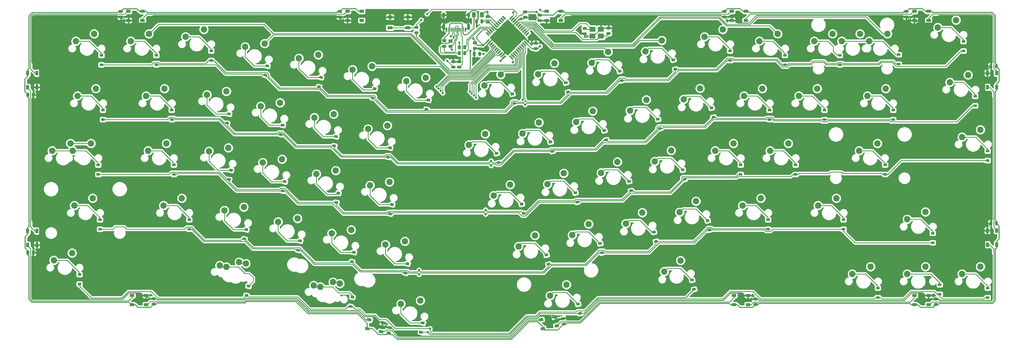
<source format=gbl>
%TF.GenerationSoftware,KiCad,Pcbnew,(5.1.4)-1*%
%TF.CreationDate,2020-09-06T20:16:21+12:00*%
%TF.ProjectId,puffazz-arisu-v2,70756666-617a-47a2-9d61-726973752d76,rev?*%
%TF.SameCoordinates,Original*%
%TF.FileFunction,Copper,L2,Bot*%
%TF.FilePolarity,Positive*%
%FSLAX46Y46*%
G04 Gerber Fmt 4.6, Leading zero omitted, Abs format (unit mm)*
G04 Created by KiCad (PCBNEW (5.1.4)-1) date 2020-09-06 20:16:21*
%MOMM*%
%LPD*%
G04 APERTURE LIST*
%TA.AperFunction,ComponentPad*%
%ADD10C,2.200000*%
%TD*%
%TA.AperFunction,SMDPad,CuDef*%
%ADD11R,1.500000X1.000000*%
%TD*%
%TA.AperFunction,Conductor*%
%ADD12C,0.100000*%
%TD*%
%TA.AperFunction,SMDPad,CuDef*%
%ADD13C,0.975000*%
%TD*%
%TA.AperFunction,SMDPad,CuDef*%
%ADD14C,1.000000*%
%TD*%
%TA.AperFunction,SMDPad,CuDef*%
%ADD15R,2.100000X1.800000*%
%TD*%
%TA.AperFunction,SMDPad,CuDef*%
%ADD16R,0.600000X1.450000*%
%TD*%
%TA.AperFunction,SMDPad,CuDef*%
%ADD17R,0.300000X1.450000*%
%TD*%
%TA.AperFunction,ComponentPad*%
%ADD18O,1.000000X2.100000*%
%TD*%
%TA.AperFunction,ComponentPad*%
%ADD19O,1.000000X1.600000*%
%TD*%
%TA.AperFunction,SMDPad,CuDef*%
%ADD20C,0.550000*%
%TD*%
%TA.AperFunction,SMDPad,CuDef*%
%ADD21R,1.800000X1.100000*%
%TD*%
%TA.AperFunction,SMDPad,CuDef*%
%ADD22C,1.250000*%
%TD*%
%TA.AperFunction,SMDPad,CuDef*%
%ADD23R,1.000000X1.500000*%
%TD*%
%TA.AperFunction,SMDPad,CuDef*%
%ADD24R,1.200000X0.900000*%
%TD*%
%TA.AperFunction,SMDPad,CuDef*%
%ADD25C,0.900000*%
%TD*%
%TA.AperFunction,SMDPad,CuDef*%
%ADD26R,1.400000X1.000000*%
%TD*%
%TA.AperFunction,SMDPad,CuDef*%
%ADD27R,1.400000X1.200000*%
%TD*%
%TA.AperFunction,ViaPad*%
%ADD28C,0.800000*%
%TD*%
%TA.AperFunction,Conductor*%
%ADD29C,0.380000*%
%TD*%
%TA.AperFunction,Conductor*%
%ADD30C,0.250000*%
%TD*%
%TA.AperFunction,Conductor*%
%ADD31C,0.254000*%
%TD*%
G04 APERTURE END LIST*
D10*
%TO.P,MX_#BKSP2,1*%
%TO.N,COL7*%
X325546461Y-59448248D03*
%TO.P,MX_#BKSP2,2*%
%TO.N,Net-(D9-Pad2)*%
X319196461Y-61988248D03*
%TD*%
%TO.P,MX_RETURN1,1*%
%TO.N,COL6*%
X331606635Y-97553194D03*
%TO.P,MX_RETURN1,2*%
%TO.N,Net-(D45-Pad2)*%
X325256635Y-100093194D03*
%TD*%
%TO.P,MX_LSHIFT1,1*%
%TO.N,COL0*%
X59195547Y-116601100D03*
%TO.P,MX_LSHIFT1,2*%
%TO.N,Net-(D47-Pad2)*%
X52845547Y-119141100D03*
%TD*%
%TO.P,MX_SPACE2,1*%
%TO.N,COL2*%
X142639155Y-145762581D03*
%TO.P,MX_SPACE2,2*%
%TO.N,Net-(D62-Pad2)*%
X135899822Y-146926837D03*
%TD*%
%TO.P,MX_SPACE1,1*%
%TO.N,COL2*%
X144970081Y-146258035D03*
%TO.P,MX_SPACE1,2*%
%TO.N,Net-(D62-Pad2)*%
X138230748Y-147422291D03*
%TD*%
%TO.P,MX_SPACE3,2*%
%TO.N,Net-(D65-Pad2)*%
X217974238Y-150491762D03*
%TO.P,MX_SPACE3,1*%
%TO.N,COL3*%
X223657380Y-146687028D03*
%TD*%
D11*
%TO.P,D79,3*%
%TO.N,+5V*%
X72861000Y-153619000D03*
%TO.P,D79,4*%
%TO.N,Net-(D79-Pad4)*%
X72861000Y-150419000D03*
%TO.P,D79,2*%
%TO.N,Net-(D78-Pad4)*%
X77761000Y-153619000D03*
%TO.P,D79,1*%
%TO.N,GND*%
X77761000Y-150419000D03*
%TD*%
D12*
%TO.N,GND*%
%TO.C,C18*%
G36*
X80871142Y-151054674D02*
G01*
X80894803Y-151058184D01*
X80918007Y-151063996D01*
X80940529Y-151072054D01*
X80962153Y-151082282D01*
X80982670Y-151094579D01*
X81001883Y-151108829D01*
X81019607Y-151124893D01*
X81035671Y-151142617D01*
X81049921Y-151161830D01*
X81062218Y-151182347D01*
X81072446Y-151203971D01*
X81080504Y-151226493D01*
X81086316Y-151249697D01*
X81089826Y-151273358D01*
X81091000Y-151297250D01*
X81091000Y-151784750D01*
X81089826Y-151808642D01*
X81086316Y-151832303D01*
X81080504Y-151855507D01*
X81072446Y-151878029D01*
X81062218Y-151899653D01*
X81049921Y-151920170D01*
X81035671Y-151939383D01*
X81019607Y-151957107D01*
X81001883Y-151973171D01*
X80982670Y-151987421D01*
X80962153Y-151999718D01*
X80940529Y-152009946D01*
X80918007Y-152018004D01*
X80894803Y-152023816D01*
X80871142Y-152027326D01*
X80847250Y-152028500D01*
X79934750Y-152028500D01*
X79910858Y-152027326D01*
X79887197Y-152023816D01*
X79863993Y-152018004D01*
X79841471Y-152009946D01*
X79819847Y-151999718D01*
X79799330Y-151987421D01*
X79780117Y-151973171D01*
X79762393Y-151957107D01*
X79746329Y-151939383D01*
X79732079Y-151920170D01*
X79719782Y-151899653D01*
X79709554Y-151878029D01*
X79701496Y-151855507D01*
X79695684Y-151832303D01*
X79692174Y-151808642D01*
X79691000Y-151784750D01*
X79691000Y-151297250D01*
X79692174Y-151273358D01*
X79695684Y-151249697D01*
X79701496Y-151226493D01*
X79709554Y-151203971D01*
X79719782Y-151182347D01*
X79732079Y-151161830D01*
X79746329Y-151142617D01*
X79762393Y-151124893D01*
X79780117Y-151108829D01*
X79799330Y-151094579D01*
X79819847Y-151082282D01*
X79841471Y-151072054D01*
X79863993Y-151063996D01*
X79887197Y-151058184D01*
X79910858Y-151054674D01*
X79934750Y-151053500D01*
X80847250Y-151053500D01*
X80871142Y-151054674D01*
X80871142Y-151054674D01*
G37*
D13*
%TD*%
%TO.P,C18,2*%
%TO.N,GND*%
X80391000Y-151541000D03*
D12*
%TO.N,+5V*%
%TO.C,C18*%
G36*
X80871142Y-152929674D02*
G01*
X80894803Y-152933184D01*
X80918007Y-152938996D01*
X80940529Y-152947054D01*
X80962153Y-152957282D01*
X80982670Y-152969579D01*
X81001883Y-152983829D01*
X81019607Y-152999893D01*
X81035671Y-153017617D01*
X81049921Y-153036830D01*
X81062218Y-153057347D01*
X81072446Y-153078971D01*
X81080504Y-153101493D01*
X81086316Y-153124697D01*
X81089826Y-153148358D01*
X81091000Y-153172250D01*
X81091000Y-153659750D01*
X81089826Y-153683642D01*
X81086316Y-153707303D01*
X81080504Y-153730507D01*
X81072446Y-153753029D01*
X81062218Y-153774653D01*
X81049921Y-153795170D01*
X81035671Y-153814383D01*
X81019607Y-153832107D01*
X81001883Y-153848171D01*
X80982670Y-153862421D01*
X80962153Y-153874718D01*
X80940529Y-153884946D01*
X80918007Y-153893004D01*
X80894803Y-153898816D01*
X80871142Y-153902326D01*
X80847250Y-153903500D01*
X79934750Y-153903500D01*
X79910858Y-153902326D01*
X79887197Y-153898816D01*
X79863993Y-153893004D01*
X79841471Y-153884946D01*
X79819847Y-153874718D01*
X79799330Y-153862421D01*
X79780117Y-153848171D01*
X79762393Y-153832107D01*
X79746329Y-153814383D01*
X79732079Y-153795170D01*
X79719782Y-153774653D01*
X79709554Y-153753029D01*
X79701496Y-153730507D01*
X79695684Y-153707303D01*
X79692174Y-153683642D01*
X79691000Y-153659750D01*
X79691000Y-153172250D01*
X79692174Y-153148358D01*
X79695684Y-153124697D01*
X79701496Y-153101493D01*
X79709554Y-153078971D01*
X79719782Y-153057347D01*
X79732079Y-153036830D01*
X79746329Y-153017617D01*
X79762393Y-152999893D01*
X79780117Y-152983829D01*
X79799330Y-152969579D01*
X79819847Y-152957282D01*
X79841471Y-152947054D01*
X79863993Y-152938996D01*
X79887197Y-152933184D01*
X79910858Y-152929674D01*
X79934750Y-152928500D01*
X80847250Y-152928500D01*
X80871142Y-152929674D01*
X80871142Y-152929674D01*
G37*
D13*
%TD*%
%TO.P,C18,1*%
%TO.N,+5V*%
X80391000Y-153416000D03*
D10*
%TO.P,MX_#7,2*%
%TO.N,Net-(D13-Pad2)*%
X195143961Y-77443140D03*
%TO.P,MX_#7,1*%
%TO.N,COL3*%
X200827103Y-73638406D03*
%TD*%
%TO.P,MX_#-1,2*%
%TO.N,Net-(D15-Pad2)*%
X271572079Y-60491615D03*
%TO.P,MX_#-1,1*%
%TO.N,COL5*%
X277922079Y-57951615D03*
%TD*%
D14*
%TO.P,D77,3*%
%TO.N,+5V*%
X215487197Y-161967420D03*
D12*
%TD*%
%TO.N,+5V*%
%TO.C,D77*%
G36*
X214857542Y-162612428D02*
G01*
X214649630Y-161634280D01*
X216116852Y-161322412D01*
X216324764Y-162300560D01*
X214857542Y-162612428D01*
X214857542Y-162612428D01*
G37*
D14*
%TO.P,D77,4*%
%TO.N,Net-(D77-Pad4)*%
X214821880Y-158837347D03*
D12*
%TD*%
%TO.N,Net-(D77-Pad4)*%
%TO.C,D77*%
G36*
X214192225Y-159482355D02*
G01*
X213984313Y-158504207D01*
X215451535Y-158192339D01*
X215659447Y-159170487D01*
X214192225Y-159482355D01*
X214192225Y-159482355D01*
G37*
D14*
%TO.P,D77,2*%
%TO.N,Net-(D76-Pad4)*%
X220280120Y-160948653D03*
D12*
%TD*%
%TO.N,Net-(D76-Pad4)*%
%TO.C,D77*%
G36*
X219650465Y-161593661D02*
G01*
X219442553Y-160615513D01*
X220909775Y-160303645D01*
X221117687Y-161281793D01*
X219650465Y-161593661D01*
X219650465Y-161593661D01*
G37*
D14*
%TO.P,D77,1*%
%TO.N,GND*%
X219614803Y-157818580D03*
D12*
%TD*%
%TO.N,GND*%
%TO.C,D77*%
G36*
X218985148Y-158463588D02*
G01*
X218777236Y-157485440D01*
X220244458Y-157173572D01*
X220452370Y-158151720D01*
X218985148Y-158463588D01*
X218985148Y-158463588D01*
G37*
D15*
%TO.P,Y1,4*%
%TO.N,GND*%
X235585000Y-57898000D03*
%TO.P,Y1,3*%
%TO.N,Net-(C2-Pad1)*%
X232685000Y-57898000D03*
%TO.P,Y1,2*%
%TO.N,GND*%
X232685000Y-60198000D03*
%TO.P,Y1,1*%
%TO.N,Net-(C1-Pad1)*%
X235585000Y-60198000D03*
%TD*%
D16*
%TO.P,USB1,12*%
%TO.N,GND*%
X188549000Y-57987000D03*
%TO.P,USB1,1*%
X182099000Y-57987000D03*
%TO.P,USB1,11*%
%TO.N,VCC*%
X187774000Y-57987000D03*
%TO.P,USB1,2*%
X182874000Y-57987000D03*
D17*
%TO.P,USB1,3*%
%TO.N,Net-(USB1-Pad3)*%
X183574000Y-57987000D03*
%TO.P,USB1,10*%
%TO.N,Net-(R4-Pad2)*%
X187074000Y-57987000D03*
%TO.P,USB1,4*%
%TO.N,Net-(R3-Pad2)*%
X184074000Y-57987000D03*
%TO.P,USB1,9*%
%TO.N,Net-(USB1-Pad9)*%
X186574000Y-57987000D03*
%TO.P,USB1,5*%
%TO.N,Net-(D1-Pad2)*%
X184574000Y-57987000D03*
%TO.P,USB1,8*%
%TO.N,Net-(D1-Pad3)*%
X186074000Y-57987000D03*
%TO.P,USB1,7*%
%TO.N,Net-(D1-Pad2)*%
X185574000Y-57987000D03*
%TO.P,USB1,6*%
%TO.N,Net-(D1-Pad3)*%
X185074000Y-57987000D03*
D18*
%TO.P,USB1,13*%
%TO.N,GND*%
X181004000Y-57072000D03*
X189644000Y-57072000D03*
D19*
X181004000Y-52892000D03*
X189644000Y-52892000D03*
%TD*%
D10*
%TO.P,MX_BCKSP1,2*%
%TO.N,Net-(D32-Pad2)*%
X328134773Y-81045067D03*
%TO.P,MX_BCKSP1,1*%
%TO.N,COL7*%
X334484773Y-78505067D03*
%TD*%
%TO.P,MX_RALT1,2*%
%TO.N,Net-(D63-Pad2)*%
X257572588Y-142074873D03*
%TO.P,MX_RALT1,1*%
%TO.N,COL4*%
X263255730Y-138270139D03*
%TD*%
%TO.P,MX_LCTRL1,2*%
%TO.N,Net-(D60-Pad2)*%
X45713553Y-138193134D03*
%TO.P,MX_LCTRL1,1*%
%TO.N,COL0*%
X52063553Y-135653134D03*
%TD*%
%TO.P,MX_LALT2,2*%
%TO.N,Net-(D61-Pad2)*%
X105618328Y-140490307D03*
%TO.P,MX_LALT2,1*%
%TO.N,COL1*%
X112357661Y-139326051D03*
%TD*%
%TO.P,MX_#TAB1,2*%
%TO.N,Net-(D18-Pad2)*%
X53940104Y-81039603D03*
%TO.P,MX_#TAB1,1*%
%TO.N,COL0*%
X60290104Y-78499603D03*
%TD*%
%TO.P,MX_CAPS2,2*%
%TO.N,Net-(D33-Pad2)*%
X45117556Y-100096034D03*
%TO.P,MX_CAPS2,1*%
%TO.N,COL0*%
X51467556Y-97556034D03*
%TD*%
D20*
%TO.P,U1,44*%
%TO.N,+5V*%
X196341064Y-61908082D03*
D12*
%TD*%
%TO.N,+5V*%
%TO.C,U1*%
G36*
X196676940Y-61183298D02*
G01*
X197065848Y-61572206D01*
X196005188Y-62632866D01*
X195616280Y-62243958D01*
X196676940Y-61183298D01*
X196676940Y-61183298D01*
G37*
D20*
%TO.P,U1,43*%
%TO.N,GND*%
X196906750Y-62473767D03*
D12*
%TD*%
%TO.N,GND*%
%TO.C,U1*%
G36*
X197242626Y-61748983D02*
G01*
X197631534Y-62137891D01*
X196570874Y-63198551D01*
X196181966Y-62809643D01*
X197242626Y-61748983D01*
X197242626Y-61748983D01*
G37*
D20*
%TO.P,U1,42*%
%TO.N,Net-(U1-Pad42)*%
X197472435Y-63039452D03*
D12*
%TD*%
%TO.N,Net-(U1-Pad42)*%
%TO.C,U1*%
G36*
X197808311Y-62314668D02*
G01*
X198197219Y-62703576D01*
X197136559Y-63764236D01*
X196747651Y-63375328D01*
X197808311Y-62314668D01*
X197808311Y-62314668D01*
G37*
D20*
%TO.P,U1,41*%
%TO.N,COL0*%
X198038120Y-63605138D03*
D12*
%TD*%
%TO.N,COL0*%
%TO.C,U1*%
G36*
X198373996Y-62880354D02*
G01*
X198762904Y-63269262D01*
X197702244Y-64329922D01*
X197313336Y-63941014D01*
X198373996Y-62880354D01*
X198373996Y-62880354D01*
G37*
D20*
%TO.P,U1,40*%
%TO.N,COL1*%
X198603806Y-64170823D03*
D12*
%TD*%
%TO.N,COL1*%
%TO.C,U1*%
G36*
X198939682Y-63446039D02*
G01*
X199328590Y-63834947D01*
X198267930Y-64895607D01*
X197879022Y-64506699D01*
X198939682Y-63446039D01*
X198939682Y-63446039D01*
G37*
D20*
%TO.P,U1,39*%
%TO.N,COL2*%
X199169491Y-64736509D03*
D12*
%TD*%
%TO.N,COL2*%
%TO.C,U1*%
G36*
X199505367Y-64011725D02*
G01*
X199894275Y-64400633D01*
X198833615Y-65461293D01*
X198444707Y-65072385D01*
X199505367Y-64011725D01*
X199505367Y-64011725D01*
G37*
D20*
%TO.P,U1,38*%
%TO.N,ROW9*%
X199735177Y-65302194D03*
D12*
%TD*%
%TO.N,ROW9*%
%TO.C,U1*%
G36*
X200071053Y-64577410D02*
G01*
X200459961Y-64966318D01*
X199399301Y-66026978D01*
X199010393Y-65638070D01*
X200071053Y-64577410D01*
X200071053Y-64577410D01*
G37*
D20*
%TO.P,U1,37*%
%TO.N,ROW8*%
X200300862Y-65867880D03*
D12*
%TD*%
%TO.N,ROW8*%
%TO.C,U1*%
G36*
X200636738Y-65143096D02*
G01*
X201025646Y-65532004D01*
X199964986Y-66592664D01*
X199576078Y-66203756D01*
X200636738Y-65143096D01*
X200636738Y-65143096D01*
G37*
D20*
%TO.P,U1,36*%
%TO.N,ROW7*%
X200866548Y-66433565D03*
D12*
%TD*%
%TO.N,ROW7*%
%TO.C,U1*%
G36*
X201202424Y-65708781D02*
G01*
X201591332Y-66097689D01*
X200530672Y-67158349D01*
X200141764Y-66769441D01*
X201202424Y-65708781D01*
X201202424Y-65708781D01*
G37*
D20*
%TO.P,U1,35*%
%TO.N,GND*%
X201432233Y-66999250D03*
D12*
%TD*%
%TO.N,GND*%
%TO.C,U1*%
G36*
X201768109Y-66274466D02*
G01*
X202157017Y-66663374D01*
X201096357Y-67724034D01*
X200707449Y-67335126D01*
X201768109Y-66274466D01*
X201768109Y-66274466D01*
G37*
D20*
%TO.P,U1,34*%
%TO.N,+5V*%
X201997918Y-67564936D03*
D12*
%TD*%
%TO.N,+5V*%
%TO.C,U1*%
G36*
X202333794Y-66840152D02*
G01*
X202722702Y-67229060D01*
X201662042Y-68289720D01*
X201273134Y-67900812D01*
X202333794Y-66840152D01*
X202333794Y-66840152D01*
G37*
D20*
%TO.P,U1,33*%
%TO.N,Net-(R2-Pad2)*%
X204402082Y-67564936D03*
D12*
%TD*%
%TO.N,Net-(R2-Pad2)*%
%TO.C,U1*%
G36*
X203677298Y-67229060D02*
G01*
X204066206Y-66840152D01*
X205126866Y-67900812D01*
X204737958Y-68289720D01*
X203677298Y-67229060D01*
X203677298Y-67229060D01*
G37*
D20*
%TO.P,U1,32*%
%TO.N,ROW6*%
X204967767Y-66999250D03*
D12*
%TD*%
%TO.N,ROW6*%
%TO.C,U1*%
G36*
X204242983Y-66663374D02*
G01*
X204631891Y-66274466D01*
X205692551Y-67335126D01*
X205303643Y-67724034D01*
X204242983Y-66663374D01*
X204242983Y-66663374D01*
G37*
D20*
%TO.P,U1,31*%
%TO.N,ROW5*%
X205533452Y-66433565D03*
D12*
%TD*%
%TO.N,ROW5*%
%TO.C,U1*%
G36*
X204808668Y-66097689D02*
G01*
X205197576Y-65708781D01*
X206258236Y-66769441D01*
X205869328Y-67158349D01*
X204808668Y-66097689D01*
X204808668Y-66097689D01*
G37*
D20*
%TO.P,U1,30*%
%TO.N,ROW4*%
X206099138Y-65867880D03*
D12*
%TD*%
%TO.N,ROW4*%
%TO.C,U1*%
G36*
X205374354Y-65532004D02*
G01*
X205763262Y-65143096D01*
X206823922Y-66203756D01*
X206435014Y-66592664D01*
X205374354Y-65532004D01*
X205374354Y-65532004D01*
G37*
D20*
%TO.P,U1,29*%
%TO.N,ROW3*%
X206664823Y-65302194D03*
D12*
%TD*%
%TO.N,ROW3*%
%TO.C,U1*%
G36*
X205940039Y-64966318D02*
G01*
X206328947Y-64577410D01*
X207389607Y-65638070D01*
X207000699Y-66026978D01*
X205940039Y-64966318D01*
X205940039Y-64966318D01*
G37*
D20*
%TO.P,U1,28*%
%TO.N,ROW2*%
X207230509Y-64736509D03*
D12*
%TD*%
%TO.N,ROW2*%
%TO.C,U1*%
G36*
X206505725Y-64400633D02*
G01*
X206894633Y-64011725D01*
X207955293Y-65072385D01*
X207566385Y-65461293D01*
X206505725Y-64400633D01*
X206505725Y-64400633D01*
G37*
D20*
%TO.P,U1,27*%
%TO.N,COL3*%
X207796194Y-64170823D03*
D12*
%TD*%
%TO.N,COL3*%
%TO.C,U1*%
G36*
X207071410Y-63834947D02*
G01*
X207460318Y-63446039D01*
X208520978Y-64506699D01*
X208132070Y-64895607D01*
X207071410Y-63834947D01*
X207071410Y-63834947D01*
G37*
D20*
%TO.P,U1,26*%
%TO.N,ROW1*%
X208361880Y-63605138D03*
D12*
%TD*%
%TO.N,ROW1*%
%TO.C,U1*%
G36*
X207637096Y-63269262D02*
G01*
X208026004Y-62880354D01*
X209086664Y-63941014D01*
X208697756Y-64329922D01*
X207637096Y-63269262D01*
X207637096Y-63269262D01*
G37*
D20*
%TO.P,U1,25*%
%TO.N,ROW0*%
X208927565Y-63039452D03*
D12*
%TD*%
%TO.N,ROW0*%
%TO.C,U1*%
G36*
X208202781Y-62703576D02*
G01*
X208591689Y-62314668D01*
X209652349Y-63375328D01*
X209263441Y-63764236D01*
X208202781Y-62703576D01*
X208202781Y-62703576D01*
G37*
D20*
%TO.P,U1,24*%
%TO.N,+5V*%
X209493250Y-62473767D03*
D12*
%TD*%
%TO.N,+5V*%
%TO.C,U1*%
G36*
X208768466Y-62137891D02*
G01*
X209157374Y-61748983D01*
X210218034Y-62809643D01*
X209829126Y-63198551D01*
X208768466Y-62137891D01*
X208768466Y-62137891D01*
G37*
D20*
%TO.P,U1,23*%
%TO.N,GND*%
X210058936Y-61908082D03*
D12*
%TD*%
%TO.N,GND*%
%TO.C,U1*%
G36*
X209334152Y-61572206D02*
G01*
X209723060Y-61183298D01*
X210783720Y-62243958D01*
X210394812Y-62632866D01*
X209334152Y-61572206D01*
X209334152Y-61572206D01*
G37*
D20*
%TO.P,U1,22*%
%TO.N,Net-(U1-Pad22)*%
X210058936Y-59503918D03*
D12*
%TD*%
%TO.N,Net-(U1-Pad22)*%
%TO.C,U1*%
G36*
X210394812Y-58779134D02*
G01*
X210783720Y-59168042D01*
X209723060Y-60228702D01*
X209334152Y-59839794D01*
X210394812Y-58779134D01*
X210394812Y-58779134D01*
G37*
D20*
%TO.P,U1,21*%
%TO.N,COL4*%
X209493250Y-58938233D03*
D12*
%TD*%
%TO.N,COL4*%
%TO.C,U1*%
G36*
X209829126Y-58213449D02*
G01*
X210218034Y-58602357D01*
X209157374Y-59663017D01*
X208768466Y-59274109D01*
X209829126Y-58213449D01*
X209829126Y-58213449D01*
G37*
D20*
%TO.P,U1,20*%
%TO.N,COL5*%
X208927565Y-58372548D03*
D12*
%TD*%
%TO.N,COL5*%
%TO.C,U1*%
G36*
X209263441Y-57647764D02*
G01*
X209652349Y-58036672D01*
X208591689Y-59097332D01*
X208202781Y-58708424D01*
X209263441Y-57647764D01*
X209263441Y-57647764D01*
G37*
D20*
%TO.P,U1,19*%
%TO.N,COL6*%
X208361880Y-57806862D03*
D12*
%TD*%
%TO.N,COL6*%
%TO.C,U1*%
G36*
X208697756Y-57082078D02*
G01*
X209086664Y-57470986D01*
X208026004Y-58531646D01*
X207637096Y-58142738D01*
X208697756Y-57082078D01*
X208697756Y-57082078D01*
G37*
D20*
%TO.P,U1,18*%
%TO.N,COL7*%
X207796194Y-57241177D03*
D12*
%TD*%
%TO.N,COL7*%
%TO.C,U1*%
G36*
X208132070Y-56516393D02*
G01*
X208520978Y-56905301D01*
X207460318Y-57965961D01*
X207071410Y-57577053D01*
X208132070Y-56516393D01*
X208132070Y-56516393D01*
G37*
D20*
%TO.P,U1,17*%
%TO.N,Net-(C1-Pad1)*%
X207230509Y-56675491D03*
D12*
%TD*%
%TO.N,Net-(C1-Pad1)*%
%TO.C,U1*%
G36*
X207566385Y-55950707D02*
G01*
X207955293Y-56339615D01*
X206894633Y-57400275D01*
X206505725Y-57011367D01*
X207566385Y-55950707D01*
X207566385Y-55950707D01*
G37*
D20*
%TO.P,U1,16*%
%TO.N,Net-(C2-Pad1)*%
X206664823Y-56109806D03*
D12*
%TD*%
%TO.N,Net-(C2-Pad1)*%
%TO.C,U1*%
G36*
X207000699Y-55385022D02*
G01*
X207389607Y-55773930D01*
X206328947Y-56834590D01*
X205940039Y-56445682D01*
X207000699Y-55385022D01*
X207000699Y-55385022D01*
G37*
D20*
%TO.P,U1,15*%
%TO.N,GND*%
X206099138Y-55544120D03*
D12*
%TD*%
%TO.N,GND*%
%TO.C,U1*%
G36*
X206435014Y-54819336D02*
G01*
X206823922Y-55208244D01*
X205763262Y-56268904D01*
X205374354Y-55879996D01*
X206435014Y-54819336D01*
X206435014Y-54819336D01*
G37*
D20*
%TO.P,U1,14*%
%TO.N,+5V*%
X205533452Y-54978435D03*
D12*
%TD*%
%TO.N,+5V*%
%TO.C,U1*%
G36*
X205869328Y-54253651D02*
G01*
X206258236Y-54642559D01*
X205197576Y-55703219D01*
X204808668Y-55314311D01*
X205869328Y-54253651D01*
X205869328Y-54253651D01*
G37*
D20*
%TO.P,U1,13*%
%TO.N,Net-(R1-Pad1)*%
X204967767Y-54412750D03*
D12*
%TD*%
%TO.N,Net-(R1-Pad1)*%
%TO.C,U1*%
G36*
X205303643Y-53687966D02*
G01*
X205692551Y-54076874D01*
X204631891Y-55137534D01*
X204242983Y-54748626D01*
X205303643Y-53687966D01*
X205303643Y-53687966D01*
G37*
D20*
%TO.P,U1,12*%
%TO.N,RGBLED*%
X204402082Y-53847064D03*
D12*
%TD*%
%TO.N,RGBLED*%
%TO.C,U1*%
G36*
X204737958Y-53122280D02*
G01*
X205126866Y-53511188D01*
X204066206Y-54571848D01*
X203677298Y-54182940D01*
X204737958Y-53122280D01*
X204737958Y-53122280D01*
G37*
D20*
%TO.P,U1,11*%
%TO.N,Net-(U1-Pad11)*%
X201997918Y-53847064D03*
D12*
%TD*%
%TO.N,Net-(U1-Pad11)*%
%TO.C,U1*%
G36*
X201273134Y-53511188D02*
G01*
X201662042Y-53122280D01*
X202722702Y-54182940D01*
X202333794Y-54571848D01*
X201273134Y-53511188D01*
X201273134Y-53511188D01*
G37*
D20*
%TO.P,U1,10*%
%TO.N,Net-(U1-Pad10)*%
X201432233Y-54412750D03*
D12*
%TD*%
%TO.N,Net-(U1-Pad10)*%
%TO.C,U1*%
G36*
X200707449Y-54076874D02*
G01*
X201096357Y-53687966D01*
X202157017Y-54748626D01*
X201768109Y-55137534D01*
X200707449Y-54076874D01*
X200707449Y-54076874D01*
G37*
D20*
%TO.P,U1,9*%
%TO.N,Net-(U1-Pad9)*%
X200866548Y-54978435D03*
D12*
%TD*%
%TO.N,Net-(U1-Pad9)*%
%TO.C,U1*%
G36*
X200141764Y-54642559D02*
G01*
X200530672Y-54253651D01*
X201591332Y-55314311D01*
X201202424Y-55703219D01*
X200141764Y-54642559D01*
X200141764Y-54642559D01*
G37*
D20*
%TO.P,U1,8*%
%TO.N,Net-(U1-Pad8)*%
X200300862Y-55544120D03*
D12*
%TD*%
%TO.N,Net-(U1-Pad8)*%
%TO.C,U1*%
G36*
X199576078Y-55208244D02*
G01*
X199964986Y-54819336D01*
X201025646Y-55879996D01*
X200636738Y-56268904D01*
X199576078Y-55208244D01*
X199576078Y-55208244D01*
G37*
D20*
%TO.P,U1,7*%
%TO.N,+5V*%
X199735177Y-56109806D03*
D12*
%TD*%
%TO.N,+5V*%
%TO.C,U1*%
G36*
X199010393Y-55773930D02*
G01*
X199399301Y-55385022D01*
X200459961Y-56445682D01*
X200071053Y-56834590D01*
X199010393Y-55773930D01*
X199010393Y-55773930D01*
G37*
D20*
%TO.P,U1,6*%
%TO.N,Net-(C3-Pad1)*%
X199169491Y-56675491D03*
D12*
%TD*%
%TO.N,Net-(C3-Pad1)*%
%TO.C,U1*%
G36*
X198444707Y-56339615D02*
G01*
X198833615Y-55950707D01*
X199894275Y-57011367D01*
X199505367Y-57400275D01*
X198444707Y-56339615D01*
X198444707Y-56339615D01*
G37*
D20*
%TO.P,U1,5*%
%TO.N,GND*%
X198603806Y-57241177D03*
D12*
%TD*%
%TO.N,GND*%
%TO.C,U1*%
G36*
X197879022Y-56905301D02*
G01*
X198267930Y-56516393D01*
X199328590Y-57577053D01*
X198939682Y-57965961D01*
X197879022Y-56905301D01*
X197879022Y-56905301D01*
G37*
D20*
%TO.P,U1,4*%
%TO.N,D+*%
X198038120Y-57806862D03*
D12*
%TD*%
%TO.N,D+*%
%TO.C,U1*%
G36*
X197313336Y-57470986D02*
G01*
X197702244Y-57082078D01*
X198762904Y-58142738D01*
X198373996Y-58531646D01*
X197313336Y-57470986D01*
X197313336Y-57470986D01*
G37*
D20*
%TO.P,U1,3*%
%TO.N,D-*%
X197472435Y-58372548D03*
D12*
%TD*%
%TO.N,D-*%
%TO.C,U1*%
G36*
X196747651Y-58036672D02*
G01*
X197136559Y-57647764D01*
X198197219Y-58708424D01*
X197808311Y-59097332D01*
X196747651Y-58036672D01*
X196747651Y-58036672D01*
G37*
D20*
%TO.P,U1,2*%
%TO.N,+5V*%
X196906750Y-58938233D03*
D12*
%TD*%
%TO.N,+5V*%
%TO.C,U1*%
G36*
X196181966Y-58602357D02*
G01*
X196570874Y-58213449D01*
X197631534Y-59274109D01*
X197242626Y-59663017D01*
X196181966Y-58602357D01*
X196181966Y-58602357D01*
G37*
D20*
%TO.P,U1,1*%
%TO.N,Net-(U1-Pad1)*%
X196341064Y-59503918D03*
D12*
%TD*%
%TO.N,Net-(U1-Pad1)*%
%TO.C,U1*%
G36*
X195616280Y-59168042D02*
G01*
X196005188Y-58779134D01*
X197065848Y-59839794D01*
X196676940Y-60228702D01*
X195616280Y-59168042D01*
X195616280Y-59168042D01*
G37*
D21*
%TO.P,SW1,2*%
%TO.N,Net-(R1-Pad1)*%
X162381000Y-57349000D03*
X168581000Y-57349000D03*
%TO.P,SW1,1*%
%TO.N,GND*%
X162381000Y-53649000D03*
X168581000Y-53649000D03*
%TD*%
D12*
%TO.N,D-*%
%TO.C,R6*%
G36*
X188608642Y-65468174D02*
G01*
X188632303Y-65471684D01*
X188655507Y-65477496D01*
X188678029Y-65485554D01*
X188699653Y-65495782D01*
X188720170Y-65508079D01*
X188739383Y-65522329D01*
X188757107Y-65538393D01*
X188773171Y-65556117D01*
X188787421Y-65575330D01*
X188799718Y-65595847D01*
X188809946Y-65617471D01*
X188818004Y-65639993D01*
X188823816Y-65663197D01*
X188827326Y-65686858D01*
X188828500Y-65710750D01*
X188828500Y-66623250D01*
X188827326Y-66647142D01*
X188823816Y-66670803D01*
X188818004Y-66694007D01*
X188809946Y-66716529D01*
X188799718Y-66738153D01*
X188787421Y-66758670D01*
X188773171Y-66777883D01*
X188757107Y-66795607D01*
X188739383Y-66811671D01*
X188720170Y-66825921D01*
X188699653Y-66838218D01*
X188678029Y-66848446D01*
X188655507Y-66856504D01*
X188632303Y-66862316D01*
X188608642Y-66865826D01*
X188584750Y-66867000D01*
X188097250Y-66867000D01*
X188073358Y-66865826D01*
X188049697Y-66862316D01*
X188026493Y-66856504D01*
X188003971Y-66848446D01*
X187982347Y-66838218D01*
X187961830Y-66825921D01*
X187942617Y-66811671D01*
X187924893Y-66795607D01*
X187908829Y-66777883D01*
X187894579Y-66758670D01*
X187882282Y-66738153D01*
X187872054Y-66716529D01*
X187863996Y-66694007D01*
X187858184Y-66670803D01*
X187854674Y-66647142D01*
X187853500Y-66623250D01*
X187853500Y-65710750D01*
X187854674Y-65686858D01*
X187858184Y-65663197D01*
X187863996Y-65639993D01*
X187872054Y-65617471D01*
X187882282Y-65595847D01*
X187894579Y-65575330D01*
X187908829Y-65556117D01*
X187924893Y-65538393D01*
X187942617Y-65522329D01*
X187961830Y-65508079D01*
X187982347Y-65495782D01*
X188003971Y-65485554D01*
X188026493Y-65477496D01*
X188049697Y-65471684D01*
X188073358Y-65468174D01*
X188097250Y-65467000D01*
X188584750Y-65467000D01*
X188608642Y-65468174D01*
X188608642Y-65468174D01*
G37*
D13*
%TD*%
%TO.P,R6,2*%
%TO.N,D-*%
X188341000Y-66167000D03*
D12*
%TO.N,Net-(D1-Pad3)*%
%TO.C,R6*%
G36*
X186733642Y-65468174D02*
G01*
X186757303Y-65471684D01*
X186780507Y-65477496D01*
X186803029Y-65485554D01*
X186824653Y-65495782D01*
X186845170Y-65508079D01*
X186864383Y-65522329D01*
X186882107Y-65538393D01*
X186898171Y-65556117D01*
X186912421Y-65575330D01*
X186924718Y-65595847D01*
X186934946Y-65617471D01*
X186943004Y-65639993D01*
X186948816Y-65663197D01*
X186952326Y-65686858D01*
X186953500Y-65710750D01*
X186953500Y-66623250D01*
X186952326Y-66647142D01*
X186948816Y-66670803D01*
X186943004Y-66694007D01*
X186934946Y-66716529D01*
X186924718Y-66738153D01*
X186912421Y-66758670D01*
X186898171Y-66777883D01*
X186882107Y-66795607D01*
X186864383Y-66811671D01*
X186845170Y-66825921D01*
X186824653Y-66838218D01*
X186803029Y-66848446D01*
X186780507Y-66856504D01*
X186757303Y-66862316D01*
X186733642Y-66865826D01*
X186709750Y-66867000D01*
X186222250Y-66867000D01*
X186198358Y-66865826D01*
X186174697Y-66862316D01*
X186151493Y-66856504D01*
X186128971Y-66848446D01*
X186107347Y-66838218D01*
X186086830Y-66825921D01*
X186067617Y-66811671D01*
X186049893Y-66795607D01*
X186033829Y-66777883D01*
X186019579Y-66758670D01*
X186007282Y-66738153D01*
X185997054Y-66716529D01*
X185988996Y-66694007D01*
X185983184Y-66670803D01*
X185979674Y-66647142D01*
X185978500Y-66623250D01*
X185978500Y-65710750D01*
X185979674Y-65686858D01*
X185983184Y-65663197D01*
X185988996Y-65639993D01*
X185997054Y-65617471D01*
X186007282Y-65595847D01*
X186019579Y-65575330D01*
X186033829Y-65556117D01*
X186049893Y-65538393D01*
X186067617Y-65522329D01*
X186086830Y-65508079D01*
X186107347Y-65495782D01*
X186128971Y-65485554D01*
X186151493Y-65477496D01*
X186174697Y-65471684D01*
X186198358Y-65468174D01*
X186222250Y-65467000D01*
X186709750Y-65467000D01*
X186733642Y-65468174D01*
X186733642Y-65468174D01*
G37*
D13*
%TD*%
%TO.P,R6,1*%
%TO.N,Net-(D1-Pad3)*%
X186466000Y-66167000D03*
D12*
%TO.N,D+*%
%TO.C,R5*%
G36*
X188608642Y-63436174D02*
G01*
X188632303Y-63439684D01*
X188655507Y-63445496D01*
X188678029Y-63453554D01*
X188699653Y-63463782D01*
X188720170Y-63476079D01*
X188739383Y-63490329D01*
X188757107Y-63506393D01*
X188773171Y-63524117D01*
X188787421Y-63543330D01*
X188799718Y-63563847D01*
X188809946Y-63585471D01*
X188818004Y-63607993D01*
X188823816Y-63631197D01*
X188827326Y-63654858D01*
X188828500Y-63678750D01*
X188828500Y-64591250D01*
X188827326Y-64615142D01*
X188823816Y-64638803D01*
X188818004Y-64662007D01*
X188809946Y-64684529D01*
X188799718Y-64706153D01*
X188787421Y-64726670D01*
X188773171Y-64745883D01*
X188757107Y-64763607D01*
X188739383Y-64779671D01*
X188720170Y-64793921D01*
X188699653Y-64806218D01*
X188678029Y-64816446D01*
X188655507Y-64824504D01*
X188632303Y-64830316D01*
X188608642Y-64833826D01*
X188584750Y-64835000D01*
X188097250Y-64835000D01*
X188073358Y-64833826D01*
X188049697Y-64830316D01*
X188026493Y-64824504D01*
X188003971Y-64816446D01*
X187982347Y-64806218D01*
X187961830Y-64793921D01*
X187942617Y-64779671D01*
X187924893Y-64763607D01*
X187908829Y-64745883D01*
X187894579Y-64726670D01*
X187882282Y-64706153D01*
X187872054Y-64684529D01*
X187863996Y-64662007D01*
X187858184Y-64638803D01*
X187854674Y-64615142D01*
X187853500Y-64591250D01*
X187853500Y-63678750D01*
X187854674Y-63654858D01*
X187858184Y-63631197D01*
X187863996Y-63607993D01*
X187872054Y-63585471D01*
X187882282Y-63563847D01*
X187894579Y-63543330D01*
X187908829Y-63524117D01*
X187924893Y-63506393D01*
X187942617Y-63490329D01*
X187961830Y-63476079D01*
X187982347Y-63463782D01*
X188003971Y-63453554D01*
X188026493Y-63445496D01*
X188049697Y-63439684D01*
X188073358Y-63436174D01*
X188097250Y-63435000D01*
X188584750Y-63435000D01*
X188608642Y-63436174D01*
X188608642Y-63436174D01*
G37*
D13*
%TD*%
%TO.P,R5,2*%
%TO.N,D+*%
X188341000Y-64135000D03*
D12*
%TO.N,Net-(D1-Pad2)*%
%TO.C,R5*%
G36*
X186733642Y-63436174D02*
G01*
X186757303Y-63439684D01*
X186780507Y-63445496D01*
X186803029Y-63453554D01*
X186824653Y-63463782D01*
X186845170Y-63476079D01*
X186864383Y-63490329D01*
X186882107Y-63506393D01*
X186898171Y-63524117D01*
X186912421Y-63543330D01*
X186924718Y-63563847D01*
X186934946Y-63585471D01*
X186943004Y-63607993D01*
X186948816Y-63631197D01*
X186952326Y-63654858D01*
X186953500Y-63678750D01*
X186953500Y-64591250D01*
X186952326Y-64615142D01*
X186948816Y-64638803D01*
X186943004Y-64662007D01*
X186934946Y-64684529D01*
X186924718Y-64706153D01*
X186912421Y-64726670D01*
X186898171Y-64745883D01*
X186882107Y-64763607D01*
X186864383Y-64779671D01*
X186845170Y-64793921D01*
X186824653Y-64806218D01*
X186803029Y-64816446D01*
X186780507Y-64824504D01*
X186757303Y-64830316D01*
X186733642Y-64833826D01*
X186709750Y-64835000D01*
X186222250Y-64835000D01*
X186198358Y-64833826D01*
X186174697Y-64830316D01*
X186151493Y-64824504D01*
X186128971Y-64816446D01*
X186107347Y-64806218D01*
X186086830Y-64793921D01*
X186067617Y-64779671D01*
X186049893Y-64763607D01*
X186033829Y-64745883D01*
X186019579Y-64726670D01*
X186007282Y-64706153D01*
X185997054Y-64684529D01*
X185988996Y-64662007D01*
X185983184Y-64638803D01*
X185979674Y-64615142D01*
X185978500Y-64591250D01*
X185978500Y-63678750D01*
X185979674Y-63654858D01*
X185983184Y-63631197D01*
X185988996Y-63607993D01*
X185997054Y-63585471D01*
X186007282Y-63563847D01*
X186019579Y-63543330D01*
X186033829Y-63524117D01*
X186049893Y-63506393D01*
X186067617Y-63490329D01*
X186086830Y-63476079D01*
X186107347Y-63463782D01*
X186128971Y-63453554D01*
X186151493Y-63445496D01*
X186174697Y-63439684D01*
X186198358Y-63436174D01*
X186222250Y-63435000D01*
X186709750Y-63435000D01*
X186733642Y-63436174D01*
X186733642Y-63436174D01*
G37*
D13*
%TD*%
%TO.P,R5,1*%
%TO.N,Net-(D1-Pad2)*%
X186466000Y-64135000D03*
D12*
%TO.N,Net-(R4-Pad2)*%
%TO.C,R4*%
G36*
X186916142Y-70555174D02*
G01*
X186939803Y-70558684D01*
X186963007Y-70564496D01*
X186985529Y-70572554D01*
X187007153Y-70582782D01*
X187027670Y-70595079D01*
X187046883Y-70609329D01*
X187064607Y-70625393D01*
X187080671Y-70643117D01*
X187094921Y-70662330D01*
X187107218Y-70682847D01*
X187117446Y-70704471D01*
X187125504Y-70726993D01*
X187131316Y-70750197D01*
X187134826Y-70773858D01*
X187136000Y-70797750D01*
X187136000Y-71285250D01*
X187134826Y-71309142D01*
X187131316Y-71332803D01*
X187125504Y-71356007D01*
X187117446Y-71378529D01*
X187107218Y-71400153D01*
X187094921Y-71420670D01*
X187080671Y-71439883D01*
X187064607Y-71457607D01*
X187046883Y-71473671D01*
X187027670Y-71487921D01*
X187007153Y-71500218D01*
X186985529Y-71510446D01*
X186963007Y-71518504D01*
X186939803Y-71524316D01*
X186916142Y-71527826D01*
X186892250Y-71529000D01*
X185979750Y-71529000D01*
X185955858Y-71527826D01*
X185932197Y-71524316D01*
X185908993Y-71518504D01*
X185886471Y-71510446D01*
X185864847Y-71500218D01*
X185844330Y-71487921D01*
X185825117Y-71473671D01*
X185807393Y-71457607D01*
X185791329Y-71439883D01*
X185777079Y-71420670D01*
X185764782Y-71400153D01*
X185754554Y-71378529D01*
X185746496Y-71356007D01*
X185740684Y-71332803D01*
X185737174Y-71309142D01*
X185736000Y-71285250D01*
X185736000Y-70797750D01*
X185737174Y-70773858D01*
X185740684Y-70750197D01*
X185746496Y-70726993D01*
X185754554Y-70704471D01*
X185764782Y-70682847D01*
X185777079Y-70662330D01*
X185791329Y-70643117D01*
X185807393Y-70625393D01*
X185825117Y-70609329D01*
X185844330Y-70595079D01*
X185864847Y-70582782D01*
X185886471Y-70572554D01*
X185908993Y-70564496D01*
X185932197Y-70558684D01*
X185955858Y-70555174D01*
X185979750Y-70554000D01*
X186892250Y-70554000D01*
X186916142Y-70555174D01*
X186916142Y-70555174D01*
G37*
D13*
%TD*%
%TO.P,R4,2*%
%TO.N,Net-(R4-Pad2)*%
X186436000Y-71041500D03*
D12*
%TO.N,GND*%
%TO.C,R4*%
G36*
X186916142Y-68680174D02*
G01*
X186939803Y-68683684D01*
X186963007Y-68689496D01*
X186985529Y-68697554D01*
X187007153Y-68707782D01*
X187027670Y-68720079D01*
X187046883Y-68734329D01*
X187064607Y-68750393D01*
X187080671Y-68768117D01*
X187094921Y-68787330D01*
X187107218Y-68807847D01*
X187117446Y-68829471D01*
X187125504Y-68851993D01*
X187131316Y-68875197D01*
X187134826Y-68898858D01*
X187136000Y-68922750D01*
X187136000Y-69410250D01*
X187134826Y-69434142D01*
X187131316Y-69457803D01*
X187125504Y-69481007D01*
X187117446Y-69503529D01*
X187107218Y-69525153D01*
X187094921Y-69545670D01*
X187080671Y-69564883D01*
X187064607Y-69582607D01*
X187046883Y-69598671D01*
X187027670Y-69612921D01*
X187007153Y-69625218D01*
X186985529Y-69635446D01*
X186963007Y-69643504D01*
X186939803Y-69649316D01*
X186916142Y-69652826D01*
X186892250Y-69654000D01*
X185979750Y-69654000D01*
X185955858Y-69652826D01*
X185932197Y-69649316D01*
X185908993Y-69643504D01*
X185886471Y-69635446D01*
X185864847Y-69625218D01*
X185844330Y-69612921D01*
X185825117Y-69598671D01*
X185807393Y-69582607D01*
X185791329Y-69564883D01*
X185777079Y-69545670D01*
X185764782Y-69525153D01*
X185754554Y-69503529D01*
X185746496Y-69481007D01*
X185740684Y-69457803D01*
X185737174Y-69434142D01*
X185736000Y-69410250D01*
X185736000Y-68922750D01*
X185737174Y-68898858D01*
X185740684Y-68875197D01*
X185746496Y-68851993D01*
X185754554Y-68829471D01*
X185764782Y-68807847D01*
X185777079Y-68787330D01*
X185791329Y-68768117D01*
X185807393Y-68750393D01*
X185825117Y-68734329D01*
X185844330Y-68720079D01*
X185864847Y-68707782D01*
X185886471Y-68697554D01*
X185908993Y-68689496D01*
X185932197Y-68683684D01*
X185955858Y-68680174D01*
X185979750Y-68679000D01*
X186892250Y-68679000D01*
X186916142Y-68680174D01*
X186916142Y-68680174D01*
G37*
D13*
%TD*%
%TO.P,R4,1*%
%TO.N,GND*%
X186436000Y-69166500D03*
D12*
%TO.N,Net-(R3-Pad2)*%
%TO.C,R3*%
G36*
X184884142Y-70555174D02*
G01*
X184907803Y-70558684D01*
X184931007Y-70564496D01*
X184953529Y-70572554D01*
X184975153Y-70582782D01*
X184995670Y-70595079D01*
X185014883Y-70609329D01*
X185032607Y-70625393D01*
X185048671Y-70643117D01*
X185062921Y-70662330D01*
X185075218Y-70682847D01*
X185085446Y-70704471D01*
X185093504Y-70726993D01*
X185099316Y-70750197D01*
X185102826Y-70773858D01*
X185104000Y-70797750D01*
X185104000Y-71285250D01*
X185102826Y-71309142D01*
X185099316Y-71332803D01*
X185093504Y-71356007D01*
X185085446Y-71378529D01*
X185075218Y-71400153D01*
X185062921Y-71420670D01*
X185048671Y-71439883D01*
X185032607Y-71457607D01*
X185014883Y-71473671D01*
X184995670Y-71487921D01*
X184975153Y-71500218D01*
X184953529Y-71510446D01*
X184931007Y-71518504D01*
X184907803Y-71524316D01*
X184884142Y-71527826D01*
X184860250Y-71529000D01*
X183947750Y-71529000D01*
X183923858Y-71527826D01*
X183900197Y-71524316D01*
X183876993Y-71518504D01*
X183854471Y-71510446D01*
X183832847Y-71500218D01*
X183812330Y-71487921D01*
X183793117Y-71473671D01*
X183775393Y-71457607D01*
X183759329Y-71439883D01*
X183745079Y-71420670D01*
X183732782Y-71400153D01*
X183722554Y-71378529D01*
X183714496Y-71356007D01*
X183708684Y-71332803D01*
X183705174Y-71309142D01*
X183704000Y-71285250D01*
X183704000Y-70797750D01*
X183705174Y-70773858D01*
X183708684Y-70750197D01*
X183714496Y-70726993D01*
X183722554Y-70704471D01*
X183732782Y-70682847D01*
X183745079Y-70662330D01*
X183759329Y-70643117D01*
X183775393Y-70625393D01*
X183793117Y-70609329D01*
X183812330Y-70595079D01*
X183832847Y-70582782D01*
X183854471Y-70572554D01*
X183876993Y-70564496D01*
X183900197Y-70558684D01*
X183923858Y-70555174D01*
X183947750Y-70554000D01*
X184860250Y-70554000D01*
X184884142Y-70555174D01*
X184884142Y-70555174D01*
G37*
D13*
%TD*%
%TO.P,R3,2*%
%TO.N,Net-(R3-Pad2)*%
X184404000Y-71041500D03*
D12*
%TO.N,GND*%
%TO.C,R3*%
G36*
X184884142Y-68680174D02*
G01*
X184907803Y-68683684D01*
X184931007Y-68689496D01*
X184953529Y-68697554D01*
X184975153Y-68707782D01*
X184995670Y-68720079D01*
X185014883Y-68734329D01*
X185032607Y-68750393D01*
X185048671Y-68768117D01*
X185062921Y-68787330D01*
X185075218Y-68807847D01*
X185085446Y-68829471D01*
X185093504Y-68851993D01*
X185099316Y-68875197D01*
X185102826Y-68898858D01*
X185104000Y-68922750D01*
X185104000Y-69410250D01*
X185102826Y-69434142D01*
X185099316Y-69457803D01*
X185093504Y-69481007D01*
X185085446Y-69503529D01*
X185075218Y-69525153D01*
X185062921Y-69545670D01*
X185048671Y-69564883D01*
X185032607Y-69582607D01*
X185014883Y-69598671D01*
X184995670Y-69612921D01*
X184975153Y-69625218D01*
X184953529Y-69635446D01*
X184931007Y-69643504D01*
X184907803Y-69649316D01*
X184884142Y-69652826D01*
X184860250Y-69654000D01*
X183947750Y-69654000D01*
X183923858Y-69652826D01*
X183900197Y-69649316D01*
X183876993Y-69643504D01*
X183854471Y-69635446D01*
X183832847Y-69625218D01*
X183812330Y-69612921D01*
X183793117Y-69598671D01*
X183775393Y-69582607D01*
X183759329Y-69564883D01*
X183745079Y-69545670D01*
X183732782Y-69525153D01*
X183722554Y-69503529D01*
X183714496Y-69481007D01*
X183708684Y-69457803D01*
X183705174Y-69434142D01*
X183704000Y-69410250D01*
X183704000Y-68922750D01*
X183705174Y-68898858D01*
X183708684Y-68875197D01*
X183714496Y-68851993D01*
X183722554Y-68829471D01*
X183732782Y-68807847D01*
X183745079Y-68787330D01*
X183759329Y-68768117D01*
X183775393Y-68750393D01*
X183793117Y-68734329D01*
X183812330Y-68720079D01*
X183832847Y-68707782D01*
X183854471Y-68697554D01*
X183876993Y-68689496D01*
X183900197Y-68683684D01*
X183923858Y-68680174D01*
X183947750Y-68679000D01*
X184860250Y-68679000D01*
X184884142Y-68680174D01*
X184884142Y-68680174D01*
G37*
D13*
%TD*%
%TO.P,R3,1*%
%TO.N,GND*%
X184404000Y-69166500D03*
D12*
%TO.N,Net-(R2-Pad2)*%
%TO.C,R2*%
G36*
X193785642Y-65722174D02*
G01*
X193809303Y-65725684D01*
X193832507Y-65731496D01*
X193855029Y-65739554D01*
X193876653Y-65749782D01*
X193897170Y-65762079D01*
X193916383Y-65776329D01*
X193934107Y-65792393D01*
X193950171Y-65810117D01*
X193964421Y-65829330D01*
X193976718Y-65849847D01*
X193986946Y-65871471D01*
X193995004Y-65893993D01*
X194000816Y-65917197D01*
X194004326Y-65940858D01*
X194005500Y-65964750D01*
X194005500Y-66877250D01*
X194004326Y-66901142D01*
X194000816Y-66924803D01*
X193995004Y-66948007D01*
X193986946Y-66970529D01*
X193976718Y-66992153D01*
X193964421Y-67012670D01*
X193950171Y-67031883D01*
X193934107Y-67049607D01*
X193916383Y-67065671D01*
X193897170Y-67079921D01*
X193876653Y-67092218D01*
X193855029Y-67102446D01*
X193832507Y-67110504D01*
X193809303Y-67116316D01*
X193785642Y-67119826D01*
X193761750Y-67121000D01*
X193274250Y-67121000D01*
X193250358Y-67119826D01*
X193226697Y-67116316D01*
X193203493Y-67110504D01*
X193180971Y-67102446D01*
X193159347Y-67092218D01*
X193138830Y-67079921D01*
X193119617Y-67065671D01*
X193101893Y-67049607D01*
X193085829Y-67031883D01*
X193071579Y-67012670D01*
X193059282Y-66992153D01*
X193049054Y-66970529D01*
X193040996Y-66948007D01*
X193035184Y-66924803D01*
X193031674Y-66901142D01*
X193030500Y-66877250D01*
X193030500Y-65964750D01*
X193031674Y-65940858D01*
X193035184Y-65917197D01*
X193040996Y-65893993D01*
X193049054Y-65871471D01*
X193059282Y-65849847D01*
X193071579Y-65829330D01*
X193085829Y-65810117D01*
X193101893Y-65792393D01*
X193119617Y-65776329D01*
X193138830Y-65762079D01*
X193159347Y-65749782D01*
X193180971Y-65739554D01*
X193203493Y-65731496D01*
X193226697Y-65725684D01*
X193250358Y-65722174D01*
X193274250Y-65721000D01*
X193761750Y-65721000D01*
X193785642Y-65722174D01*
X193785642Y-65722174D01*
G37*
D13*
%TD*%
%TO.P,R2,2*%
%TO.N,Net-(R2-Pad2)*%
X193518000Y-66421000D03*
D12*
%TO.N,GND*%
%TO.C,R2*%
G36*
X191910642Y-65722174D02*
G01*
X191934303Y-65725684D01*
X191957507Y-65731496D01*
X191980029Y-65739554D01*
X192001653Y-65749782D01*
X192022170Y-65762079D01*
X192041383Y-65776329D01*
X192059107Y-65792393D01*
X192075171Y-65810117D01*
X192089421Y-65829330D01*
X192101718Y-65849847D01*
X192111946Y-65871471D01*
X192120004Y-65893993D01*
X192125816Y-65917197D01*
X192129326Y-65940858D01*
X192130500Y-65964750D01*
X192130500Y-66877250D01*
X192129326Y-66901142D01*
X192125816Y-66924803D01*
X192120004Y-66948007D01*
X192111946Y-66970529D01*
X192101718Y-66992153D01*
X192089421Y-67012670D01*
X192075171Y-67031883D01*
X192059107Y-67049607D01*
X192041383Y-67065671D01*
X192022170Y-67079921D01*
X192001653Y-67092218D01*
X191980029Y-67102446D01*
X191957507Y-67110504D01*
X191934303Y-67116316D01*
X191910642Y-67119826D01*
X191886750Y-67121000D01*
X191399250Y-67121000D01*
X191375358Y-67119826D01*
X191351697Y-67116316D01*
X191328493Y-67110504D01*
X191305971Y-67102446D01*
X191284347Y-67092218D01*
X191263830Y-67079921D01*
X191244617Y-67065671D01*
X191226893Y-67049607D01*
X191210829Y-67031883D01*
X191196579Y-67012670D01*
X191184282Y-66992153D01*
X191174054Y-66970529D01*
X191165996Y-66948007D01*
X191160184Y-66924803D01*
X191156674Y-66901142D01*
X191155500Y-66877250D01*
X191155500Y-65964750D01*
X191156674Y-65940858D01*
X191160184Y-65917197D01*
X191165996Y-65893993D01*
X191174054Y-65871471D01*
X191184282Y-65849847D01*
X191196579Y-65829330D01*
X191210829Y-65810117D01*
X191226893Y-65792393D01*
X191244617Y-65776329D01*
X191263830Y-65762079D01*
X191284347Y-65749782D01*
X191305971Y-65739554D01*
X191328493Y-65731496D01*
X191351697Y-65725684D01*
X191375358Y-65722174D01*
X191399250Y-65721000D01*
X191886750Y-65721000D01*
X191910642Y-65722174D01*
X191910642Y-65722174D01*
G37*
D13*
%TD*%
%TO.P,R2,1*%
%TO.N,GND*%
X191643000Y-66421000D03*
D12*
%TO.N,+5V*%
%TO.C,R1*%
G36*
X172057142Y-58617174D02*
G01*
X172080803Y-58620684D01*
X172104007Y-58626496D01*
X172126529Y-58634554D01*
X172148153Y-58644782D01*
X172168670Y-58657079D01*
X172187883Y-58671329D01*
X172205607Y-58687393D01*
X172221671Y-58705117D01*
X172235921Y-58724330D01*
X172248218Y-58744847D01*
X172258446Y-58766471D01*
X172266504Y-58788993D01*
X172272316Y-58812197D01*
X172275826Y-58835858D01*
X172277000Y-58859750D01*
X172277000Y-59347250D01*
X172275826Y-59371142D01*
X172272316Y-59394803D01*
X172266504Y-59418007D01*
X172258446Y-59440529D01*
X172248218Y-59462153D01*
X172235921Y-59482670D01*
X172221671Y-59501883D01*
X172205607Y-59519607D01*
X172187883Y-59535671D01*
X172168670Y-59549921D01*
X172148153Y-59562218D01*
X172126529Y-59572446D01*
X172104007Y-59580504D01*
X172080803Y-59586316D01*
X172057142Y-59589826D01*
X172033250Y-59591000D01*
X171120750Y-59591000D01*
X171096858Y-59589826D01*
X171073197Y-59586316D01*
X171049993Y-59580504D01*
X171027471Y-59572446D01*
X171005847Y-59562218D01*
X170985330Y-59549921D01*
X170966117Y-59535671D01*
X170948393Y-59519607D01*
X170932329Y-59501883D01*
X170918079Y-59482670D01*
X170905782Y-59462153D01*
X170895554Y-59440529D01*
X170887496Y-59418007D01*
X170881684Y-59394803D01*
X170878174Y-59371142D01*
X170877000Y-59347250D01*
X170877000Y-58859750D01*
X170878174Y-58835858D01*
X170881684Y-58812197D01*
X170887496Y-58788993D01*
X170895554Y-58766471D01*
X170905782Y-58744847D01*
X170918079Y-58724330D01*
X170932329Y-58705117D01*
X170948393Y-58687393D01*
X170966117Y-58671329D01*
X170985330Y-58657079D01*
X171005847Y-58644782D01*
X171027471Y-58634554D01*
X171049993Y-58626496D01*
X171073197Y-58620684D01*
X171096858Y-58617174D01*
X171120750Y-58616000D01*
X172033250Y-58616000D01*
X172057142Y-58617174D01*
X172057142Y-58617174D01*
G37*
D13*
%TD*%
%TO.P,R1,2*%
%TO.N,+5V*%
X171577000Y-59103500D03*
D12*
%TO.N,Net-(R1-Pad1)*%
%TO.C,R1*%
G36*
X172057142Y-56742174D02*
G01*
X172080803Y-56745684D01*
X172104007Y-56751496D01*
X172126529Y-56759554D01*
X172148153Y-56769782D01*
X172168670Y-56782079D01*
X172187883Y-56796329D01*
X172205607Y-56812393D01*
X172221671Y-56830117D01*
X172235921Y-56849330D01*
X172248218Y-56869847D01*
X172258446Y-56891471D01*
X172266504Y-56913993D01*
X172272316Y-56937197D01*
X172275826Y-56960858D01*
X172277000Y-56984750D01*
X172277000Y-57472250D01*
X172275826Y-57496142D01*
X172272316Y-57519803D01*
X172266504Y-57543007D01*
X172258446Y-57565529D01*
X172248218Y-57587153D01*
X172235921Y-57607670D01*
X172221671Y-57626883D01*
X172205607Y-57644607D01*
X172187883Y-57660671D01*
X172168670Y-57674921D01*
X172148153Y-57687218D01*
X172126529Y-57697446D01*
X172104007Y-57705504D01*
X172080803Y-57711316D01*
X172057142Y-57714826D01*
X172033250Y-57716000D01*
X171120750Y-57716000D01*
X171096858Y-57714826D01*
X171073197Y-57711316D01*
X171049993Y-57705504D01*
X171027471Y-57697446D01*
X171005847Y-57687218D01*
X170985330Y-57674921D01*
X170966117Y-57660671D01*
X170948393Y-57644607D01*
X170932329Y-57626883D01*
X170918079Y-57607670D01*
X170905782Y-57587153D01*
X170895554Y-57565529D01*
X170887496Y-57543007D01*
X170881684Y-57519803D01*
X170878174Y-57496142D01*
X170877000Y-57472250D01*
X170877000Y-56984750D01*
X170878174Y-56960858D01*
X170881684Y-56937197D01*
X170887496Y-56913993D01*
X170895554Y-56891471D01*
X170905782Y-56869847D01*
X170918079Y-56849330D01*
X170932329Y-56830117D01*
X170948393Y-56812393D01*
X170966117Y-56796329D01*
X170985330Y-56782079D01*
X171005847Y-56769782D01*
X171027471Y-56759554D01*
X171049993Y-56751496D01*
X171073197Y-56745684D01*
X171096858Y-56742174D01*
X171120750Y-56741000D01*
X172033250Y-56741000D01*
X172057142Y-56742174D01*
X172057142Y-56742174D01*
G37*
D13*
%TD*%
%TO.P,R1,1*%
%TO.N,Net-(R1-Pad1)*%
X171577000Y-57228500D03*
D10*
%TO.P,MX_Z1,2*%
%TO.N,Net-(D53-Pad2)*%
X83798103Y-119149963D03*
%TO.P,MX_Z1,1*%
%TO.N,COL0*%
X90148103Y-116609963D03*
%TD*%
%TO.P,MX_Y1,2*%
%TO.N,Net-(D21-Pad2)*%
X189787823Y-98057211D03*
%TO.P,MX_Y1,1*%
%TO.N,COL3*%
X195470965Y-94252477D03*
%TD*%
%TO.P,MX_X1,2*%
%TO.N,Net-(D48-Pad2)*%
X104923211Y-120863083D03*
%TO.P,MX_X1,1*%
%TO.N,COL1*%
X111662544Y-119698827D03*
%TD*%
%TO.P,MX_W1,2*%
%TO.N,Net-(D19-Pad2)*%
X98870692Y-80630824D03*
%TO.P,MX_W1,1*%
%TO.N,COL1*%
X105610025Y-79466568D03*
%TD*%
%TO.P,MX_V1,2*%
%TO.N,Net-(D49-Pad2)*%
X142190634Y-128784518D03*
%TO.P,MX_V1,1*%
%TO.N,COL2*%
X148929967Y-127620262D03*
%TD*%
%TO.P,MX_UP1,2*%
%TO.N,Net-(D59-Pad2)*%
X341924687Y-123908250D03*
%TO.P,MX_UP1,1*%
%TO.N,COL6*%
X348274687Y-121368250D03*
%TD*%
%TO.P,MX_U1,2*%
%TO.N,Net-(D29-Pad2)*%
X208421535Y-94096493D03*
%TO.P,MX_U1,1*%
%TO.N,COL3*%
X214104677Y-90291759D03*
%TD*%
%TO.P,MX_T1,2*%
%TO.N,Net-(D28-Pad2)*%
X154771827Y-92512977D03*
%TO.P,MX_T1,1*%
%TO.N,COL2*%
X161511160Y-91348721D03*
%TD*%
%TO.P,MX_S1,2*%
%TO.N,Net-(D34-Pad2)*%
X99567073Y-100249012D03*
%TO.P,MX_S1,1*%
%TO.N,COL1*%
X106306406Y-99084756D03*
%TD*%
%TO.P,MX_RSHIFT1,2*%
%TO.N,Net-(D58-Pad2)*%
X310965635Y-119143194D03*
%TO.P,MX_RSHIFT1,1*%
%TO.N,COL5*%
X317315635Y-116603194D03*
%TD*%
%TO.P,MX_RIGHT1,2*%
%TO.N,Net-(D68-Pad2)*%
X360974687Y-142958250D03*
%TO.P,MX_RIGHT1,1*%
%TO.N,COL7*%
X367324687Y-140418250D03*
%TD*%
%TO.P,MX_R1,2*%
%TO.N,Net-(D20-Pad2)*%
X136138115Y-88552259D03*
%TO.P,MX_R1,1*%
%TO.N,COL2*%
X142877448Y-87388003D03*
%TD*%
%TO.P,MX_Q1,2*%
%TO.N,Net-(D26-Pad2)*%
X77750794Y-81043458D03*
%TO.P,MX_Q1,1*%
%TO.N,COL0*%
X84100794Y-78503458D03*
%TD*%
%TO.P,MX_PGDN1,2*%
%TO.N,Net-(D25-Pad2)*%
X356706399Y-76281926D03*
%TO.P,MX_PGDN1,1*%
%TO.N,COL7*%
X363056399Y-73741926D03*
%TD*%
%TO.P,MX_P1,2*%
%TO.N,Net-(D23-Pad2)*%
X264322670Y-82214340D03*
%TO.P,MX_P1,1*%
%TO.N,COL5*%
X270005812Y-78409606D03*
%TD*%
%TO.P,MX_O1,2*%
%TO.N,Net-(D30-Pad2)*%
X245688958Y-86175058D03*
%TO.P,MX_O1,1*%
%TO.N,COL4*%
X251372100Y-82370324D03*
%TD*%
%TO.P,MX_N1,2*%
%TO.N,Net-(D50-Pad2)*%
X207020795Y-133345759D03*
%TO.P,MX_N1,1*%
%TO.N,COL3*%
X212703937Y-129541025D03*
%TD*%
%TO.P,MX_M1,2*%
%TO.N,Net-(D56-Pad2)*%
X225654507Y-129385041D03*
%TO.P,MX_M1,1*%
%TO.N,COL3*%
X231337649Y-125580307D03*
%TD*%
%TO.P,MX_LWIN1,2*%
%TO.N,Net-(D64-Pad2)*%
X166181315Y-153363367D03*
%TO.P,MX_LWIN1,1*%
%TO.N,COL2*%
X172920648Y-152199111D03*
%TD*%
%TO.P,MX_LEFT1,2*%
%TO.N,Net-(D66-Pad2)*%
X322874687Y-142958250D03*
%TO.P,MX_LEFT1,1*%
%TO.N,COL5*%
X329224687Y-140418250D03*
%TD*%
%TO.P,MX_LALT1,2*%
%TO.N,Net-(D61-Pad2)*%
X103290337Y-139995477D03*
%TO.P,MX_LALT1,1*%
%TO.N,COL1*%
X110029670Y-138831221D03*
%TD*%
%TO.P,MX_L1,2*%
%TO.N,Net-(D43-Pad2)*%
X254312427Y-103820338D03*
%TO.P,MX_L1,1*%
%TO.N,COL4*%
X259995569Y-100015604D03*
%TD*%
%TO.P,MX_K1,2*%
%TO.N,Net-(D37-Pad2)*%
X235678715Y-107781056D03*
%TO.P,MX_K1,1*%
%TO.N,COL4*%
X241361857Y-103976322D03*
%TD*%
%TO.P,MX_J1,2*%
%TO.N,Net-(D42-Pad2)*%
X217045004Y-111741773D03*
%TO.P,MX_J1,1*%
%TO.N,COL3*%
X222728146Y-107937039D03*
%TD*%
%TO.P,MX_I1,2*%
%TO.N,Net-(D22-Pad2)*%
X227055246Y-90135775D03*
%TO.P,MX_I1,1*%
%TO.N,COL4*%
X232738388Y-86331041D03*
%TD*%
%TO.P,MX_H1,2*%
%TO.N,Net-(D36-Pad2)*%
X198411292Y-115702491D03*
%TO.P,MX_H1,1*%
%TO.N,COL3*%
X204094434Y-111897757D03*
%TD*%
%TO.P,MX_G1,2*%
%TO.N,Net-(D41-Pad2)*%
X155468208Y-112131165D03*
%TO.P,MX_G1,1*%
%TO.N,COL2*%
X162207541Y-110966909D03*
%TD*%
%TO.P,MX_FN1,2*%
%TO.N,Net-(D46-Pad2)*%
X360973522Y-95328865D03*
%TO.P,MX_FN1,1*%
%TO.N,COL7*%
X367323522Y-92788865D03*
%TD*%
%TO.P,MX_F1,2*%
%TO.N,Net-(D35-Pad2)*%
X136834497Y-108170448D03*
%TO.P,MX_F1,1*%
%TO.N,COL2*%
X143573830Y-107006192D03*
%TD*%
%TO.P,MX_ESC1,2*%
%TO.N,Net-(D2-Pad2)*%
X53340073Y-61992918D03*
%TO.P,MX_ESC1,1*%
%TO.N,COL0*%
X59690073Y-59452918D03*
%TD*%
%TO.P,MX_E1,2*%
%TO.N,Net-(D27-Pad2)*%
X117504404Y-84591541D03*
%TO.P,MX_E1,1*%
%TO.N,COL1*%
X124243737Y-83427285D03*
%TD*%
%TO.P,MX_DOWN1,2*%
%TO.N,Net-(D67-Pad2)*%
X341924687Y-142958250D03*
%TO.P,MX_DOWN1,1*%
%TO.N,COL6*%
X348274687Y-140418250D03*
%TD*%
%TO.P,MX_D1,2*%
%TO.N,Net-(D40-Pad2)*%
X118200784Y-104209730D03*
%TO.P,MX_D1,1*%
%TO.N,COL1*%
X124940117Y-103045474D03*
%TD*%
%TO.P,MX_CAPS1,2*%
%TO.N,Net-(D33-Pad2)*%
X52257691Y-100094495D03*
%TO.P,MX_CAPS1,1*%
%TO.N,COL0*%
X58607691Y-97554495D03*
%TD*%
%TO.P,MX_C1,2*%
%TO.N,Net-(D54-Pad2)*%
X123556922Y-124823800D03*
%TO.P,MX_C1,1*%
%TO.N,COL1*%
X130296255Y-123659544D03*
%TD*%
%TO.P,MX_B1,2*%
%TO.N,Net-(D55-Pad2)*%
X160824346Y-132745236D03*
%TO.P,MX_B1,1*%
%TO.N,COL2*%
X167563679Y-131580980D03*
%TD*%
%TO.P,MX_A1,2*%
%TO.N,Net-(D39-Pad2)*%
X78454249Y-100097839D03*
%TO.P,MX_A1,1*%
%TO.N,COL0*%
X84804249Y-97557839D03*
%TD*%
%TO.P,MX_]1,2*%
%TO.N,Net-(D24-Pad2)*%
X304318773Y-81045067D03*
%TO.P,MX_]1,1*%
%TO.N,COL6*%
X310668773Y-78505067D03*
%TD*%
%TO.P,MX_[1,2*%
%TO.N,Net-(D31-Pad2)*%
X285268773Y-81045067D03*
%TO.P,MX_[1,1*%
%TO.N,COL5*%
X291618773Y-78505067D03*
%TD*%
%TO.P,MX_?1,2*%
%TO.N,Net-(D52-Pad2)*%
X284773635Y-119143194D03*
%TO.P,MX_?1,1*%
%TO.N,COL5*%
X291123635Y-116603194D03*
%TD*%
%TO.P,MX_>1,2*%
%TO.N,Net-(D57-Pad2)*%
X262921930Y-121463606D03*
%TO.P,MX_>1,1*%
%TO.N,COL4*%
X268605072Y-117658872D03*
%TD*%
%TO.P,MX_<1,2*%
%TO.N,Net-(D51-Pad2)*%
X244288218Y-125424324D03*
%TO.P,MX_<1,1*%
%TO.N,COL4*%
X249971360Y-121619590D03*
%TD*%
%TO.P,MX_:1,2*%
%TO.N,Net-(D38-Pad2)*%
X275248635Y-100093194D03*
%TO.P,MX_:1,1*%
%TO.N,COL5*%
X281598635Y-97553194D03*
%TD*%
%TO.P,MX_#|1,2*%
%TO.N,Net-(D9-Pad2)*%
X328721461Y-61988248D03*
%TO.P,MX_#|1,1*%
%TO.N,COL7*%
X335071461Y-59448248D03*
%TD*%
%TO.P,MX_#PGUP1,2*%
%TO.N,Net-(D17-Pad2)*%
X352531029Y-57227181D03*
%TO.P,MX_#PGUP1,1*%
%TO.N,COL7*%
X358881029Y-54687181D03*
%TD*%
%TO.P,MX_#`1,2*%
%TO.N,Net-(D16-Pad2)*%
X309671461Y-61988248D03*
%TO.P,MX_#`1,1*%
%TO.N,COL6*%
X316021461Y-59448248D03*
%TD*%
%TO.P,MX_#+1,2*%
%TO.N,Net-(D8-Pad2)*%
X290621461Y-61988248D03*
%TO.P,MX_#+1,1*%
%TO.N,COL6*%
X296971461Y-59448248D03*
%TD*%
%TO.P,MX_#9,2*%
%TO.N,Net-(D14-Pad2)*%
X232411385Y-69521705D03*
%TO.P,MX_#9,1*%
%TO.N,COL4*%
X238094527Y-65716971D03*
%TD*%
%TO.P,MX_#8,2*%
%TO.N,Net-(D6-Pad2)*%
X213777673Y-73482422D03*
%TO.P,MX_#8,1*%
%TO.N,COL4*%
X219460815Y-69677688D03*
%TD*%
%TO.P,MX_#6,2*%
%TO.N,Net-(D5-Pad2)*%
X168049401Y-75859624D03*
%TO.P,MX_#6,1*%
%TO.N,COL3*%
X174788734Y-74695368D03*
%TD*%
%TO.P,MX_#5,2*%
%TO.N,Net-(D12-Pad2)*%
X149415689Y-71898906D03*
%TO.P,MX_#5,1*%
%TO.N,COL2*%
X156155022Y-70734650D03*
%TD*%
%TO.P,MX_#4,2*%
%TO.N,Net-(D4-Pad2)*%
X130781977Y-67938189D03*
%TO.P,MX_#4,1*%
%TO.N,COL2*%
X137521310Y-66773933D03*
%TD*%
%TO.P,MX_#3,2*%
%TO.N,Net-(D11-Pad2)*%
X112148265Y-63977471D03*
%TO.P,MX_#3,1*%
%TO.N,COL1*%
X118887598Y-62813215D03*
%TD*%
%TO.P,MX_#2,2*%
%TO.N,Net-(D3-Pad2)*%
X91446075Y-60490941D03*
%TO.P,MX_#2,1*%
%TO.N,COL1*%
X97796075Y-57950941D03*
%TD*%
%TO.P,MX_#1,2*%
%TO.N,Net-(D10-Pad2)*%
X72392273Y-61993345D03*
%TO.P,MX_#1,1*%
%TO.N,COL0*%
X78742273Y-59453345D03*
%TD*%
%TO.P,MX_#0,2*%
%TO.N,Net-(D7-Pad2)*%
X251045096Y-65560987D03*
%TO.P,MX_#0,1*%
%TO.N,COL5*%
X256728238Y-61756253D03*
%TD*%
%TO.P,MX_"1,2*%
%TO.N,Net-(D44-Pad2)*%
X294298635Y-100093194D03*
%TO.P,MX_"1,1*%
%TO.N,COL5*%
X300648635Y-97553194D03*
%TD*%
D12*
%TO.N,VCC*%
%TO.C,F1*%
G36*
X191909504Y-51958204D02*
G01*
X191933773Y-51961804D01*
X191957571Y-51967765D01*
X191980671Y-51976030D01*
X192002849Y-51986520D01*
X192023893Y-51999133D01*
X192043598Y-52013747D01*
X192061777Y-52030223D01*
X192078253Y-52048402D01*
X192092867Y-52068107D01*
X192105480Y-52089151D01*
X192115970Y-52111329D01*
X192124235Y-52134429D01*
X192130196Y-52158227D01*
X192133796Y-52182496D01*
X192135000Y-52207000D01*
X192135000Y-53457000D01*
X192133796Y-53481504D01*
X192130196Y-53505773D01*
X192124235Y-53529571D01*
X192115970Y-53552671D01*
X192105480Y-53574849D01*
X192092867Y-53595893D01*
X192078253Y-53615598D01*
X192061777Y-53633777D01*
X192043598Y-53650253D01*
X192023893Y-53664867D01*
X192002849Y-53677480D01*
X191980671Y-53687970D01*
X191957571Y-53696235D01*
X191933773Y-53702196D01*
X191909504Y-53705796D01*
X191885000Y-53707000D01*
X191135000Y-53707000D01*
X191110496Y-53705796D01*
X191086227Y-53702196D01*
X191062429Y-53696235D01*
X191039329Y-53687970D01*
X191017151Y-53677480D01*
X190996107Y-53664867D01*
X190976402Y-53650253D01*
X190958223Y-53633777D01*
X190941747Y-53615598D01*
X190927133Y-53595893D01*
X190914520Y-53574849D01*
X190904030Y-53552671D01*
X190895765Y-53529571D01*
X190889804Y-53505773D01*
X190886204Y-53481504D01*
X190885000Y-53457000D01*
X190885000Y-52207000D01*
X190886204Y-52182496D01*
X190889804Y-52158227D01*
X190895765Y-52134429D01*
X190904030Y-52111329D01*
X190914520Y-52089151D01*
X190927133Y-52068107D01*
X190941747Y-52048402D01*
X190958223Y-52030223D01*
X190976402Y-52013747D01*
X190996107Y-51999133D01*
X191017151Y-51986520D01*
X191039329Y-51976030D01*
X191062429Y-51967765D01*
X191086227Y-51961804D01*
X191110496Y-51958204D01*
X191135000Y-51957000D01*
X191885000Y-51957000D01*
X191909504Y-51958204D01*
X191909504Y-51958204D01*
G37*
D22*
%TD*%
%TO.P,F1,2*%
%TO.N,VCC*%
X191510000Y-52832000D03*
D12*
%TO.N,+5V*%
%TO.C,F1*%
G36*
X194709504Y-51958204D02*
G01*
X194733773Y-51961804D01*
X194757571Y-51967765D01*
X194780671Y-51976030D01*
X194802849Y-51986520D01*
X194823893Y-51999133D01*
X194843598Y-52013747D01*
X194861777Y-52030223D01*
X194878253Y-52048402D01*
X194892867Y-52068107D01*
X194905480Y-52089151D01*
X194915970Y-52111329D01*
X194924235Y-52134429D01*
X194930196Y-52158227D01*
X194933796Y-52182496D01*
X194935000Y-52207000D01*
X194935000Y-53457000D01*
X194933796Y-53481504D01*
X194930196Y-53505773D01*
X194924235Y-53529571D01*
X194915970Y-53552671D01*
X194905480Y-53574849D01*
X194892867Y-53595893D01*
X194878253Y-53615598D01*
X194861777Y-53633777D01*
X194843598Y-53650253D01*
X194823893Y-53664867D01*
X194802849Y-53677480D01*
X194780671Y-53687970D01*
X194757571Y-53696235D01*
X194733773Y-53702196D01*
X194709504Y-53705796D01*
X194685000Y-53707000D01*
X193935000Y-53707000D01*
X193910496Y-53705796D01*
X193886227Y-53702196D01*
X193862429Y-53696235D01*
X193839329Y-53687970D01*
X193817151Y-53677480D01*
X193796107Y-53664867D01*
X193776402Y-53650253D01*
X193758223Y-53633777D01*
X193741747Y-53615598D01*
X193727133Y-53595893D01*
X193714520Y-53574849D01*
X193704030Y-53552671D01*
X193695765Y-53529571D01*
X193689804Y-53505773D01*
X193686204Y-53481504D01*
X193685000Y-53457000D01*
X193685000Y-52207000D01*
X193686204Y-52182496D01*
X193689804Y-52158227D01*
X193695765Y-52134429D01*
X193704030Y-52111329D01*
X193714520Y-52089151D01*
X193727133Y-52068107D01*
X193741747Y-52048402D01*
X193758223Y-52030223D01*
X193776402Y-52013747D01*
X193796107Y-51999133D01*
X193817151Y-51986520D01*
X193839329Y-51976030D01*
X193862429Y-51967765D01*
X193886227Y-51961804D01*
X193910496Y-51958204D01*
X193935000Y-51957000D01*
X194685000Y-51957000D01*
X194709504Y-51958204D01*
X194709504Y-51958204D01*
G37*
D22*
%TD*%
%TO.P,F1,1*%
%TO.N,+5V*%
X194310000Y-52832000D03*
D11*
%TO.P,D82,3*%
%TO.N,+5V*%
X76491000Y-51613000D03*
%TO.P,D82,4*%
%TO.N,Net-(D69-Pad2)*%
X76491000Y-54813000D03*
%TO.P,D82,2*%
%TO.N,Net-(D81-Pad4)*%
X71591000Y-51613000D03*
%TO.P,D82,1*%
%TO.N,GND*%
X71591000Y-54813000D03*
%TD*%
D23*
%TO.P,D81,3*%
%TO.N,+5V*%
X36627000Y-73115000D03*
%TO.P,D81,4*%
%TO.N,Net-(D81-Pad4)*%
X39827000Y-73115000D03*
%TO.P,D81,2*%
%TO.N,Net-(D80-Pad4)*%
X36627000Y-78015000D03*
%TO.P,D81,1*%
%TO.N,GND*%
X39827000Y-78015000D03*
%TD*%
%TO.P,D80,3*%
%TO.N,+5V*%
X36627000Y-127979000D03*
%TO.P,D80,4*%
%TO.N,Net-(D80-Pad4)*%
X39827000Y-127979000D03*
%TO.P,D80,2*%
%TO.N,Net-(D79-Pad4)*%
X36627000Y-132879000D03*
%TO.P,D80,1*%
%TO.N,GND*%
X39827000Y-132879000D03*
%TD*%
D14*
%TO.P,D78,3*%
%TO.N,+5V*%
X154496880Y-161964653D03*
D12*
%TD*%
%TO.N,+5V*%
%TO.C,D78*%
G36*
X153659313Y-162297793D02*
G01*
X153867225Y-161319645D01*
X155334447Y-161631513D01*
X155126535Y-162609661D01*
X153659313Y-162297793D01*
X153659313Y-162297793D01*
G37*
D14*
%TO.P,D78,4*%
%TO.N,Net-(D78-Pad4)*%
X155162197Y-158834580D03*
D12*
%TD*%
%TO.N,Net-(D78-Pad4)*%
%TO.C,D78*%
G36*
X154324630Y-159167720D02*
G01*
X154532542Y-158189572D01*
X155999764Y-158501440D01*
X155791852Y-159479588D01*
X154324630Y-159167720D01*
X154324630Y-159167720D01*
G37*
D14*
%TO.P,D78,2*%
%TO.N,Net-(D77-Pad4)*%
X159289803Y-162983420D03*
D12*
%TD*%
%TO.N,Net-(D77-Pad4)*%
%TO.C,D78*%
G36*
X158452236Y-163316560D02*
G01*
X158660148Y-162338412D01*
X160127370Y-162650280D01*
X159919458Y-163628428D01*
X158452236Y-163316560D01*
X158452236Y-163316560D01*
G37*
D14*
%TO.P,D78,1*%
%TO.N,GND*%
X159955120Y-159853347D03*
D12*
%TD*%
%TO.N,GND*%
%TO.C,D78*%
G36*
X159117553Y-160186487D02*
G01*
X159325465Y-159208339D01*
X160792687Y-159520207D01*
X160584775Y-160498355D01*
X159117553Y-160186487D01*
X159117553Y-160186487D01*
G37*
D11*
%TO.P,D76,3*%
%TO.N,+5V*%
X281776000Y-153619000D03*
%TO.P,D76,4*%
%TO.N,Net-(D76-Pad4)*%
X281776000Y-150419000D03*
%TO.P,D76,2*%
%TO.N,Net-(D75-Pad4)*%
X286676000Y-153619000D03*
%TO.P,D76,1*%
%TO.N,GND*%
X286676000Y-150419000D03*
%TD*%
%TO.P,D75,3*%
%TO.N,+5V*%
X344424000Y-153619000D03*
%TO.P,D75,4*%
%TO.N,Net-(D75-Pad4)*%
X344424000Y-150419000D03*
%TO.P,D75,2*%
%TO.N,Net-(D74-Pad4)*%
X349324000Y-153619000D03*
%TO.P,D75,1*%
%TO.N,GND*%
X349324000Y-150419000D03*
%TD*%
D23*
%TO.P,D74,3*%
%TO.N,+5V*%
X372948000Y-132752000D03*
%TO.P,D74,4*%
%TO.N,Net-(D74-Pad4)*%
X369748000Y-132752000D03*
%TO.P,D74,2*%
%TO.N,Net-(D73-Pad4)*%
X372948000Y-127852000D03*
%TO.P,D74,1*%
%TO.N,GND*%
X369748000Y-127852000D03*
%TD*%
%TO.P,D73,3*%
%TO.N,+5V*%
X372948000Y-78015000D03*
%TO.P,D73,4*%
%TO.N,Net-(D73-Pad4)*%
X369748000Y-78015000D03*
%TO.P,D73,2*%
%TO.N,Net-(D72-Pad4)*%
X372948000Y-73115000D03*
%TO.P,D73,1*%
%TO.N,GND*%
X369748000Y-73115000D03*
%TD*%
D11*
%TO.P,D72,3*%
%TO.N,+5V*%
X349324000Y-51613000D03*
%TO.P,D72,4*%
%TO.N,Net-(D72-Pad4)*%
X349324000Y-54813000D03*
%TO.P,D72,2*%
%TO.N,Net-(D71-Pad4)*%
X344424000Y-51613000D03*
%TO.P,D72,1*%
%TO.N,GND*%
X344424000Y-54813000D03*
%TD*%
%TO.P,D71,3*%
%TO.N,+5V*%
X285914000Y-51613000D03*
%TO.P,D71,4*%
%TO.N,Net-(D71-Pad4)*%
X285914000Y-54813000D03*
%TO.P,D71,2*%
%TO.N,Net-(D70-Pad4)*%
X281014000Y-51613000D03*
%TO.P,D71,1*%
%TO.N,GND*%
X281014000Y-54813000D03*
%TD*%
%TO.P,D70,3*%
%TO.N,+5V*%
X221652000Y-51613000D03*
%TO.P,D70,4*%
%TO.N,Net-(D70-Pad4)*%
X221652000Y-54813000D03*
%TO.P,D70,2*%
%TO.N,RGBLED*%
X216752000Y-51613000D03*
%TO.P,D70,1*%
%TO.N,GND*%
X216752000Y-54813000D03*
%TD*%
%TO.P,D69,3*%
%TO.N,+5V*%
X152564000Y-51613000D03*
%TO.P,D69,4*%
%TO.N,Net-(D69-Pad4)*%
X152564000Y-54813000D03*
%TO.P,D69,2*%
%TO.N,Net-(D69-Pad2)*%
X147664000Y-51613000D03*
%TO.P,D69,1*%
%TO.N,GND*%
X147664000Y-54813000D03*
%TD*%
D24*
%TO.P,D68,2*%
%TO.N,Net-(D68-Pad2)*%
X369824000Y-147830000D03*
%TO.P,D68,1*%
%TO.N,ROW9*%
X369824000Y-151130000D03*
%TD*%
%TO.P,D67,2*%
%TO.N,Net-(D67-Pad2)*%
X353187000Y-146685000D03*
%TO.P,D67,1*%
%TO.N,ROW9*%
X353187000Y-149985000D03*
%TD*%
%TO.P,D66,2*%
%TO.N,Net-(D66-Pad2)*%
X331724000Y-147828000D03*
%TO.P,D66,1*%
%TO.N,ROW9*%
X331724000Y-151128000D03*
%TD*%
D25*
%TO.P,D65,2*%
%TO.N,Net-(D65-Pad2)*%
X227659892Y-153416000D03*
D12*
%TD*%
%TO.N,Net-(D65-Pad2)*%
%TO.C,D65*%
G36*
X228340341Y-153731419D02*
G01*
X227166564Y-153980913D01*
X226979443Y-153100581D01*
X228153220Y-152851087D01*
X228340341Y-153731419D01*
X228340341Y-153731419D01*
G37*
D25*
%TO.P,D65,1*%
%TO.N,ROW9*%
X228346000Y-156643888D03*
D12*
%TD*%
%TO.N,ROW9*%
%TO.C,D65*%
G36*
X229026449Y-156959307D02*
G01*
X227852672Y-157208801D01*
X227665551Y-156328469D01*
X228839328Y-156078975D01*
X229026449Y-156959307D01*
X229026449Y-156959307D01*
G37*
D25*
%TO.P,D64,2*%
%TO.N,Net-(D64-Pad2)*%
X173787108Y-159967112D03*
D12*
%TD*%
%TO.N,Net-(D64-Pad2)*%
%TO.C,D64*%
G36*
X174280436Y-160532025D02*
G01*
X173106659Y-160282531D01*
X173293780Y-159402199D01*
X174467557Y-159651693D01*
X174280436Y-160532025D01*
X174280436Y-160532025D01*
G37*
D25*
%TO.P,D64,1*%
%TO.N,ROW9*%
X173101000Y-163195000D03*
D12*
%TD*%
%TO.N,ROW9*%
%TO.C,D64*%
G36*
X173594328Y-163759913D02*
G01*
X172420551Y-163510419D01*
X172607672Y-162630087D01*
X173781449Y-162879581D01*
X173594328Y-163759913D01*
X173594328Y-163759913D01*
G37*
D25*
%TO.P,D63,2*%
%TO.N,Net-(D63-Pad2)*%
X267245946Y-145034000D03*
D12*
%TD*%
%TO.N,Net-(D63-Pad2)*%
%TO.C,D63*%
G36*
X267926395Y-145349419D02*
G01*
X266752618Y-145598913D01*
X266565497Y-144718581D01*
X267739274Y-144469087D01*
X267926395Y-145349419D01*
X267926395Y-145349419D01*
G37*
D25*
%TO.P,D63,1*%
%TO.N,ROW8*%
X267932054Y-148261888D03*
D12*
%TD*%
%TO.N,ROW8*%
%TO.C,D63*%
G36*
X268612503Y-148577307D02*
G01*
X267438726Y-148826801D01*
X267251605Y-147946469D01*
X268425382Y-147696975D01*
X268612503Y-148577307D01*
X268612503Y-148577307D01*
G37*
D25*
%TO.P,D62,2*%
%TO.N,Net-(D62-Pad2)*%
X149352000Y-151003000D03*
D12*
%TD*%
%TO.N,Net-(D62-Pad2)*%
%TO.C,D62*%
G36*
X149845328Y-151567913D02*
G01*
X148671551Y-151318419D01*
X148858672Y-150438087D01*
X150032449Y-150687581D01*
X149845328Y-151567913D01*
X149845328Y-151567913D01*
G37*
D25*
%TO.P,D62,1*%
%TO.N,ROW8*%
X148665892Y-154230888D03*
D12*
%TD*%
%TO.N,ROW8*%
%TO.C,D62*%
G36*
X149159220Y-154795801D02*
G01*
X147985443Y-154546307D01*
X148172564Y-153665975D01*
X149346341Y-153915469D01*
X149159220Y-154795801D01*
X149159220Y-154795801D01*
G37*
D25*
%TO.P,D61,2*%
%TO.N,Net-(D61-Pad2)*%
X113284000Y-147140112D03*
D12*
%TD*%
%TO.N,Net-(D61-Pad2)*%
%TO.C,D61*%
G36*
X113777328Y-147705025D02*
G01*
X112603551Y-147455531D01*
X112790672Y-146575199D01*
X113964449Y-146824693D01*
X113777328Y-147705025D01*
X113777328Y-147705025D01*
G37*
D25*
%TO.P,D61,1*%
%TO.N,ROW8*%
X112597892Y-150368000D03*
D12*
%TD*%
%TO.N,ROW8*%
%TO.C,D61*%
G36*
X113091220Y-150932913D02*
G01*
X111917443Y-150683419D01*
X112104564Y-149803087D01*
X113278341Y-150052581D01*
X113091220Y-150932913D01*
X113091220Y-150932913D01*
G37*
D24*
%TO.P,D60,2*%
%TO.N,Net-(D60-Pad2)*%
X54610000Y-143129000D03*
%TO.P,D60,1*%
%TO.N,ROW8*%
X54610000Y-146429000D03*
%TD*%
%TO.P,D59,2*%
%TO.N,Net-(D59-Pad2)*%
X350774000Y-128779000D03*
%TO.P,D59,1*%
%TO.N,ROW7*%
X350774000Y-132079000D03*
%TD*%
%TO.P,D58,2*%
%TO.N,Net-(D58-Pad2)*%
X319786000Y-124080000D03*
%TO.P,D58,1*%
%TO.N,ROW7*%
X319786000Y-127380000D03*
%TD*%
D25*
%TO.P,D57,2*%
%TO.N,Net-(D57-Pad2)*%
X272617892Y-124407112D03*
D12*
%TD*%
%TO.N,Net-(D57-Pad2)*%
%TO.C,D57*%
G36*
X273298341Y-124722531D02*
G01*
X272124564Y-124972025D01*
X271937443Y-124091693D01*
X273111220Y-123842199D01*
X273298341Y-124722531D01*
X273298341Y-124722531D01*
G37*
D25*
%TO.P,D57,1*%
%TO.N,ROW7*%
X273304000Y-127635000D03*
D12*
%TD*%
%TO.N,ROW7*%
%TO.C,D57*%
G36*
X273984449Y-127950419D02*
G01*
X272810672Y-128199913D01*
X272623551Y-127319581D01*
X273797328Y-127070087D01*
X273984449Y-127950419D01*
X273984449Y-127950419D01*
G37*
D25*
%TO.P,D56,2*%
%TO.N,Net-(D56-Pad2)*%
X235331000Y-132334000D03*
D12*
%TD*%
%TO.N,Net-(D56-Pad2)*%
%TO.C,D56*%
G36*
X236011449Y-132649419D02*
G01*
X234837672Y-132898913D01*
X234650551Y-132018581D01*
X235824328Y-131769087D01*
X236011449Y-132649419D01*
X236011449Y-132649419D01*
G37*
D25*
%TO.P,D56,1*%
%TO.N,ROW7*%
X236017108Y-135561888D03*
D12*
%TD*%
%TO.N,ROW7*%
%TO.C,D56*%
G36*
X236697557Y-135877307D02*
G01*
X235523780Y-136126801D01*
X235336659Y-135246469D01*
X236510436Y-134996975D01*
X236697557Y-135877307D01*
X236697557Y-135877307D01*
G37*
D25*
%TO.P,D55,2*%
%TO.N,Net-(D55-Pad2)*%
X168453108Y-139393112D03*
D12*
%TD*%
%TO.N,Net-(D55-Pad2)*%
%TO.C,D55*%
G36*
X168946436Y-139958025D02*
G01*
X167772659Y-139708531D01*
X167959780Y-138828199D01*
X169133557Y-139077693D01*
X168946436Y-139958025D01*
X168946436Y-139958025D01*
G37*
D25*
%TO.P,D55,1*%
%TO.N,ROW7*%
X167767000Y-142621000D03*
D12*
%TD*%
%TO.N,ROW7*%
%TO.C,D55*%
G36*
X168260328Y-143185913D02*
G01*
X167086551Y-142936419D01*
X167273672Y-142056087D01*
X168447449Y-142305581D01*
X168260328Y-143185913D01*
X168260328Y-143185913D01*
G37*
D25*
%TO.P,D54,2*%
%TO.N,Net-(D54-Pad2)*%
X131191000Y-131445000D03*
D12*
%TD*%
%TO.N,Net-(D54-Pad2)*%
%TO.C,D54*%
G36*
X131684328Y-132009913D02*
G01*
X130510551Y-131760419D01*
X130697672Y-130880087D01*
X131871449Y-131129581D01*
X131684328Y-132009913D01*
X131684328Y-132009913D01*
G37*
D25*
%TO.P,D54,1*%
%TO.N,ROW7*%
X130504892Y-134672888D03*
D12*
%TD*%
%TO.N,ROW7*%
%TO.C,D54*%
G36*
X130998220Y-135237801D02*
G01*
X129824443Y-134988307D01*
X130011564Y-134107975D01*
X131185341Y-134357469D01*
X130998220Y-135237801D01*
X130998220Y-135237801D01*
G37*
D24*
%TO.P,D53,2*%
%TO.N,Net-(D53-Pad2)*%
X92710000Y-124080000D03*
%TO.P,D53,1*%
%TO.N,ROW7*%
X92710000Y-127380000D03*
%TD*%
%TO.P,D52,2*%
%TO.N,Net-(D52-Pad2)*%
X293624000Y-124079000D03*
%TO.P,D52,1*%
%TO.N,ROW6*%
X293624000Y-127379000D03*
%TD*%
D25*
%TO.P,D51,2*%
%TO.N,Net-(D51-Pad2)*%
X254000000Y-128397000D03*
D12*
%TD*%
%TO.N,Net-(D51-Pad2)*%
%TO.C,D51*%
G36*
X254680449Y-128712419D02*
G01*
X253506672Y-128961913D01*
X253319551Y-128081581D01*
X254493328Y-127832087D01*
X254680449Y-128712419D01*
X254680449Y-128712419D01*
G37*
D25*
%TO.P,D51,1*%
%TO.N,ROW6*%
X254686108Y-131624888D03*
D12*
%TD*%
%TO.N,ROW6*%
%TO.C,D51*%
G36*
X255366557Y-131940307D02*
G01*
X254192780Y-132189801D01*
X254005659Y-131309469D01*
X255179436Y-131059975D01*
X255366557Y-131940307D01*
X255366557Y-131940307D01*
G37*
D25*
%TO.P,D50,2*%
%TO.N,Net-(D50-Pad2)*%
X216699946Y-136308056D03*
D12*
%TD*%
%TO.N,Net-(D50-Pad2)*%
%TO.C,D50*%
G36*
X217380395Y-136623475D02*
G01*
X216206618Y-136872969D01*
X216019497Y-135992637D01*
X217193274Y-135743143D01*
X217380395Y-136623475D01*
X217380395Y-136623475D01*
G37*
D25*
%TO.P,D50,1*%
%TO.N,ROW6*%
X217386054Y-139535944D03*
D12*
%TD*%
%TO.N,ROW6*%
%TO.C,D50*%
G36*
X218066503Y-139851363D02*
G01*
X216892726Y-140100857D01*
X216705605Y-139220525D01*
X217879382Y-138971031D01*
X218066503Y-139851363D01*
X218066503Y-139851363D01*
G37*
D25*
%TO.P,D49,2*%
%TO.N,Net-(D49-Pad2)*%
X149860000Y-135419056D03*
D12*
%TD*%
%TO.N,Net-(D49-Pad2)*%
%TO.C,D49*%
G36*
X150353328Y-135983969D02*
G01*
X149179551Y-135734475D01*
X149366672Y-134854143D01*
X150540449Y-135103637D01*
X150353328Y-135983969D01*
X150353328Y-135983969D01*
G37*
D25*
%TO.P,D49,1*%
%TO.N,ROW6*%
X149173892Y-138646944D03*
D12*
%TD*%
%TO.N,ROW6*%
%TO.C,D49*%
G36*
X149667220Y-139211857D02*
G01*
X148493443Y-138962363D01*
X148680564Y-138082031D01*
X149854341Y-138331525D01*
X149667220Y-139211857D01*
X149667220Y-139211857D01*
G37*
D25*
%TO.P,D48,2*%
%TO.N,Net-(D48-Pad2)*%
X112522000Y-127508000D03*
D12*
%TD*%
%TO.N,Net-(D48-Pad2)*%
%TO.C,D48*%
G36*
X113015328Y-128072913D02*
G01*
X111841551Y-127823419D01*
X112028672Y-126943087D01*
X113202449Y-127192581D01*
X113015328Y-128072913D01*
X113015328Y-128072913D01*
G37*
D25*
%TO.P,D48,1*%
%TO.N,ROW6*%
X111835892Y-130735888D03*
D12*
%TD*%
%TO.N,ROW6*%
%TO.C,D48*%
G36*
X112329220Y-131300801D02*
G01*
X111155443Y-131051307D01*
X111342564Y-130170975D01*
X112516341Y-130420469D01*
X112329220Y-131300801D01*
X112329220Y-131300801D01*
G37*
D24*
%TO.P,D47,2*%
%TO.N,Net-(D47-Pad2)*%
X61722000Y-124080000D03*
%TO.P,D47,1*%
%TO.N,ROW6*%
X61722000Y-127380000D03*
%TD*%
%TO.P,D46,2*%
%TO.N,Net-(D46-Pad2)*%
X369824000Y-100205000D03*
%TO.P,D46,1*%
%TO.N,ROW5*%
X369824000Y-103505000D03*
%TD*%
%TO.P,D45,2*%
%TO.N,Net-(D45-Pad2)*%
X334264000Y-105030000D03*
%TO.P,D45,1*%
%TO.N,ROW5*%
X334264000Y-108330000D03*
%TD*%
%TO.P,D44,2*%
%TO.N,Net-(D44-Pad2)*%
X303149000Y-105030000D03*
%TO.P,D44,1*%
%TO.N,ROW5*%
X303149000Y-108330000D03*
%TD*%
D25*
%TO.P,D43,2*%
%TO.N,Net-(D43-Pad2)*%
X263981892Y-106754112D03*
D12*
%TD*%
%TO.N,Net-(D43-Pad2)*%
%TO.C,D43*%
G36*
X264662341Y-107069531D02*
G01*
X263488564Y-107319025D01*
X263301443Y-106438693D01*
X264475220Y-106189199D01*
X264662341Y-107069531D01*
X264662341Y-107069531D01*
G37*
D25*
%TO.P,D43,1*%
%TO.N,ROW5*%
X264668000Y-109982000D03*
D12*
%TD*%
%TO.N,ROW5*%
%TO.C,D43*%
G36*
X265348449Y-110297419D02*
G01*
X264174672Y-110546913D01*
X263987551Y-109666581D01*
X265161328Y-109417087D01*
X265348449Y-110297419D01*
X265348449Y-110297419D01*
G37*
D25*
%TO.P,D42,2*%
%TO.N,Net-(D42-Pad2)*%
X226732946Y-114718056D03*
D12*
%TD*%
%TO.N,Net-(D42-Pad2)*%
%TO.C,D42*%
G36*
X227413395Y-115033475D02*
G01*
X226239618Y-115282969D01*
X226052497Y-114402637D01*
X227226274Y-114153143D01*
X227413395Y-115033475D01*
X227413395Y-115033475D01*
G37*
D25*
%TO.P,D42,1*%
%TO.N,ROW5*%
X227419054Y-117945944D03*
D12*
%TD*%
%TO.N,ROW5*%
%TO.C,D42*%
G36*
X228099503Y-118261363D02*
G01*
X226925726Y-118510857D01*
X226738605Y-117630525D01*
X227912382Y-117381031D01*
X228099503Y-118261363D01*
X228099503Y-118261363D01*
G37*
D25*
%TO.P,D41,2*%
%TO.N,Net-(D41-Pad2)*%
X163119108Y-118819112D03*
D12*
%TD*%
%TO.N,Net-(D41-Pad2)*%
%TO.C,D41*%
G36*
X163612436Y-119384025D02*
G01*
X162438659Y-119134531D01*
X162625780Y-118254199D01*
X163799557Y-118503693D01*
X163612436Y-119384025D01*
X163612436Y-119384025D01*
G37*
D25*
%TO.P,D41,1*%
%TO.N,ROW5*%
X162433000Y-122047000D03*
D12*
%TD*%
%TO.N,ROW5*%
%TO.C,D41*%
G36*
X162926328Y-122611913D02*
G01*
X161752551Y-122362419D01*
X161939672Y-121482087D01*
X163113449Y-121731581D01*
X162926328Y-122611913D01*
X162926328Y-122611913D01*
G37*
D25*
%TO.P,D40,2*%
%TO.N,Net-(D40-Pad2)*%
X125857000Y-110818112D03*
D12*
%TD*%
%TO.N,Net-(D40-Pad2)*%
%TO.C,D40*%
G36*
X126350328Y-111383025D02*
G01*
X125176551Y-111133531D01*
X125363672Y-110253199D01*
X126537449Y-110502693D01*
X126350328Y-111383025D01*
X126350328Y-111383025D01*
G37*
D25*
%TO.P,D40,1*%
%TO.N,ROW5*%
X125170892Y-114046000D03*
D12*
%TD*%
%TO.N,ROW5*%
%TO.C,D40*%
G36*
X125664220Y-114610913D02*
G01*
X124490443Y-114361419D01*
X124677564Y-113481087D01*
X125851341Y-113730581D01*
X125664220Y-114610913D01*
X125664220Y-114610913D01*
G37*
D24*
%TO.P,D39,2*%
%TO.N,Net-(D39-Pad2)*%
X87376000Y-105030000D03*
%TO.P,D39,1*%
%TO.N,ROW5*%
X87376000Y-108330000D03*
%TD*%
%TO.P,D38,2*%
%TO.N,Net-(D38-Pad2)*%
X284099000Y-105030000D03*
%TO.P,D38,1*%
%TO.N,ROW4*%
X284099000Y-108330000D03*
%TD*%
D25*
%TO.P,D37,2*%
%TO.N,Net-(D37-Pad2)*%
X245364000Y-110744000D03*
D12*
%TD*%
%TO.N,Net-(D37-Pad2)*%
%TO.C,D37*%
G36*
X246044449Y-111059419D02*
G01*
X244870672Y-111308913D01*
X244683551Y-110428581D01*
X245857328Y-110179087D01*
X246044449Y-111059419D01*
X246044449Y-111059419D01*
G37*
D25*
%TO.P,D37,1*%
%TO.N,ROW4*%
X246050108Y-113971888D03*
D12*
%TD*%
%TO.N,ROW4*%
%TO.C,D37*%
G36*
X246730557Y-114287307D02*
G01*
X245556780Y-114536801D01*
X245369659Y-113656469D01*
X246543436Y-113406975D01*
X246730557Y-114287307D01*
X246730557Y-114287307D01*
G37*
D25*
%TO.P,D36,2*%
%TO.N,Net-(D36-Pad2)*%
X208101892Y-118655056D03*
D12*
%TD*%
%TO.N,Net-(D36-Pad2)*%
%TO.C,D36*%
G36*
X208782341Y-118970475D02*
G01*
X207608564Y-119219969D01*
X207421443Y-118339637D01*
X208595220Y-118090143D01*
X208782341Y-118970475D01*
X208782341Y-118970475D01*
G37*
D25*
%TO.P,D36,1*%
%TO.N,ROW4*%
X208788000Y-121882944D03*
D12*
%TD*%
%TO.N,ROW4*%
%TO.C,D36*%
G36*
X209468449Y-122198363D02*
G01*
X208294672Y-122447857D01*
X208107551Y-121567525D01*
X209281328Y-121318031D01*
X209468449Y-122198363D01*
X209468449Y-122198363D01*
G37*
D25*
%TO.P,D35,2*%
%TO.N,Net-(D35-Pad2)*%
X144450108Y-114845056D03*
D12*
%TD*%
%TO.N,Net-(D35-Pad2)*%
%TO.C,D35*%
G36*
X144943436Y-115409969D02*
G01*
X143769659Y-115160475D01*
X143956780Y-114280143D01*
X145130557Y-114529637D01*
X144943436Y-115409969D01*
X144943436Y-115409969D01*
G37*
D25*
%TO.P,D35,1*%
%TO.N,ROW4*%
X143764000Y-118072944D03*
D12*
%TD*%
%TO.N,ROW4*%
%TO.C,D35*%
G36*
X144257328Y-118637857D02*
G01*
X143083551Y-118388363D01*
X143270672Y-117508031D01*
X144444449Y-117757525D01*
X144257328Y-118637857D01*
X144257328Y-118637857D01*
G37*
D25*
%TO.P,D34,2*%
%TO.N,Net-(D34-Pad2)*%
X107188000Y-106881112D03*
D12*
%TD*%
%TO.N,Net-(D34-Pad2)*%
%TO.C,D34*%
G36*
X107681328Y-107446025D02*
G01*
X106507551Y-107196531D01*
X106694672Y-106316199D01*
X107868449Y-106565693D01*
X107681328Y-107446025D01*
X107681328Y-107446025D01*
G37*
D25*
%TO.P,D34,1*%
%TO.N,ROW4*%
X106501892Y-110109000D03*
D12*
%TD*%
%TO.N,ROW4*%
%TO.C,D34*%
G36*
X106995220Y-110673913D02*
G01*
X105821443Y-110424419D01*
X106008564Y-109544087D01*
X107182341Y-109793581D01*
X106995220Y-110673913D01*
X106995220Y-110673913D01*
G37*
D24*
%TO.P,D33,2*%
%TO.N,Net-(D33-Pad2)*%
X61087000Y-105030000D03*
%TO.P,D33,1*%
%TO.N,ROW4*%
X61087000Y-108330000D03*
%TD*%
%TO.P,D32,2*%
%TO.N,Net-(D32-Pad2)*%
X337058000Y-85979000D03*
%TO.P,D32,1*%
%TO.N,ROW2*%
X337058000Y-89279000D03*
%TD*%
%TO.P,D31,2*%
%TO.N,Net-(D31-Pad2)*%
X294132000Y-85980000D03*
%TO.P,D31,1*%
%TO.N,ROW3*%
X294132000Y-89280000D03*
%TD*%
D25*
%TO.P,D30,2*%
%TO.N,Net-(D30-Pad2)*%
X255397000Y-89154000D03*
D12*
%TD*%
%TO.N,Net-(D30-Pad2)*%
%TO.C,D30*%
G36*
X256077449Y-89469419D02*
G01*
X254903672Y-89718913D01*
X254716551Y-88838581D01*
X255890328Y-88589087D01*
X256077449Y-89469419D01*
X256077449Y-89469419D01*
G37*
D25*
%TO.P,D30,1*%
%TO.N,ROW3*%
X256083108Y-92381888D03*
D12*
%TD*%
%TO.N,ROW3*%
%TO.C,D30*%
G36*
X256763557Y-92697307D02*
G01*
X255589780Y-92946801D01*
X255402659Y-92066469D01*
X256576436Y-91816975D01*
X256763557Y-92697307D01*
X256763557Y-92697307D01*
G37*
D25*
%TO.P,D29,2*%
%TO.N,Net-(D29-Pad2)*%
X218096946Y-97065056D03*
D12*
%TD*%
%TO.N,Net-(D29-Pad2)*%
%TO.C,D29*%
G36*
X218777395Y-97380475D02*
G01*
X217603618Y-97629969D01*
X217416497Y-96749637D01*
X218590274Y-96500143D01*
X218777395Y-97380475D01*
X218777395Y-97380475D01*
G37*
D25*
%TO.P,D29,1*%
%TO.N,ROW3*%
X218783054Y-100292944D03*
D12*
%TD*%
%TO.N,ROW3*%
%TO.C,D29*%
G36*
X219463503Y-100608363D02*
G01*
X218289726Y-100857857D01*
X218102605Y-99977525D01*
X219276382Y-99728031D01*
X219463503Y-100608363D01*
X219463503Y-100608363D01*
G37*
D25*
%TO.P,D28,2*%
%TO.N,Net-(D28-Pad2)*%
X162395054Y-99097056D03*
D12*
%TD*%
%TO.N,Net-(D28-Pad2)*%
%TO.C,D28*%
G36*
X162888382Y-99661969D02*
G01*
X161714605Y-99412475D01*
X161901726Y-98532143D01*
X163075503Y-98781637D01*
X162888382Y-99661969D01*
X162888382Y-99661969D01*
G37*
D25*
%TO.P,D28,1*%
%TO.N,ROW3*%
X161708946Y-102324944D03*
D12*
%TD*%
%TO.N,ROW3*%
%TO.C,D28*%
G36*
X162202274Y-102889857D02*
G01*
X161028497Y-102640363D01*
X161215618Y-101760031D01*
X162389395Y-102009525D01*
X162202274Y-102889857D01*
X162202274Y-102889857D01*
G37*
D25*
%TO.P,D27,2*%
%TO.N,Net-(D27-Pad2)*%
X125184054Y-91223056D03*
D12*
%TD*%
%TO.N,Net-(D27-Pad2)*%
%TO.C,D27*%
G36*
X125677382Y-91787969D02*
G01*
X124503605Y-91538475D01*
X124690726Y-90658143D01*
X125864503Y-90907637D01*
X125677382Y-91787969D01*
X125677382Y-91787969D01*
G37*
D25*
%TO.P,D27,1*%
%TO.N,ROW3*%
X124497946Y-94450944D03*
D12*
%TD*%
%TO.N,ROW3*%
%TO.C,D27*%
G36*
X124991274Y-95015857D02*
G01*
X123817497Y-94766363D01*
X124004618Y-93886031D01*
X125178395Y-94135525D01*
X124991274Y-95015857D01*
X124991274Y-95015857D01*
G37*
D24*
%TO.P,D26,2*%
%TO.N,Net-(D26-Pad2)*%
X86614000Y-85980000D03*
%TO.P,D26,1*%
%TO.N,ROW3*%
X86614000Y-89280000D03*
%TD*%
%TO.P,D25,2*%
%TO.N,Net-(D25-Pad2)*%
X365506000Y-81154000D03*
%TO.P,D25,1*%
%TO.N,ROW3*%
X365506000Y-84454000D03*
%TD*%
%TO.P,D24,2*%
%TO.N,Net-(D24-Pad2)*%
X313182000Y-85980000D03*
%TO.P,D24,1*%
%TO.N,ROW2*%
X313182000Y-89280000D03*
%TD*%
D25*
%TO.P,D23,2*%
%TO.N,Net-(D23-Pad2)*%
X273976946Y-85217000D03*
D12*
%TD*%
%TO.N,Net-(D23-Pad2)*%
%TO.C,D23*%
G36*
X274657395Y-85532419D02*
G01*
X273483618Y-85781913D01*
X273296497Y-84901581D01*
X274470274Y-84652087D01*
X274657395Y-85532419D01*
X274657395Y-85532419D01*
G37*
D25*
%TO.P,D23,1*%
%TO.N,ROW2*%
X274663054Y-88444888D03*
D12*
%TD*%
%TO.N,ROW2*%
%TO.C,D23*%
G36*
X275343503Y-88760307D02*
G01*
X274169726Y-89009801D01*
X273982605Y-88129469D01*
X275156382Y-87879975D01*
X275343503Y-88760307D01*
X275343503Y-88760307D01*
G37*
D25*
%TO.P,D22,2*%
%TO.N,Net-(D22-Pad2)*%
X236765946Y-93091000D03*
D12*
%TD*%
%TO.N,Net-(D22-Pad2)*%
%TO.C,D22*%
G36*
X237446395Y-93406419D02*
G01*
X236272618Y-93655913D01*
X236085497Y-92775581D01*
X237259274Y-92526087D01*
X237446395Y-93406419D01*
X237446395Y-93406419D01*
G37*
D25*
%TO.P,D22,1*%
%TO.N,ROW2*%
X237452054Y-96318888D03*
D12*
%TD*%
%TO.N,ROW2*%
%TO.C,D22*%
G36*
X238132503Y-96634307D02*
G01*
X236958726Y-96883801D01*
X236771605Y-96003469D01*
X237945382Y-95753975D01*
X238132503Y-96634307D01*
X238132503Y-96634307D01*
G37*
D25*
%TO.P,D21,2*%
%TO.N,Net-(D21-Pad2)*%
X199427946Y-101002056D03*
D12*
%TD*%
%TO.N,Net-(D21-Pad2)*%
%TO.C,D21*%
G36*
X200108395Y-101317475D02*
G01*
X198934618Y-101566969D01*
X198747497Y-100686637D01*
X199921274Y-100437143D01*
X200108395Y-101317475D01*
X200108395Y-101317475D01*
G37*
D25*
%TO.P,D21,1*%
%TO.N,ROW2*%
X200114054Y-104229944D03*
D12*
%TD*%
%TO.N,ROW2*%
%TO.C,D21*%
G36*
X200794503Y-104545363D02*
G01*
X199620726Y-104794857D01*
X199433605Y-103914525D01*
X200607382Y-103665031D01*
X200794503Y-104545363D01*
X200794503Y-104545363D01*
G37*
D25*
%TO.P,D20,2*%
%TO.N,Net-(D20-Pad2)*%
X143726054Y-95160056D03*
D12*
%TD*%
%TO.N,Net-(D20-Pad2)*%
%TO.C,D20*%
G36*
X144219382Y-95724969D02*
G01*
X143045605Y-95475475D01*
X143232726Y-94595143D01*
X144406503Y-94844637D01*
X144219382Y-95724969D01*
X144219382Y-95724969D01*
G37*
D25*
%TO.P,D20,1*%
%TO.N,ROW2*%
X143039946Y-98387944D03*
D12*
%TD*%
%TO.N,ROW2*%
%TO.C,D20*%
G36*
X143533274Y-98952857D02*
G01*
X142359497Y-98703363D01*
X142546618Y-97823031D01*
X143720395Y-98072525D01*
X143533274Y-98952857D01*
X143533274Y-98952857D01*
G37*
D25*
%TO.P,D19,2*%
%TO.N,Net-(D19-Pad2)*%
X106515054Y-87286056D03*
D12*
%TD*%
%TO.N,Net-(D19-Pad2)*%
%TO.C,D19*%
G36*
X107008382Y-87850969D02*
G01*
X105834605Y-87601475D01*
X106021726Y-86721143D01*
X107195503Y-86970637D01*
X107008382Y-87850969D01*
X107008382Y-87850969D01*
G37*
D25*
%TO.P,D19,1*%
%TO.N,ROW2*%
X105828946Y-90513944D03*
D12*
%TD*%
%TO.N,ROW2*%
%TO.C,D19*%
G36*
X106322274Y-91078857D02*
G01*
X105148497Y-90829363D01*
X105335618Y-89949031D01*
X106509395Y-90198525D01*
X106322274Y-91078857D01*
X106322274Y-91078857D01*
G37*
D24*
%TO.P,D18,2*%
%TO.N,Net-(D18-Pad2)*%
X62738000Y-85980000D03*
%TO.P,D18,1*%
%TO.N,ROW2*%
X62738000Y-89280000D03*
%TD*%
%TO.P,D17,2*%
%TO.N,Net-(D17-Pad2)*%
X361442000Y-62105000D03*
%TO.P,D17,1*%
%TO.N,ROW1*%
X361442000Y-65405000D03*
%TD*%
%TO.P,D16,2*%
%TO.N,Net-(D16-Pad2)*%
X318516000Y-66929000D03*
%TO.P,D16,1*%
%TO.N,ROW1*%
X318516000Y-70229000D03*
%TD*%
%TO.P,D15,2*%
%TO.N,Net-(D15-Pad2)*%
X280416000Y-65407000D03*
%TO.P,D15,1*%
%TO.N,ROW1*%
X280416000Y-68707000D03*
%TD*%
D25*
%TO.P,D14,2*%
%TO.N,Net-(D14-Pad2)*%
X242137892Y-72464112D03*
D12*
%TD*%
%TO.N,Net-(D14-Pad2)*%
%TO.C,D14*%
G36*
X242818341Y-72779531D02*
G01*
X241644564Y-73029025D01*
X241457443Y-72148693D01*
X242631220Y-71899199D01*
X242818341Y-72779531D01*
X242818341Y-72779531D01*
G37*
D25*
%TO.P,D14,1*%
%TO.N,ROW1*%
X242824000Y-75692000D03*
D12*
%TD*%
%TO.N,ROW1*%
%TO.C,D14*%
G36*
X243504449Y-76007419D02*
G01*
X242330672Y-76256913D01*
X242143551Y-75376581D01*
X243317328Y-75127087D01*
X243504449Y-76007419D01*
X243504449Y-76007419D01*
G37*
D25*
%TO.P,D13,2*%
%TO.N,Net-(D13-Pad2)*%
X204851000Y-80391000D03*
D12*
%TD*%
%TO.N,Net-(D13-Pad2)*%
%TO.C,D13*%
G36*
X205531449Y-80706419D02*
G01*
X204357672Y-80955913D01*
X204170551Y-80075581D01*
X205344328Y-79826087D01*
X205531449Y-80706419D01*
X205531449Y-80706419D01*
G37*
D25*
%TO.P,D13,1*%
%TO.N,ROW1*%
X205537108Y-83618888D03*
D12*
%TD*%
%TO.N,ROW1*%
%TO.C,D13*%
G36*
X206217557Y-83934307D02*
G01*
X205043780Y-84183801D01*
X204856659Y-83303469D01*
X206030436Y-83053975D01*
X206217557Y-83934307D01*
X206217557Y-83934307D01*
G37*
D25*
%TO.P,D12,2*%
%TO.N,Net-(D12-Pad2)*%
X157061054Y-78523056D03*
D12*
%TD*%
%TO.N,Net-(D12-Pad2)*%
%TO.C,D12*%
G36*
X157554382Y-79087969D02*
G01*
X156380605Y-78838475D01*
X156567726Y-77958143D01*
X157741503Y-78207637D01*
X157554382Y-79087969D01*
X157554382Y-79087969D01*
G37*
D25*
%TO.P,D12,1*%
%TO.N,ROW1*%
X156374946Y-81750944D03*
D12*
%TD*%
%TO.N,ROW1*%
%TO.C,D12*%
G36*
X156868274Y-82315857D02*
G01*
X155694497Y-82066363D01*
X155881618Y-81186031D01*
X157055395Y-81435525D01*
X156868274Y-82315857D01*
X156868274Y-82315857D01*
G37*
D25*
%TO.P,D11,2*%
%TO.N,Net-(D11-Pad2)*%
X119812108Y-70612000D03*
D12*
%TD*%
%TO.N,Net-(D11-Pad2)*%
%TO.C,D11*%
G36*
X120305436Y-71176913D02*
G01*
X119131659Y-70927419D01*
X119318780Y-70047087D01*
X120492557Y-70296581D01*
X120305436Y-71176913D01*
X120305436Y-71176913D01*
G37*
D25*
%TO.P,D11,1*%
%TO.N,ROW1*%
X119126000Y-73839888D03*
D12*
%TD*%
%TO.N,ROW1*%
%TO.C,D11*%
G36*
X119619328Y-74404801D02*
G01*
X118445551Y-74155307D01*
X118632672Y-73274975D01*
X119806449Y-73524469D01*
X119619328Y-74404801D01*
X119619328Y-74404801D01*
G37*
D24*
%TO.P,D10,2*%
%TO.N,Net-(D10-Pad2)*%
X81280000Y-66930000D03*
%TO.P,D10,1*%
%TO.N,ROW1*%
X81280000Y-70230000D03*
%TD*%
%TO.P,D9,2*%
%TO.N,Net-(D9-Pad2)*%
X338963000Y-66675000D03*
%TO.P,D9,1*%
%TO.N,ROW0*%
X338963000Y-69975000D03*
%TD*%
%TO.P,D8,2*%
%TO.N,Net-(D8-Pad2)*%
X299466000Y-66931000D03*
%TO.P,D8,1*%
%TO.N,ROW0*%
X299466000Y-70231000D03*
%TD*%
D25*
%TO.P,D7,2*%
%TO.N,Net-(D7-Pad2)*%
X260731000Y-68527112D03*
D12*
%TD*%
%TO.N,Net-(D7-Pad2)*%
%TO.C,D7*%
G36*
X261411449Y-68842531D02*
G01*
X260237672Y-69092025D01*
X260050551Y-68211693D01*
X261224328Y-67962199D01*
X261411449Y-68842531D01*
X261411449Y-68842531D01*
G37*
D25*
%TO.P,D7,1*%
%TO.N,ROW0*%
X261417108Y-71755000D03*
D12*
%TD*%
%TO.N,ROW0*%
%TO.C,D7*%
G36*
X262097557Y-72070419D02*
G01*
X260923780Y-72319913D01*
X260736659Y-71439581D01*
X261910436Y-71190087D01*
X262097557Y-72070419D01*
X262097557Y-72070419D01*
G37*
D25*
%TO.P,D6,2*%
%TO.N,Net-(D6-Pad2)*%
X223468892Y-76454000D03*
D12*
%TD*%
%TO.N,Net-(D6-Pad2)*%
%TO.C,D6*%
G36*
X224149341Y-76769419D02*
G01*
X222975564Y-77018913D01*
X222788443Y-76138581D01*
X223962220Y-75889087D01*
X224149341Y-76769419D01*
X224149341Y-76769419D01*
G37*
D25*
%TO.P,D6,1*%
%TO.N,ROW0*%
X224155000Y-79681888D03*
D12*
%TD*%
%TO.N,ROW0*%
%TO.C,D6*%
G36*
X224835449Y-79997307D02*
G01*
X223661672Y-80246801D01*
X223474551Y-79366469D01*
X224648328Y-79116975D01*
X224835449Y-79997307D01*
X224835449Y-79997307D01*
G37*
D25*
%TO.P,D5,2*%
%TO.N,Net-(D5-Pad2)*%
X175730054Y-82497112D03*
D12*
%TD*%
%TO.N,Net-(D5-Pad2)*%
%TO.C,D5*%
G36*
X176223382Y-83062025D02*
G01*
X175049605Y-82812531D01*
X175236726Y-81932199D01*
X176410503Y-82181693D01*
X176223382Y-83062025D01*
X176223382Y-83062025D01*
G37*
D25*
%TO.P,D5,1*%
%TO.N,ROW0*%
X175043946Y-85725000D03*
D12*
%TD*%
%TO.N,ROW0*%
%TO.C,D5*%
G36*
X175537274Y-86289913D02*
G01*
X174363497Y-86040419D01*
X174550618Y-85160087D01*
X175724395Y-85409581D01*
X175537274Y-86289913D01*
X175537274Y-86289913D01*
G37*
D25*
%TO.P,D4,2*%
%TO.N,Net-(D4-Pad2)*%
X138430000Y-74586056D03*
D12*
%TD*%
%TO.N,Net-(D4-Pad2)*%
%TO.C,D4*%
G36*
X138923328Y-75150969D02*
G01*
X137749551Y-74901475D01*
X137936672Y-74021143D01*
X139110449Y-74270637D01*
X138923328Y-75150969D01*
X138923328Y-75150969D01*
G37*
D25*
%TO.P,D4,1*%
%TO.N,ROW0*%
X137743892Y-77813944D03*
D12*
%TD*%
%TO.N,ROW0*%
%TO.C,D4*%
G36*
X138237220Y-78378857D02*
G01*
X137063443Y-78129363D01*
X137250564Y-77249031D01*
X138424341Y-77498525D01*
X138237220Y-78378857D01*
X138237220Y-78378857D01*
G37*
D24*
%TO.P,D3,2*%
%TO.N,Net-(D3-Pad2)*%
X100330000Y-65406000D03*
%TO.P,D3,1*%
%TO.N,ROW0*%
X100330000Y-68706000D03*
%TD*%
%TO.P,D2,2*%
%TO.N,Net-(D2-Pad2)*%
X62230000Y-66930000D03*
%TO.P,D2,1*%
%TO.N,ROW0*%
X62230000Y-70230000D03*
%TD*%
D26*
%TO.P,D1,4*%
%TO.N,VCC*%
X181229000Y-61849000D03*
%TO.P,D1,3*%
%TO.N,Net-(D1-Pad3)*%
X181229000Y-63749000D03*
%TO.P,D1,2*%
%TO.N,Net-(D1-Pad2)*%
X183429000Y-63749000D03*
D27*
%TO.P,D1,1*%
%TO.N,GND*%
X183429000Y-62029000D03*
%TD*%
D12*
%TO.N,GND*%
%TO.C,C21*%
G36*
X69441142Y-53077674D02*
G01*
X69464803Y-53081184D01*
X69488007Y-53086996D01*
X69510529Y-53095054D01*
X69532153Y-53105282D01*
X69552670Y-53117579D01*
X69571883Y-53131829D01*
X69589607Y-53147893D01*
X69605671Y-53165617D01*
X69619921Y-53184830D01*
X69632218Y-53205347D01*
X69642446Y-53226971D01*
X69650504Y-53249493D01*
X69656316Y-53272697D01*
X69659826Y-53296358D01*
X69661000Y-53320250D01*
X69661000Y-53807750D01*
X69659826Y-53831642D01*
X69656316Y-53855303D01*
X69650504Y-53878507D01*
X69642446Y-53901029D01*
X69632218Y-53922653D01*
X69619921Y-53943170D01*
X69605671Y-53962383D01*
X69589607Y-53980107D01*
X69571883Y-53996171D01*
X69552670Y-54010421D01*
X69532153Y-54022718D01*
X69510529Y-54032946D01*
X69488007Y-54041004D01*
X69464803Y-54046816D01*
X69441142Y-54050326D01*
X69417250Y-54051500D01*
X68504750Y-54051500D01*
X68480858Y-54050326D01*
X68457197Y-54046816D01*
X68433993Y-54041004D01*
X68411471Y-54032946D01*
X68389847Y-54022718D01*
X68369330Y-54010421D01*
X68350117Y-53996171D01*
X68332393Y-53980107D01*
X68316329Y-53962383D01*
X68302079Y-53943170D01*
X68289782Y-53922653D01*
X68279554Y-53901029D01*
X68271496Y-53878507D01*
X68265684Y-53855303D01*
X68262174Y-53831642D01*
X68261000Y-53807750D01*
X68261000Y-53320250D01*
X68262174Y-53296358D01*
X68265684Y-53272697D01*
X68271496Y-53249493D01*
X68279554Y-53226971D01*
X68289782Y-53205347D01*
X68302079Y-53184830D01*
X68316329Y-53165617D01*
X68332393Y-53147893D01*
X68350117Y-53131829D01*
X68369330Y-53117579D01*
X68389847Y-53105282D01*
X68411471Y-53095054D01*
X68433993Y-53086996D01*
X68457197Y-53081184D01*
X68480858Y-53077674D01*
X68504750Y-53076500D01*
X69417250Y-53076500D01*
X69441142Y-53077674D01*
X69441142Y-53077674D01*
G37*
D13*
%TD*%
%TO.P,C21,2*%
%TO.N,GND*%
X68961000Y-53564000D03*
D12*
%TO.N,+5V*%
%TO.C,C21*%
G36*
X69441142Y-51202674D02*
G01*
X69464803Y-51206184D01*
X69488007Y-51211996D01*
X69510529Y-51220054D01*
X69532153Y-51230282D01*
X69552670Y-51242579D01*
X69571883Y-51256829D01*
X69589607Y-51272893D01*
X69605671Y-51290617D01*
X69619921Y-51309830D01*
X69632218Y-51330347D01*
X69642446Y-51351971D01*
X69650504Y-51374493D01*
X69656316Y-51397697D01*
X69659826Y-51421358D01*
X69661000Y-51445250D01*
X69661000Y-51932750D01*
X69659826Y-51956642D01*
X69656316Y-51980303D01*
X69650504Y-52003507D01*
X69642446Y-52026029D01*
X69632218Y-52047653D01*
X69619921Y-52068170D01*
X69605671Y-52087383D01*
X69589607Y-52105107D01*
X69571883Y-52121171D01*
X69552670Y-52135421D01*
X69532153Y-52147718D01*
X69510529Y-52157946D01*
X69488007Y-52166004D01*
X69464803Y-52171816D01*
X69441142Y-52175326D01*
X69417250Y-52176500D01*
X68504750Y-52176500D01*
X68480858Y-52175326D01*
X68457197Y-52171816D01*
X68433993Y-52166004D01*
X68411471Y-52157946D01*
X68389847Y-52147718D01*
X68369330Y-52135421D01*
X68350117Y-52121171D01*
X68332393Y-52105107D01*
X68316329Y-52087383D01*
X68302079Y-52068170D01*
X68289782Y-52047653D01*
X68279554Y-52026029D01*
X68271496Y-52003507D01*
X68265684Y-51980303D01*
X68262174Y-51956642D01*
X68261000Y-51932750D01*
X68261000Y-51445250D01*
X68262174Y-51421358D01*
X68265684Y-51397697D01*
X68271496Y-51374493D01*
X68279554Y-51351971D01*
X68289782Y-51330347D01*
X68302079Y-51309830D01*
X68316329Y-51290617D01*
X68332393Y-51272893D01*
X68350117Y-51256829D01*
X68369330Y-51242579D01*
X68389847Y-51230282D01*
X68411471Y-51220054D01*
X68433993Y-51211996D01*
X68457197Y-51206184D01*
X68480858Y-51202674D01*
X68504750Y-51201500D01*
X69417250Y-51201500D01*
X69441142Y-51202674D01*
X69441142Y-51202674D01*
G37*
D13*
%TD*%
%TO.P,C21,1*%
%TO.N,+5V*%
X68961000Y-51689000D03*
D12*
%TO.N,GND*%
%TO.C,C20*%
G36*
X38845642Y-79946174D02*
G01*
X38869303Y-79949684D01*
X38892507Y-79955496D01*
X38915029Y-79963554D01*
X38936653Y-79973782D01*
X38957170Y-79986079D01*
X38976383Y-80000329D01*
X38994107Y-80016393D01*
X39010171Y-80034117D01*
X39024421Y-80053330D01*
X39036718Y-80073847D01*
X39046946Y-80095471D01*
X39055004Y-80117993D01*
X39060816Y-80141197D01*
X39064326Y-80164858D01*
X39065500Y-80188750D01*
X39065500Y-81101250D01*
X39064326Y-81125142D01*
X39060816Y-81148803D01*
X39055004Y-81172007D01*
X39046946Y-81194529D01*
X39036718Y-81216153D01*
X39024421Y-81236670D01*
X39010171Y-81255883D01*
X38994107Y-81273607D01*
X38976383Y-81289671D01*
X38957170Y-81303921D01*
X38936653Y-81316218D01*
X38915029Y-81326446D01*
X38892507Y-81334504D01*
X38869303Y-81340316D01*
X38845642Y-81343826D01*
X38821750Y-81345000D01*
X38334250Y-81345000D01*
X38310358Y-81343826D01*
X38286697Y-81340316D01*
X38263493Y-81334504D01*
X38240971Y-81326446D01*
X38219347Y-81316218D01*
X38198830Y-81303921D01*
X38179617Y-81289671D01*
X38161893Y-81273607D01*
X38145829Y-81255883D01*
X38131579Y-81236670D01*
X38119282Y-81216153D01*
X38109054Y-81194529D01*
X38100996Y-81172007D01*
X38095184Y-81148803D01*
X38091674Y-81125142D01*
X38090500Y-81101250D01*
X38090500Y-80188750D01*
X38091674Y-80164858D01*
X38095184Y-80141197D01*
X38100996Y-80117993D01*
X38109054Y-80095471D01*
X38119282Y-80073847D01*
X38131579Y-80053330D01*
X38145829Y-80034117D01*
X38161893Y-80016393D01*
X38179617Y-80000329D01*
X38198830Y-79986079D01*
X38219347Y-79973782D01*
X38240971Y-79963554D01*
X38263493Y-79955496D01*
X38286697Y-79949684D01*
X38310358Y-79946174D01*
X38334250Y-79945000D01*
X38821750Y-79945000D01*
X38845642Y-79946174D01*
X38845642Y-79946174D01*
G37*
D13*
%TD*%
%TO.P,C20,2*%
%TO.N,GND*%
X38578000Y-80645000D03*
D12*
%TO.N,+5V*%
%TO.C,C20*%
G36*
X36970642Y-79946174D02*
G01*
X36994303Y-79949684D01*
X37017507Y-79955496D01*
X37040029Y-79963554D01*
X37061653Y-79973782D01*
X37082170Y-79986079D01*
X37101383Y-80000329D01*
X37119107Y-80016393D01*
X37135171Y-80034117D01*
X37149421Y-80053330D01*
X37161718Y-80073847D01*
X37171946Y-80095471D01*
X37180004Y-80117993D01*
X37185816Y-80141197D01*
X37189326Y-80164858D01*
X37190500Y-80188750D01*
X37190500Y-81101250D01*
X37189326Y-81125142D01*
X37185816Y-81148803D01*
X37180004Y-81172007D01*
X37171946Y-81194529D01*
X37161718Y-81216153D01*
X37149421Y-81236670D01*
X37135171Y-81255883D01*
X37119107Y-81273607D01*
X37101383Y-81289671D01*
X37082170Y-81303921D01*
X37061653Y-81316218D01*
X37040029Y-81326446D01*
X37017507Y-81334504D01*
X36994303Y-81340316D01*
X36970642Y-81343826D01*
X36946750Y-81345000D01*
X36459250Y-81345000D01*
X36435358Y-81343826D01*
X36411697Y-81340316D01*
X36388493Y-81334504D01*
X36365971Y-81326446D01*
X36344347Y-81316218D01*
X36323830Y-81303921D01*
X36304617Y-81289671D01*
X36286893Y-81273607D01*
X36270829Y-81255883D01*
X36256579Y-81236670D01*
X36244282Y-81216153D01*
X36234054Y-81194529D01*
X36225996Y-81172007D01*
X36220184Y-81148803D01*
X36216674Y-81125142D01*
X36215500Y-81101250D01*
X36215500Y-80188750D01*
X36216674Y-80164858D01*
X36220184Y-80141197D01*
X36225996Y-80117993D01*
X36234054Y-80095471D01*
X36244282Y-80073847D01*
X36256579Y-80053330D01*
X36270829Y-80034117D01*
X36286893Y-80016393D01*
X36304617Y-80000329D01*
X36323830Y-79986079D01*
X36344347Y-79973782D01*
X36365971Y-79963554D01*
X36388493Y-79955496D01*
X36411697Y-79949684D01*
X36435358Y-79946174D01*
X36459250Y-79945000D01*
X36946750Y-79945000D01*
X36970642Y-79946174D01*
X36970642Y-79946174D01*
G37*
D13*
%TD*%
%TO.P,C20,1*%
%TO.N,+5V*%
X36703000Y-80645000D03*
D12*
%TO.N,GND*%
%TO.C,C19*%
G36*
X38845642Y-134810174D02*
G01*
X38869303Y-134813684D01*
X38892507Y-134819496D01*
X38915029Y-134827554D01*
X38936653Y-134837782D01*
X38957170Y-134850079D01*
X38976383Y-134864329D01*
X38994107Y-134880393D01*
X39010171Y-134898117D01*
X39024421Y-134917330D01*
X39036718Y-134937847D01*
X39046946Y-134959471D01*
X39055004Y-134981993D01*
X39060816Y-135005197D01*
X39064326Y-135028858D01*
X39065500Y-135052750D01*
X39065500Y-135965250D01*
X39064326Y-135989142D01*
X39060816Y-136012803D01*
X39055004Y-136036007D01*
X39046946Y-136058529D01*
X39036718Y-136080153D01*
X39024421Y-136100670D01*
X39010171Y-136119883D01*
X38994107Y-136137607D01*
X38976383Y-136153671D01*
X38957170Y-136167921D01*
X38936653Y-136180218D01*
X38915029Y-136190446D01*
X38892507Y-136198504D01*
X38869303Y-136204316D01*
X38845642Y-136207826D01*
X38821750Y-136209000D01*
X38334250Y-136209000D01*
X38310358Y-136207826D01*
X38286697Y-136204316D01*
X38263493Y-136198504D01*
X38240971Y-136190446D01*
X38219347Y-136180218D01*
X38198830Y-136167921D01*
X38179617Y-136153671D01*
X38161893Y-136137607D01*
X38145829Y-136119883D01*
X38131579Y-136100670D01*
X38119282Y-136080153D01*
X38109054Y-136058529D01*
X38100996Y-136036007D01*
X38095184Y-136012803D01*
X38091674Y-135989142D01*
X38090500Y-135965250D01*
X38090500Y-135052750D01*
X38091674Y-135028858D01*
X38095184Y-135005197D01*
X38100996Y-134981993D01*
X38109054Y-134959471D01*
X38119282Y-134937847D01*
X38131579Y-134917330D01*
X38145829Y-134898117D01*
X38161893Y-134880393D01*
X38179617Y-134864329D01*
X38198830Y-134850079D01*
X38219347Y-134837782D01*
X38240971Y-134827554D01*
X38263493Y-134819496D01*
X38286697Y-134813684D01*
X38310358Y-134810174D01*
X38334250Y-134809000D01*
X38821750Y-134809000D01*
X38845642Y-134810174D01*
X38845642Y-134810174D01*
G37*
D13*
%TD*%
%TO.P,C19,2*%
%TO.N,GND*%
X38578000Y-135509000D03*
D12*
%TO.N,+5V*%
%TO.C,C19*%
G36*
X36970642Y-134810174D02*
G01*
X36994303Y-134813684D01*
X37017507Y-134819496D01*
X37040029Y-134827554D01*
X37061653Y-134837782D01*
X37082170Y-134850079D01*
X37101383Y-134864329D01*
X37119107Y-134880393D01*
X37135171Y-134898117D01*
X37149421Y-134917330D01*
X37161718Y-134937847D01*
X37171946Y-134959471D01*
X37180004Y-134981993D01*
X37185816Y-135005197D01*
X37189326Y-135028858D01*
X37190500Y-135052750D01*
X37190500Y-135965250D01*
X37189326Y-135989142D01*
X37185816Y-136012803D01*
X37180004Y-136036007D01*
X37171946Y-136058529D01*
X37161718Y-136080153D01*
X37149421Y-136100670D01*
X37135171Y-136119883D01*
X37119107Y-136137607D01*
X37101383Y-136153671D01*
X37082170Y-136167921D01*
X37061653Y-136180218D01*
X37040029Y-136190446D01*
X37017507Y-136198504D01*
X36994303Y-136204316D01*
X36970642Y-136207826D01*
X36946750Y-136209000D01*
X36459250Y-136209000D01*
X36435358Y-136207826D01*
X36411697Y-136204316D01*
X36388493Y-136198504D01*
X36365971Y-136190446D01*
X36344347Y-136180218D01*
X36323830Y-136167921D01*
X36304617Y-136153671D01*
X36286893Y-136137607D01*
X36270829Y-136119883D01*
X36256579Y-136100670D01*
X36244282Y-136080153D01*
X36234054Y-136058529D01*
X36225996Y-136036007D01*
X36220184Y-136012803D01*
X36216674Y-135989142D01*
X36215500Y-135965250D01*
X36215500Y-135052750D01*
X36216674Y-135028858D01*
X36220184Y-135005197D01*
X36225996Y-134981993D01*
X36234054Y-134959471D01*
X36244282Y-134937847D01*
X36256579Y-134917330D01*
X36270829Y-134898117D01*
X36286893Y-134880393D01*
X36304617Y-134864329D01*
X36323830Y-134850079D01*
X36344347Y-134837782D01*
X36365971Y-134827554D01*
X36388493Y-134819496D01*
X36411697Y-134813684D01*
X36435358Y-134810174D01*
X36459250Y-134809000D01*
X36946750Y-134809000D01*
X36970642Y-134810174D01*
X36970642Y-134810174D01*
G37*
D13*
%TD*%
%TO.P,C19,1*%
%TO.N,+5V*%
X36703000Y-135509000D03*
D12*
%TO.N,GND*%
%TO.C,C17*%
G36*
X161946298Y-161039448D02*
G01*
X161969911Y-161043268D01*
X162862470Y-161232987D01*
X162885596Y-161239102D01*
X162908011Y-161247455D01*
X162929499Y-161257964D01*
X162949853Y-161270529D01*
X162968878Y-161285029D01*
X162986391Y-161301324D01*
X163002221Y-161319256D01*
X163016218Y-161338654D01*
X163028246Y-161359331D01*
X163038189Y-161381087D01*
X163045952Y-161403712D01*
X163051460Y-161426990D01*
X163054660Y-161450696D01*
X163055521Y-161474601D01*
X163054035Y-161498475D01*
X163050215Y-161522088D01*
X162948858Y-161998935D01*
X162942743Y-162022061D01*
X162934390Y-162044476D01*
X162923881Y-162065964D01*
X162911316Y-162086319D01*
X162896816Y-162105343D01*
X162880521Y-162122856D01*
X162862589Y-162138686D01*
X162843191Y-162152683D01*
X162822514Y-162164711D01*
X162800758Y-162174654D01*
X162778133Y-162182417D01*
X162754855Y-162187925D01*
X162731149Y-162191125D01*
X162707244Y-162191986D01*
X162683370Y-162190500D01*
X162659757Y-162186680D01*
X161767198Y-161996961D01*
X161744072Y-161990846D01*
X161721657Y-161982493D01*
X161700169Y-161971984D01*
X161679815Y-161959419D01*
X161660790Y-161944919D01*
X161643277Y-161928624D01*
X161627447Y-161910692D01*
X161613450Y-161891294D01*
X161601422Y-161870617D01*
X161591479Y-161848861D01*
X161583716Y-161826236D01*
X161578208Y-161802958D01*
X161575008Y-161779252D01*
X161574147Y-161755347D01*
X161575633Y-161731473D01*
X161579453Y-161707860D01*
X161680810Y-161231013D01*
X161686925Y-161207887D01*
X161695278Y-161185472D01*
X161705787Y-161163984D01*
X161718352Y-161143629D01*
X161732852Y-161124605D01*
X161749147Y-161107092D01*
X161767079Y-161091262D01*
X161786477Y-161077265D01*
X161807154Y-161065237D01*
X161828910Y-161055294D01*
X161851535Y-161047531D01*
X161874813Y-161042023D01*
X161898519Y-161038823D01*
X161922424Y-161037962D01*
X161946298Y-161039448D01*
X161946298Y-161039448D01*
G37*
D13*
%TD*%
%TO.P,C17,2*%
%TO.N,GND*%
X162314834Y-161614974D03*
D12*
%TO.N,+5V*%
%TO.C,C17*%
G36*
X161556464Y-162873474D02*
G01*
X161580077Y-162877294D01*
X162472636Y-163067013D01*
X162495762Y-163073128D01*
X162518177Y-163081481D01*
X162539665Y-163091990D01*
X162560019Y-163104555D01*
X162579044Y-163119055D01*
X162596557Y-163135350D01*
X162612387Y-163153282D01*
X162626384Y-163172680D01*
X162638412Y-163193357D01*
X162648355Y-163215113D01*
X162656118Y-163237738D01*
X162661626Y-163261016D01*
X162664826Y-163284722D01*
X162665687Y-163308627D01*
X162664201Y-163332501D01*
X162660381Y-163356114D01*
X162559024Y-163832961D01*
X162552909Y-163856087D01*
X162544556Y-163878502D01*
X162534047Y-163899990D01*
X162521482Y-163920345D01*
X162506982Y-163939369D01*
X162490687Y-163956882D01*
X162472755Y-163972712D01*
X162453357Y-163986709D01*
X162432680Y-163998737D01*
X162410924Y-164008680D01*
X162388299Y-164016443D01*
X162365021Y-164021951D01*
X162341315Y-164025151D01*
X162317410Y-164026012D01*
X162293536Y-164024526D01*
X162269923Y-164020706D01*
X161377364Y-163830987D01*
X161354238Y-163824872D01*
X161331823Y-163816519D01*
X161310335Y-163806010D01*
X161289981Y-163793445D01*
X161270956Y-163778945D01*
X161253443Y-163762650D01*
X161237613Y-163744718D01*
X161223616Y-163725320D01*
X161211588Y-163704643D01*
X161201645Y-163682887D01*
X161193882Y-163660262D01*
X161188374Y-163636984D01*
X161185174Y-163613278D01*
X161184313Y-163589373D01*
X161185799Y-163565499D01*
X161189619Y-163541886D01*
X161290976Y-163065039D01*
X161297091Y-163041913D01*
X161305444Y-163019498D01*
X161315953Y-162998010D01*
X161328518Y-162977655D01*
X161343018Y-162958631D01*
X161359313Y-162941118D01*
X161377245Y-162925288D01*
X161396643Y-162911291D01*
X161417320Y-162899263D01*
X161439076Y-162889320D01*
X161461701Y-162881557D01*
X161484979Y-162876049D01*
X161508685Y-162872849D01*
X161532590Y-162871988D01*
X161556464Y-162873474D01*
X161556464Y-162873474D01*
G37*
D13*
%TD*%
%TO.P,C17,1*%
%TO.N,+5V*%
X161925000Y-163449000D03*
D12*
%TO.N,GND*%
%TO.C,C16*%
G36*
X222784481Y-157919849D02*
G01*
X222808187Y-157923049D01*
X222831465Y-157928557D01*
X222854090Y-157936320D01*
X222875846Y-157946263D01*
X222896523Y-157958291D01*
X222915921Y-157972288D01*
X222933853Y-157988118D01*
X222950148Y-158005631D01*
X222964648Y-158024656D01*
X222977213Y-158045010D01*
X222987722Y-158066498D01*
X222996075Y-158088913D01*
X223002190Y-158112039D01*
X223103547Y-158588886D01*
X223107367Y-158612499D01*
X223108853Y-158636373D01*
X223107992Y-158660278D01*
X223104792Y-158683984D01*
X223099284Y-158707262D01*
X223091521Y-158729887D01*
X223081578Y-158751643D01*
X223069550Y-158772320D01*
X223055553Y-158791718D01*
X223039723Y-158809650D01*
X223022210Y-158825945D01*
X223003186Y-158840445D01*
X222982831Y-158853010D01*
X222961343Y-158863519D01*
X222938928Y-158871872D01*
X222915802Y-158877987D01*
X222023243Y-159067706D01*
X221999630Y-159071526D01*
X221975756Y-159073012D01*
X221951851Y-159072151D01*
X221928145Y-159068951D01*
X221904867Y-159063443D01*
X221882242Y-159055680D01*
X221860486Y-159045737D01*
X221839809Y-159033709D01*
X221820411Y-159019712D01*
X221802479Y-159003882D01*
X221786184Y-158986369D01*
X221771684Y-158967344D01*
X221759119Y-158946990D01*
X221748610Y-158925502D01*
X221740257Y-158903087D01*
X221734142Y-158879961D01*
X221632785Y-158403114D01*
X221628965Y-158379501D01*
X221627479Y-158355627D01*
X221628340Y-158331722D01*
X221631540Y-158308016D01*
X221637048Y-158284738D01*
X221644811Y-158262113D01*
X221654754Y-158240357D01*
X221666782Y-158219680D01*
X221680779Y-158200282D01*
X221696609Y-158182350D01*
X221714122Y-158166055D01*
X221733146Y-158151555D01*
X221753501Y-158138990D01*
X221774989Y-158128481D01*
X221797404Y-158120128D01*
X221820530Y-158114013D01*
X222713089Y-157924294D01*
X222736702Y-157920474D01*
X222760576Y-157918988D01*
X222784481Y-157919849D01*
X222784481Y-157919849D01*
G37*
D13*
%TD*%
%TO.P,C16,2*%
%TO.N,GND*%
X222368166Y-158496000D03*
D12*
%TO.N,+5V*%
%TO.C,C16*%
G36*
X223174315Y-159753875D02*
G01*
X223198021Y-159757075D01*
X223221299Y-159762583D01*
X223243924Y-159770346D01*
X223265680Y-159780289D01*
X223286357Y-159792317D01*
X223305755Y-159806314D01*
X223323687Y-159822144D01*
X223339982Y-159839657D01*
X223354482Y-159858682D01*
X223367047Y-159879036D01*
X223377556Y-159900524D01*
X223385909Y-159922939D01*
X223392024Y-159946065D01*
X223493381Y-160422912D01*
X223497201Y-160446525D01*
X223498687Y-160470399D01*
X223497826Y-160494304D01*
X223494626Y-160518010D01*
X223489118Y-160541288D01*
X223481355Y-160563913D01*
X223471412Y-160585669D01*
X223459384Y-160606346D01*
X223445387Y-160625744D01*
X223429557Y-160643676D01*
X223412044Y-160659971D01*
X223393020Y-160674471D01*
X223372665Y-160687036D01*
X223351177Y-160697545D01*
X223328762Y-160705898D01*
X223305636Y-160712013D01*
X222413077Y-160901732D01*
X222389464Y-160905552D01*
X222365590Y-160907038D01*
X222341685Y-160906177D01*
X222317979Y-160902977D01*
X222294701Y-160897469D01*
X222272076Y-160889706D01*
X222250320Y-160879763D01*
X222229643Y-160867735D01*
X222210245Y-160853738D01*
X222192313Y-160837908D01*
X222176018Y-160820395D01*
X222161518Y-160801370D01*
X222148953Y-160781016D01*
X222138444Y-160759528D01*
X222130091Y-160737113D01*
X222123976Y-160713987D01*
X222022619Y-160237140D01*
X222018799Y-160213527D01*
X222017313Y-160189653D01*
X222018174Y-160165748D01*
X222021374Y-160142042D01*
X222026882Y-160118764D01*
X222034645Y-160096139D01*
X222044588Y-160074383D01*
X222056616Y-160053706D01*
X222070613Y-160034308D01*
X222086443Y-160016376D01*
X222103956Y-160000081D01*
X222122980Y-159985581D01*
X222143335Y-159973016D01*
X222164823Y-159962507D01*
X222187238Y-159954154D01*
X222210364Y-159948039D01*
X223102923Y-159758320D01*
X223126536Y-159754500D01*
X223150410Y-159753014D01*
X223174315Y-159753875D01*
X223174315Y-159753875D01*
G37*
D13*
%TD*%
%TO.P,C16,1*%
%TO.N,+5V*%
X222758000Y-160330026D03*
D12*
%TO.N,GND*%
%TO.C,C15*%
G36*
X289786142Y-151181674D02*
G01*
X289809803Y-151185184D01*
X289833007Y-151190996D01*
X289855529Y-151199054D01*
X289877153Y-151209282D01*
X289897670Y-151221579D01*
X289916883Y-151235829D01*
X289934607Y-151251893D01*
X289950671Y-151269617D01*
X289964921Y-151288830D01*
X289977218Y-151309347D01*
X289987446Y-151330971D01*
X289995504Y-151353493D01*
X290001316Y-151376697D01*
X290004826Y-151400358D01*
X290006000Y-151424250D01*
X290006000Y-151911750D01*
X290004826Y-151935642D01*
X290001316Y-151959303D01*
X289995504Y-151982507D01*
X289987446Y-152005029D01*
X289977218Y-152026653D01*
X289964921Y-152047170D01*
X289950671Y-152066383D01*
X289934607Y-152084107D01*
X289916883Y-152100171D01*
X289897670Y-152114421D01*
X289877153Y-152126718D01*
X289855529Y-152136946D01*
X289833007Y-152145004D01*
X289809803Y-152150816D01*
X289786142Y-152154326D01*
X289762250Y-152155500D01*
X288849750Y-152155500D01*
X288825858Y-152154326D01*
X288802197Y-152150816D01*
X288778993Y-152145004D01*
X288756471Y-152136946D01*
X288734847Y-152126718D01*
X288714330Y-152114421D01*
X288695117Y-152100171D01*
X288677393Y-152084107D01*
X288661329Y-152066383D01*
X288647079Y-152047170D01*
X288634782Y-152026653D01*
X288624554Y-152005029D01*
X288616496Y-151982507D01*
X288610684Y-151959303D01*
X288607174Y-151935642D01*
X288606000Y-151911750D01*
X288606000Y-151424250D01*
X288607174Y-151400358D01*
X288610684Y-151376697D01*
X288616496Y-151353493D01*
X288624554Y-151330971D01*
X288634782Y-151309347D01*
X288647079Y-151288830D01*
X288661329Y-151269617D01*
X288677393Y-151251893D01*
X288695117Y-151235829D01*
X288714330Y-151221579D01*
X288734847Y-151209282D01*
X288756471Y-151199054D01*
X288778993Y-151190996D01*
X288802197Y-151185184D01*
X288825858Y-151181674D01*
X288849750Y-151180500D01*
X289762250Y-151180500D01*
X289786142Y-151181674D01*
X289786142Y-151181674D01*
G37*
D13*
%TD*%
%TO.P,C15,2*%
%TO.N,GND*%
X289306000Y-151668000D03*
D12*
%TO.N,+5V*%
%TO.C,C15*%
G36*
X289786142Y-153056674D02*
G01*
X289809803Y-153060184D01*
X289833007Y-153065996D01*
X289855529Y-153074054D01*
X289877153Y-153084282D01*
X289897670Y-153096579D01*
X289916883Y-153110829D01*
X289934607Y-153126893D01*
X289950671Y-153144617D01*
X289964921Y-153163830D01*
X289977218Y-153184347D01*
X289987446Y-153205971D01*
X289995504Y-153228493D01*
X290001316Y-153251697D01*
X290004826Y-153275358D01*
X290006000Y-153299250D01*
X290006000Y-153786750D01*
X290004826Y-153810642D01*
X290001316Y-153834303D01*
X289995504Y-153857507D01*
X289987446Y-153880029D01*
X289977218Y-153901653D01*
X289964921Y-153922170D01*
X289950671Y-153941383D01*
X289934607Y-153959107D01*
X289916883Y-153975171D01*
X289897670Y-153989421D01*
X289877153Y-154001718D01*
X289855529Y-154011946D01*
X289833007Y-154020004D01*
X289809803Y-154025816D01*
X289786142Y-154029326D01*
X289762250Y-154030500D01*
X288849750Y-154030500D01*
X288825858Y-154029326D01*
X288802197Y-154025816D01*
X288778993Y-154020004D01*
X288756471Y-154011946D01*
X288734847Y-154001718D01*
X288714330Y-153989421D01*
X288695117Y-153975171D01*
X288677393Y-153959107D01*
X288661329Y-153941383D01*
X288647079Y-153922170D01*
X288634782Y-153901653D01*
X288624554Y-153880029D01*
X288616496Y-153857507D01*
X288610684Y-153834303D01*
X288607174Y-153810642D01*
X288606000Y-153786750D01*
X288606000Y-153299250D01*
X288607174Y-153275358D01*
X288610684Y-153251697D01*
X288616496Y-153228493D01*
X288624554Y-153205971D01*
X288634782Y-153184347D01*
X288647079Y-153163830D01*
X288661329Y-153144617D01*
X288677393Y-153126893D01*
X288695117Y-153110829D01*
X288714330Y-153096579D01*
X288734847Y-153084282D01*
X288756471Y-153074054D01*
X288778993Y-153065996D01*
X288802197Y-153060184D01*
X288825858Y-153056674D01*
X288849750Y-153055500D01*
X289762250Y-153055500D01*
X289786142Y-153056674D01*
X289786142Y-153056674D01*
G37*
D13*
%TD*%
%TO.P,C15,1*%
%TO.N,+5V*%
X289306000Y-153543000D03*
D12*
%TO.N,GND*%
%TO.C,C14*%
G36*
X352397142Y-151181674D02*
G01*
X352420803Y-151185184D01*
X352444007Y-151190996D01*
X352466529Y-151199054D01*
X352488153Y-151209282D01*
X352508670Y-151221579D01*
X352527883Y-151235829D01*
X352545607Y-151251893D01*
X352561671Y-151269617D01*
X352575921Y-151288830D01*
X352588218Y-151309347D01*
X352598446Y-151330971D01*
X352606504Y-151353493D01*
X352612316Y-151376697D01*
X352615826Y-151400358D01*
X352617000Y-151424250D01*
X352617000Y-151911750D01*
X352615826Y-151935642D01*
X352612316Y-151959303D01*
X352606504Y-151982507D01*
X352598446Y-152005029D01*
X352588218Y-152026653D01*
X352575921Y-152047170D01*
X352561671Y-152066383D01*
X352545607Y-152084107D01*
X352527883Y-152100171D01*
X352508670Y-152114421D01*
X352488153Y-152126718D01*
X352466529Y-152136946D01*
X352444007Y-152145004D01*
X352420803Y-152150816D01*
X352397142Y-152154326D01*
X352373250Y-152155500D01*
X351460750Y-152155500D01*
X351436858Y-152154326D01*
X351413197Y-152150816D01*
X351389993Y-152145004D01*
X351367471Y-152136946D01*
X351345847Y-152126718D01*
X351325330Y-152114421D01*
X351306117Y-152100171D01*
X351288393Y-152084107D01*
X351272329Y-152066383D01*
X351258079Y-152047170D01*
X351245782Y-152026653D01*
X351235554Y-152005029D01*
X351227496Y-151982507D01*
X351221684Y-151959303D01*
X351218174Y-151935642D01*
X351217000Y-151911750D01*
X351217000Y-151424250D01*
X351218174Y-151400358D01*
X351221684Y-151376697D01*
X351227496Y-151353493D01*
X351235554Y-151330971D01*
X351245782Y-151309347D01*
X351258079Y-151288830D01*
X351272329Y-151269617D01*
X351288393Y-151251893D01*
X351306117Y-151235829D01*
X351325330Y-151221579D01*
X351345847Y-151209282D01*
X351367471Y-151199054D01*
X351389993Y-151190996D01*
X351413197Y-151185184D01*
X351436858Y-151181674D01*
X351460750Y-151180500D01*
X352373250Y-151180500D01*
X352397142Y-151181674D01*
X352397142Y-151181674D01*
G37*
D13*
%TD*%
%TO.P,C14,2*%
%TO.N,GND*%
X351917000Y-151668000D03*
D12*
%TO.N,+5V*%
%TO.C,C14*%
G36*
X352397142Y-153056674D02*
G01*
X352420803Y-153060184D01*
X352444007Y-153065996D01*
X352466529Y-153074054D01*
X352488153Y-153084282D01*
X352508670Y-153096579D01*
X352527883Y-153110829D01*
X352545607Y-153126893D01*
X352561671Y-153144617D01*
X352575921Y-153163830D01*
X352588218Y-153184347D01*
X352598446Y-153205971D01*
X352606504Y-153228493D01*
X352612316Y-153251697D01*
X352615826Y-153275358D01*
X352617000Y-153299250D01*
X352617000Y-153786750D01*
X352615826Y-153810642D01*
X352612316Y-153834303D01*
X352606504Y-153857507D01*
X352598446Y-153880029D01*
X352588218Y-153901653D01*
X352575921Y-153922170D01*
X352561671Y-153941383D01*
X352545607Y-153959107D01*
X352527883Y-153975171D01*
X352508670Y-153989421D01*
X352488153Y-154001718D01*
X352466529Y-154011946D01*
X352444007Y-154020004D01*
X352420803Y-154025816D01*
X352397142Y-154029326D01*
X352373250Y-154030500D01*
X351460750Y-154030500D01*
X351436858Y-154029326D01*
X351413197Y-154025816D01*
X351389993Y-154020004D01*
X351367471Y-154011946D01*
X351345847Y-154001718D01*
X351325330Y-153989421D01*
X351306117Y-153975171D01*
X351288393Y-153959107D01*
X351272329Y-153941383D01*
X351258079Y-153922170D01*
X351245782Y-153901653D01*
X351235554Y-153880029D01*
X351227496Y-153857507D01*
X351221684Y-153834303D01*
X351218174Y-153810642D01*
X351217000Y-153786750D01*
X351217000Y-153299250D01*
X351218174Y-153275358D01*
X351221684Y-153251697D01*
X351227496Y-153228493D01*
X351235554Y-153205971D01*
X351245782Y-153184347D01*
X351258079Y-153163830D01*
X351272329Y-153144617D01*
X351288393Y-153126893D01*
X351306117Y-153110829D01*
X351325330Y-153096579D01*
X351345847Y-153084282D01*
X351367471Y-153074054D01*
X351389993Y-153065996D01*
X351413197Y-153060184D01*
X351436858Y-153056674D01*
X351460750Y-153055500D01*
X352373250Y-153055500D01*
X352397142Y-153056674D01*
X352397142Y-153056674D01*
G37*
D13*
%TD*%
%TO.P,C14,1*%
%TO.N,+5V*%
X351917000Y-153543000D03*
D12*
%TO.N,GND*%
%TO.C,C13*%
G36*
X371264642Y-124650174D02*
G01*
X371288303Y-124653684D01*
X371311507Y-124659496D01*
X371334029Y-124667554D01*
X371355653Y-124677782D01*
X371376170Y-124690079D01*
X371395383Y-124704329D01*
X371413107Y-124720393D01*
X371429171Y-124738117D01*
X371443421Y-124757330D01*
X371455718Y-124777847D01*
X371465946Y-124799471D01*
X371474004Y-124821993D01*
X371479816Y-124845197D01*
X371483326Y-124868858D01*
X371484500Y-124892750D01*
X371484500Y-125805250D01*
X371483326Y-125829142D01*
X371479816Y-125852803D01*
X371474004Y-125876007D01*
X371465946Y-125898529D01*
X371455718Y-125920153D01*
X371443421Y-125940670D01*
X371429171Y-125959883D01*
X371413107Y-125977607D01*
X371395383Y-125993671D01*
X371376170Y-126007921D01*
X371355653Y-126020218D01*
X371334029Y-126030446D01*
X371311507Y-126038504D01*
X371288303Y-126044316D01*
X371264642Y-126047826D01*
X371240750Y-126049000D01*
X370753250Y-126049000D01*
X370729358Y-126047826D01*
X370705697Y-126044316D01*
X370682493Y-126038504D01*
X370659971Y-126030446D01*
X370638347Y-126020218D01*
X370617830Y-126007921D01*
X370598617Y-125993671D01*
X370580893Y-125977607D01*
X370564829Y-125959883D01*
X370550579Y-125940670D01*
X370538282Y-125920153D01*
X370528054Y-125898529D01*
X370519996Y-125876007D01*
X370514184Y-125852803D01*
X370510674Y-125829142D01*
X370509500Y-125805250D01*
X370509500Y-124892750D01*
X370510674Y-124868858D01*
X370514184Y-124845197D01*
X370519996Y-124821993D01*
X370528054Y-124799471D01*
X370538282Y-124777847D01*
X370550579Y-124757330D01*
X370564829Y-124738117D01*
X370580893Y-124720393D01*
X370598617Y-124704329D01*
X370617830Y-124690079D01*
X370638347Y-124677782D01*
X370659971Y-124667554D01*
X370682493Y-124659496D01*
X370705697Y-124653684D01*
X370729358Y-124650174D01*
X370753250Y-124649000D01*
X371240750Y-124649000D01*
X371264642Y-124650174D01*
X371264642Y-124650174D01*
G37*
D13*
%TD*%
%TO.P,C13,2*%
%TO.N,GND*%
X370997000Y-125349000D03*
D12*
%TO.N,+5V*%
%TO.C,C13*%
G36*
X373139642Y-124650174D02*
G01*
X373163303Y-124653684D01*
X373186507Y-124659496D01*
X373209029Y-124667554D01*
X373230653Y-124677782D01*
X373251170Y-124690079D01*
X373270383Y-124704329D01*
X373288107Y-124720393D01*
X373304171Y-124738117D01*
X373318421Y-124757330D01*
X373330718Y-124777847D01*
X373340946Y-124799471D01*
X373349004Y-124821993D01*
X373354816Y-124845197D01*
X373358326Y-124868858D01*
X373359500Y-124892750D01*
X373359500Y-125805250D01*
X373358326Y-125829142D01*
X373354816Y-125852803D01*
X373349004Y-125876007D01*
X373340946Y-125898529D01*
X373330718Y-125920153D01*
X373318421Y-125940670D01*
X373304171Y-125959883D01*
X373288107Y-125977607D01*
X373270383Y-125993671D01*
X373251170Y-126007921D01*
X373230653Y-126020218D01*
X373209029Y-126030446D01*
X373186507Y-126038504D01*
X373163303Y-126044316D01*
X373139642Y-126047826D01*
X373115750Y-126049000D01*
X372628250Y-126049000D01*
X372604358Y-126047826D01*
X372580697Y-126044316D01*
X372557493Y-126038504D01*
X372534971Y-126030446D01*
X372513347Y-126020218D01*
X372492830Y-126007921D01*
X372473617Y-125993671D01*
X372455893Y-125977607D01*
X372439829Y-125959883D01*
X372425579Y-125940670D01*
X372413282Y-125920153D01*
X372403054Y-125898529D01*
X372394996Y-125876007D01*
X372389184Y-125852803D01*
X372385674Y-125829142D01*
X372384500Y-125805250D01*
X372384500Y-124892750D01*
X372385674Y-124868858D01*
X372389184Y-124845197D01*
X372394996Y-124821993D01*
X372403054Y-124799471D01*
X372413282Y-124777847D01*
X372425579Y-124757330D01*
X372439829Y-124738117D01*
X372455893Y-124720393D01*
X372473617Y-124704329D01*
X372492830Y-124690079D01*
X372513347Y-124677782D01*
X372534971Y-124667554D01*
X372557493Y-124659496D01*
X372580697Y-124653684D01*
X372604358Y-124650174D01*
X372628250Y-124649000D01*
X373115750Y-124649000D01*
X373139642Y-124650174D01*
X373139642Y-124650174D01*
G37*
D13*
%TD*%
%TO.P,C13,1*%
%TO.N,+5V*%
X372872000Y-125349000D03*
D12*
%TO.N,GND*%
%TO.C,C12*%
G36*
X371264642Y-70040174D02*
G01*
X371288303Y-70043684D01*
X371311507Y-70049496D01*
X371334029Y-70057554D01*
X371355653Y-70067782D01*
X371376170Y-70080079D01*
X371395383Y-70094329D01*
X371413107Y-70110393D01*
X371429171Y-70128117D01*
X371443421Y-70147330D01*
X371455718Y-70167847D01*
X371465946Y-70189471D01*
X371474004Y-70211993D01*
X371479816Y-70235197D01*
X371483326Y-70258858D01*
X371484500Y-70282750D01*
X371484500Y-71195250D01*
X371483326Y-71219142D01*
X371479816Y-71242803D01*
X371474004Y-71266007D01*
X371465946Y-71288529D01*
X371455718Y-71310153D01*
X371443421Y-71330670D01*
X371429171Y-71349883D01*
X371413107Y-71367607D01*
X371395383Y-71383671D01*
X371376170Y-71397921D01*
X371355653Y-71410218D01*
X371334029Y-71420446D01*
X371311507Y-71428504D01*
X371288303Y-71434316D01*
X371264642Y-71437826D01*
X371240750Y-71439000D01*
X370753250Y-71439000D01*
X370729358Y-71437826D01*
X370705697Y-71434316D01*
X370682493Y-71428504D01*
X370659971Y-71420446D01*
X370638347Y-71410218D01*
X370617830Y-71397921D01*
X370598617Y-71383671D01*
X370580893Y-71367607D01*
X370564829Y-71349883D01*
X370550579Y-71330670D01*
X370538282Y-71310153D01*
X370528054Y-71288529D01*
X370519996Y-71266007D01*
X370514184Y-71242803D01*
X370510674Y-71219142D01*
X370509500Y-71195250D01*
X370509500Y-70282750D01*
X370510674Y-70258858D01*
X370514184Y-70235197D01*
X370519996Y-70211993D01*
X370528054Y-70189471D01*
X370538282Y-70167847D01*
X370550579Y-70147330D01*
X370564829Y-70128117D01*
X370580893Y-70110393D01*
X370598617Y-70094329D01*
X370617830Y-70080079D01*
X370638347Y-70067782D01*
X370659971Y-70057554D01*
X370682493Y-70049496D01*
X370705697Y-70043684D01*
X370729358Y-70040174D01*
X370753250Y-70039000D01*
X371240750Y-70039000D01*
X371264642Y-70040174D01*
X371264642Y-70040174D01*
G37*
D13*
%TD*%
%TO.P,C12,2*%
%TO.N,GND*%
X370997000Y-70739000D03*
D12*
%TO.N,+5V*%
%TO.C,C12*%
G36*
X373139642Y-70040174D02*
G01*
X373163303Y-70043684D01*
X373186507Y-70049496D01*
X373209029Y-70057554D01*
X373230653Y-70067782D01*
X373251170Y-70080079D01*
X373270383Y-70094329D01*
X373288107Y-70110393D01*
X373304171Y-70128117D01*
X373318421Y-70147330D01*
X373330718Y-70167847D01*
X373340946Y-70189471D01*
X373349004Y-70211993D01*
X373354816Y-70235197D01*
X373358326Y-70258858D01*
X373359500Y-70282750D01*
X373359500Y-71195250D01*
X373358326Y-71219142D01*
X373354816Y-71242803D01*
X373349004Y-71266007D01*
X373340946Y-71288529D01*
X373330718Y-71310153D01*
X373318421Y-71330670D01*
X373304171Y-71349883D01*
X373288107Y-71367607D01*
X373270383Y-71383671D01*
X373251170Y-71397921D01*
X373230653Y-71410218D01*
X373209029Y-71420446D01*
X373186507Y-71428504D01*
X373163303Y-71434316D01*
X373139642Y-71437826D01*
X373115750Y-71439000D01*
X372628250Y-71439000D01*
X372604358Y-71437826D01*
X372580697Y-71434316D01*
X372557493Y-71428504D01*
X372534971Y-71420446D01*
X372513347Y-71410218D01*
X372492830Y-71397921D01*
X372473617Y-71383671D01*
X372455893Y-71367607D01*
X372439829Y-71349883D01*
X372425579Y-71330670D01*
X372413282Y-71310153D01*
X372403054Y-71288529D01*
X372394996Y-71266007D01*
X372389184Y-71242803D01*
X372385674Y-71219142D01*
X372384500Y-71195250D01*
X372384500Y-70282750D01*
X372385674Y-70258858D01*
X372389184Y-70235197D01*
X372394996Y-70211993D01*
X372403054Y-70189471D01*
X372413282Y-70167847D01*
X372425579Y-70147330D01*
X372439829Y-70128117D01*
X372455893Y-70110393D01*
X372473617Y-70094329D01*
X372492830Y-70080079D01*
X372513347Y-70067782D01*
X372534971Y-70057554D01*
X372557493Y-70049496D01*
X372580697Y-70043684D01*
X372604358Y-70040174D01*
X372628250Y-70039000D01*
X373115750Y-70039000D01*
X373139642Y-70040174D01*
X373139642Y-70040174D01*
G37*
D13*
%TD*%
%TO.P,C12,1*%
%TO.N,+5V*%
X372872000Y-70739000D03*
D12*
%TO.N,GND*%
%TO.C,C11*%
G36*
X342110142Y-53077674D02*
G01*
X342133803Y-53081184D01*
X342157007Y-53086996D01*
X342179529Y-53095054D01*
X342201153Y-53105282D01*
X342221670Y-53117579D01*
X342240883Y-53131829D01*
X342258607Y-53147893D01*
X342274671Y-53165617D01*
X342288921Y-53184830D01*
X342301218Y-53205347D01*
X342311446Y-53226971D01*
X342319504Y-53249493D01*
X342325316Y-53272697D01*
X342328826Y-53296358D01*
X342330000Y-53320250D01*
X342330000Y-53807750D01*
X342328826Y-53831642D01*
X342325316Y-53855303D01*
X342319504Y-53878507D01*
X342311446Y-53901029D01*
X342301218Y-53922653D01*
X342288921Y-53943170D01*
X342274671Y-53962383D01*
X342258607Y-53980107D01*
X342240883Y-53996171D01*
X342221670Y-54010421D01*
X342201153Y-54022718D01*
X342179529Y-54032946D01*
X342157007Y-54041004D01*
X342133803Y-54046816D01*
X342110142Y-54050326D01*
X342086250Y-54051500D01*
X341173750Y-54051500D01*
X341149858Y-54050326D01*
X341126197Y-54046816D01*
X341102993Y-54041004D01*
X341080471Y-54032946D01*
X341058847Y-54022718D01*
X341038330Y-54010421D01*
X341019117Y-53996171D01*
X341001393Y-53980107D01*
X340985329Y-53962383D01*
X340971079Y-53943170D01*
X340958782Y-53922653D01*
X340948554Y-53901029D01*
X340940496Y-53878507D01*
X340934684Y-53855303D01*
X340931174Y-53831642D01*
X340930000Y-53807750D01*
X340930000Y-53320250D01*
X340931174Y-53296358D01*
X340934684Y-53272697D01*
X340940496Y-53249493D01*
X340948554Y-53226971D01*
X340958782Y-53205347D01*
X340971079Y-53184830D01*
X340985329Y-53165617D01*
X341001393Y-53147893D01*
X341019117Y-53131829D01*
X341038330Y-53117579D01*
X341058847Y-53105282D01*
X341080471Y-53095054D01*
X341102993Y-53086996D01*
X341126197Y-53081184D01*
X341149858Y-53077674D01*
X341173750Y-53076500D01*
X342086250Y-53076500D01*
X342110142Y-53077674D01*
X342110142Y-53077674D01*
G37*
D13*
%TD*%
%TO.P,C11,2*%
%TO.N,GND*%
X341630000Y-53564000D03*
D12*
%TO.N,+5V*%
%TO.C,C11*%
G36*
X342110142Y-51202674D02*
G01*
X342133803Y-51206184D01*
X342157007Y-51211996D01*
X342179529Y-51220054D01*
X342201153Y-51230282D01*
X342221670Y-51242579D01*
X342240883Y-51256829D01*
X342258607Y-51272893D01*
X342274671Y-51290617D01*
X342288921Y-51309830D01*
X342301218Y-51330347D01*
X342311446Y-51351971D01*
X342319504Y-51374493D01*
X342325316Y-51397697D01*
X342328826Y-51421358D01*
X342330000Y-51445250D01*
X342330000Y-51932750D01*
X342328826Y-51956642D01*
X342325316Y-51980303D01*
X342319504Y-52003507D01*
X342311446Y-52026029D01*
X342301218Y-52047653D01*
X342288921Y-52068170D01*
X342274671Y-52087383D01*
X342258607Y-52105107D01*
X342240883Y-52121171D01*
X342221670Y-52135421D01*
X342201153Y-52147718D01*
X342179529Y-52157946D01*
X342157007Y-52166004D01*
X342133803Y-52171816D01*
X342110142Y-52175326D01*
X342086250Y-52176500D01*
X341173750Y-52176500D01*
X341149858Y-52175326D01*
X341126197Y-52171816D01*
X341102993Y-52166004D01*
X341080471Y-52157946D01*
X341058847Y-52147718D01*
X341038330Y-52135421D01*
X341019117Y-52121171D01*
X341001393Y-52105107D01*
X340985329Y-52087383D01*
X340971079Y-52068170D01*
X340958782Y-52047653D01*
X340948554Y-52026029D01*
X340940496Y-52003507D01*
X340934684Y-51980303D01*
X340931174Y-51956642D01*
X340930000Y-51932750D01*
X340930000Y-51445250D01*
X340931174Y-51421358D01*
X340934684Y-51397697D01*
X340940496Y-51374493D01*
X340948554Y-51351971D01*
X340958782Y-51330347D01*
X340971079Y-51309830D01*
X340985329Y-51290617D01*
X341001393Y-51272893D01*
X341019117Y-51256829D01*
X341038330Y-51242579D01*
X341058847Y-51230282D01*
X341080471Y-51220054D01*
X341102993Y-51211996D01*
X341126197Y-51206184D01*
X341149858Y-51202674D01*
X341173750Y-51201500D01*
X342086250Y-51201500D01*
X342110142Y-51202674D01*
X342110142Y-51202674D01*
G37*
D13*
%TD*%
%TO.P,C11,1*%
%TO.N,+5V*%
X341630000Y-51689000D03*
D12*
%TO.N,GND*%
%TO.C,C10*%
G36*
X278991142Y-53077674D02*
G01*
X279014803Y-53081184D01*
X279038007Y-53086996D01*
X279060529Y-53095054D01*
X279082153Y-53105282D01*
X279102670Y-53117579D01*
X279121883Y-53131829D01*
X279139607Y-53147893D01*
X279155671Y-53165617D01*
X279169921Y-53184830D01*
X279182218Y-53205347D01*
X279192446Y-53226971D01*
X279200504Y-53249493D01*
X279206316Y-53272697D01*
X279209826Y-53296358D01*
X279211000Y-53320250D01*
X279211000Y-53807750D01*
X279209826Y-53831642D01*
X279206316Y-53855303D01*
X279200504Y-53878507D01*
X279192446Y-53901029D01*
X279182218Y-53922653D01*
X279169921Y-53943170D01*
X279155671Y-53962383D01*
X279139607Y-53980107D01*
X279121883Y-53996171D01*
X279102670Y-54010421D01*
X279082153Y-54022718D01*
X279060529Y-54032946D01*
X279038007Y-54041004D01*
X279014803Y-54046816D01*
X278991142Y-54050326D01*
X278967250Y-54051500D01*
X278054750Y-54051500D01*
X278030858Y-54050326D01*
X278007197Y-54046816D01*
X277983993Y-54041004D01*
X277961471Y-54032946D01*
X277939847Y-54022718D01*
X277919330Y-54010421D01*
X277900117Y-53996171D01*
X277882393Y-53980107D01*
X277866329Y-53962383D01*
X277852079Y-53943170D01*
X277839782Y-53922653D01*
X277829554Y-53901029D01*
X277821496Y-53878507D01*
X277815684Y-53855303D01*
X277812174Y-53831642D01*
X277811000Y-53807750D01*
X277811000Y-53320250D01*
X277812174Y-53296358D01*
X277815684Y-53272697D01*
X277821496Y-53249493D01*
X277829554Y-53226971D01*
X277839782Y-53205347D01*
X277852079Y-53184830D01*
X277866329Y-53165617D01*
X277882393Y-53147893D01*
X277900117Y-53131829D01*
X277919330Y-53117579D01*
X277939847Y-53105282D01*
X277961471Y-53095054D01*
X277983993Y-53086996D01*
X278007197Y-53081184D01*
X278030858Y-53077674D01*
X278054750Y-53076500D01*
X278967250Y-53076500D01*
X278991142Y-53077674D01*
X278991142Y-53077674D01*
G37*
D13*
%TD*%
%TO.P,C10,2*%
%TO.N,GND*%
X278511000Y-53564000D03*
D12*
%TO.N,+5V*%
%TO.C,C10*%
G36*
X278991142Y-51202674D02*
G01*
X279014803Y-51206184D01*
X279038007Y-51211996D01*
X279060529Y-51220054D01*
X279082153Y-51230282D01*
X279102670Y-51242579D01*
X279121883Y-51256829D01*
X279139607Y-51272893D01*
X279155671Y-51290617D01*
X279169921Y-51309830D01*
X279182218Y-51330347D01*
X279192446Y-51351971D01*
X279200504Y-51374493D01*
X279206316Y-51397697D01*
X279209826Y-51421358D01*
X279211000Y-51445250D01*
X279211000Y-51932750D01*
X279209826Y-51956642D01*
X279206316Y-51980303D01*
X279200504Y-52003507D01*
X279192446Y-52026029D01*
X279182218Y-52047653D01*
X279169921Y-52068170D01*
X279155671Y-52087383D01*
X279139607Y-52105107D01*
X279121883Y-52121171D01*
X279102670Y-52135421D01*
X279082153Y-52147718D01*
X279060529Y-52157946D01*
X279038007Y-52166004D01*
X279014803Y-52171816D01*
X278991142Y-52175326D01*
X278967250Y-52176500D01*
X278054750Y-52176500D01*
X278030858Y-52175326D01*
X278007197Y-52171816D01*
X277983993Y-52166004D01*
X277961471Y-52157946D01*
X277939847Y-52147718D01*
X277919330Y-52135421D01*
X277900117Y-52121171D01*
X277882393Y-52105107D01*
X277866329Y-52087383D01*
X277852079Y-52068170D01*
X277839782Y-52047653D01*
X277829554Y-52026029D01*
X277821496Y-52003507D01*
X277815684Y-51980303D01*
X277812174Y-51956642D01*
X277811000Y-51932750D01*
X277811000Y-51445250D01*
X277812174Y-51421358D01*
X277815684Y-51397697D01*
X277821496Y-51374493D01*
X277829554Y-51351971D01*
X277839782Y-51330347D01*
X277852079Y-51309830D01*
X277866329Y-51290617D01*
X277882393Y-51272893D01*
X277900117Y-51256829D01*
X277919330Y-51242579D01*
X277939847Y-51230282D01*
X277961471Y-51220054D01*
X277983993Y-51211996D01*
X278007197Y-51206184D01*
X278030858Y-51202674D01*
X278054750Y-51201500D01*
X278967250Y-51201500D01*
X278991142Y-51202674D01*
X278991142Y-51202674D01*
G37*
D13*
%TD*%
%TO.P,C10,1*%
%TO.N,+5V*%
X278511000Y-51689000D03*
D12*
%TO.N,GND*%
%TO.C,C9*%
G36*
X214856142Y-54347674D02*
G01*
X214879803Y-54351184D01*
X214903007Y-54356996D01*
X214925529Y-54365054D01*
X214947153Y-54375282D01*
X214967670Y-54387579D01*
X214986883Y-54401829D01*
X215004607Y-54417893D01*
X215020671Y-54435617D01*
X215034921Y-54454830D01*
X215047218Y-54475347D01*
X215057446Y-54496971D01*
X215065504Y-54519493D01*
X215071316Y-54542697D01*
X215074826Y-54566358D01*
X215076000Y-54590250D01*
X215076000Y-55077750D01*
X215074826Y-55101642D01*
X215071316Y-55125303D01*
X215065504Y-55148507D01*
X215057446Y-55171029D01*
X215047218Y-55192653D01*
X215034921Y-55213170D01*
X215020671Y-55232383D01*
X215004607Y-55250107D01*
X214986883Y-55266171D01*
X214967670Y-55280421D01*
X214947153Y-55292718D01*
X214925529Y-55302946D01*
X214903007Y-55311004D01*
X214879803Y-55316816D01*
X214856142Y-55320326D01*
X214832250Y-55321500D01*
X213919750Y-55321500D01*
X213895858Y-55320326D01*
X213872197Y-55316816D01*
X213848993Y-55311004D01*
X213826471Y-55302946D01*
X213804847Y-55292718D01*
X213784330Y-55280421D01*
X213765117Y-55266171D01*
X213747393Y-55250107D01*
X213731329Y-55232383D01*
X213717079Y-55213170D01*
X213704782Y-55192653D01*
X213694554Y-55171029D01*
X213686496Y-55148507D01*
X213680684Y-55125303D01*
X213677174Y-55101642D01*
X213676000Y-55077750D01*
X213676000Y-54590250D01*
X213677174Y-54566358D01*
X213680684Y-54542697D01*
X213686496Y-54519493D01*
X213694554Y-54496971D01*
X213704782Y-54475347D01*
X213717079Y-54454830D01*
X213731329Y-54435617D01*
X213747393Y-54417893D01*
X213765117Y-54401829D01*
X213784330Y-54387579D01*
X213804847Y-54375282D01*
X213826471Y-54365054D01*
X213848993Y-54356996D01*
X213872197Y-54351184D01*
X213895858Y-54347674D01*
X213919750Y-54346500D01*
X214832250Y-54346500D01*
X214856142Y-54347674D01*
X214856142Y-54347674D01*
G37*
D13*
%TD*%
%TO.P,C9,2*%
%TO.N,GND*%
X214376000Y-54834000D03*
D12*
%TO.N,+5V*%
%TO.C,C9*%
G36*
X214856142Y-52472674D02*
G01*
X214879803Y-52476184D01*
X214903007Y-52481996D01*
X214925529Y-52490054D01*
X214947153Y-52500282D01*
X214967670Y-52512579D01*
X214986883Y-52526829D01*
X215004607Y-52542893D01*
X215020671Y-52560617D01*
X215034921Y-52579830D01*
X215047218Y-52600347D01*
X215057446Y-52621971D01*
X215065504Y-52644493D01*
X215071316Y-52667697D01*
X215074826Y-52691358D01*
X215076000Y-52715250D01*
X215076000Y-53202750D01*
X215074826Y-53226642D01*
X215071316Y-53250303D01*
X215065504Y-53273507D01*
X215057446Y-53296029D01*
X215047218Y-53317653D01*
X215034921Y-53338170D01*
X215020671Y-53357383D01*
X215004607Y-53375107D01*
X214986883Y-53391171D01*
X214967670Y-53405421D01*
X214947153Y-53417718D01*
X214925529Y-53427946D01*
X214903007Y-53436004D01*
X214879803Y-53441816D01*
X214856142Y-53445326D01*
X214832250Y-53446500D01*
X213919750Y-53446500D01*
X213895858Y-53445326D01*
X213872197Y-53441816D01*
X213848993Y-53436004D01*
X213826471Y-53427946D01*
X213804847Y-53417718D01*
X213784330Y-53405421D01*
X213765117Y-53391171D01*
X213747393Y-53375107D01*
X213731329Y-53357383D01*
X213717079Y-53338170D01*
X213704782Y-53317653D01*
X213694554Y-53296029D01*
X213686496Y-53273507D01*
X213680684Y-53250303D01*
X213677174Y-53226642D01*
X213676000Y-53202750D01*
X213676000Y-52715250D01*
X213677174Y-52691358D01*
X213680684Y-52667697D01*
X213686496Y-52644493D01*
X213694554Y-52621971D01*
X213704782Y-52600347D01*
X213717079Y-52579830D01*
X213731329Y-52560617D01*
X213747393Y-52542893D01*
X213765117Y-52526829D01*
X213784330Y-52512579D01*
X213804847Y-52500282D01*
X213826471Y-52490054D01*
X213848993Y-52481996D01*
X213872197Y-52476184D01*
X213895858Y-52472674D01*
X213919750Y-52471500D01*
X214832250Y-52471500D01*
X214856142Y-52472674D01*
X214856142Y-52472674D01*
G37*
D13*
%TD*%
%TO.P,C9,1*%
%TO.N,+5V*%
X214376000Y-52959000D03*
D12*
%TO.N,GND*%
%TO.C,C8*%
G36*
X145514142Y-53077674D02*
G01*
X145537803Y-53081184D01*
X145561007Y-53086996D01*
X145583529Y-53095054D01*
X145605153Y-53105282D01*
X145625670Y-53117579D01*
X145644883Y-53131829D01*
X145662607Y-53147893D01*
X145678671Y-53165617D01*
X145692921Y-53184830D01*
X145705218Y-53205347D01*
X145715446Y-53226971D01*
X145723504Y-53249493D01*
X145729316Y-53272697D01*
X145732826Y-53296358D01*
X145734000Y-53320250D01*
X145734000Y-53807750D01*
X145732826Y-53831642D01*
X145729316Y-53855303D01*
X145723504Y-53878507D01*
X145715446Y-53901029D01*
X145705218Y-53922653D01*
X145692921Y-53943170D01*
X145678671Y-53962383D01*
X145662607Y-53980107D01*
X145644883Y-53996171D01*
X145625670Y-54010421D01*
X145605153Y-54022718D01*
X145583529Y-54032946D01*
X145561007Y-54041004D01*
X145537803Y-54046816D01*
X145514142Y-54050326D01*
X145490250Y-54051500D01*
X144577750Y-54051500D01*
X144553858Y-54050326D01*
X144530197Y-54046816D01*
X144506993Y-54041004D01*
X144484471Y-54032946D01*
X144462847Y-54022718D01*
X144442330Y-54010421D01*
X144423117Y-53996171D01*
X144405393Y-53980107D01*
X144389329Y-53962383D01*
X144375079Y-53943170D01*
X144362782Y-53922653D01*
X144352554Y-53901029D01*
X144344496Y-53878507D01*
X144338684Y-53855303D01*
X144335174Y-53831642D01*
X144334000Y-53807750D01*
X144334000Y-53320250D01*
X144335174Y-53296358D01*
X144338684Y-53272697D01*
X144344496Y-53249493D01*
X144352554Y-53226971D01*
X144362782Y-53205347D01*
X144375079Y-53184830D01*
X144389329Y-53165617D01*
X144405393Y-53147893D01*
X144423117Y-53131829D01*
X144442330Y-53117579D01*
X144462847Y-53105282D01*
X144484471Y-53095054D01*
X144506993Y-53086996D01*
X144530197Y-53081184D01*
X144553858Y-53077674D01*
X144577750Y-53076500D01*
X145490250Y-53076500D01*
X145514142Y-53077674D01*
X145514142Y-53077674D01*
G37*
D13*
%TD*%
%TO.P,C8,2*%
%TO.N,GND*%
X145034000Y-53564000D03*
D12*
%TO.N,+5V*%
%TO.C,C8*%
G36*
X145514142Y-51202674D02*
G01*
X145537803Y-51206184D01*
X145561007Y-51211996D01*
X145583529Y-51220054D01*
X145605153Y-51230282D01*
X145625670Y-51242579D01*
X145644883Y-51256829D01*
X145662607Y-51272893D01*
X145678671Y-51290617D01*
X145692921Y-51309830D01*
X145705218Y-51330347D01*
X145715446Y-51351971D01*
X145723504Y-51374493D01*
X145729316Y-51397697D01*
X145732826Y-51421358D01*
X145734000Y-51445250D01*
X145734000Y-51932750D01*
X145732826Y-51956642D01*
X145729316Y-51980303D01*
X145723504Y-52003507D01*
X145715446Y-52026029D01*
X145705218Y-52047653D01*
X145692921Y-52068170D01*
X145678671Y-52087383D01*
X145662607Y-52105107D01*
X145644883Y-52121171D01*
X145625670Y-52135421D01*
X145605153Y-52147718D01*
X145583529Y-52157946D01*
X145561007Y-52166004D01*
X145537803Y-52171816D01*
X145514142Y-52175326D01*
X145490250Y-52176500D01*
X144577750Y-52176500D01*
X144553858Y-52175326D01*
X144530197Y-52171816D01*
X144506993Y-52166004D01*
X144484471Y-52157946D01*
X144462847Y-52147718D01*
X144442330Y-52135421D01*
X144423117Y-52121171D01*
X144405393Y-52105107D01*
X144389329Y-52087383D01*
X144375079Y-52068170D01*
X144362782Y-52047653D01*
X144352554Y-52026029D01*
X144344496Y-52003507D01*
X144338684Y-51980303D01*
X144335174Y-51956642D01*
X144334000Y-51932750D01*
X144334000Y-51445250D01*
X144335174Y-51421358D01*
X144338684Y-51397697D01*
X144344496Y-51374493D01*
X144352554Y-51351971D01*
X144362782Y-51330347D01*
X144375079Y-51309830D01*
X144389329Y-51290617D01*
X144405393Y-51272893D01*
X144423117Y-51256829D01*
X144442330Y-51242579D01*
X144462847Y-51230282D01*
X144484471Y-51220054D01*
X144506993Y-51211996D01*
X144530197Y-51206184D01*
X144553858Y-51202674D01*
X144577750Y-51201500D01*
X145490250Y-51201500D01*
X145514142Y-51202674D01*
X145514142Y-51202674D01*
G37*
D13*
%TD*%
%TO.P,C8,1*%
%TO.N,+5V*%
X145034000Y-51689000D03*
D12*
%TO.N,GND*%
%TO.C,C7*%
G36*
X209776142Y-53234674D02*
G01*
X209799803Y-53238184D01*
X209823007Y-53243996D01*
X209845529Y-53252054D01*
X209867153Y-53262282D01*
X209887670Y-53274579D01*
X209906883Y-53288829D01*
X209924607Y-53304893D01*
X209940671Y-53322617D01*
X209954921Y-53341830D01*
X209967218Y-53362347D01*
X209977446Y-53383971D01*
X209985504Y-53406493D01*
X209991316Y-53429697D01*
X209994826Y-53453358D01*
X209996000Y-53477250D01*
X209996000Y-53964750D01*
X209994826Y-53988642D01*
X209991316Y-54012303D01*
X209985504Y-54035507D01*
X209977446Y-54058029D01*
X209967218Y-54079653D01*
X209954921Y-54100170D01*
X209940671Y-54119383D01*
X209924607Y-54137107D01*
X209906883Y-54153171D01*
X209887670Y-54167421D01*
X209867153Y-54179718D01*
X209845529Y-54189946D01*
X209823007Y-54198004D01*
X209799803Y-54203816D01*
X209776142Y-54207326D01*
X209752250Y-54208500D01*
X208839750Y-54208500D01*
X208815858Y-54207326D01*
X208792197Y-54203816D01*
X208768993Y-54198004D01*
X208746471Y-54189946D01*
X208724847Y-54179718D01*
X208704330Y-54167421D01*
X208685117Y-54153171D01*
X208667393Y-54137107D01*
X208651329Y-54119383D01*
X208637079Y-54100170D01*
X208624782Y-54079653D01*
X208614554Y-54058029D01*
X208606496Y-54035507D01*
X208600684Y-54012303D01*
X208597174Y-53988642D01*
X208596000Y-53964750D01*
X208596000Y-53477250D01*
X208597174Y-53453358D01*
X208600684Y-53429697D01*
X208606496Y-53406493D01*
X208614554Y-53383971D01*
X208624782Y-53362347D01*
X208637079Y-53341830D01*
X208651329Y-53322617D01*
X208667393Y-53304893D01*
X208685117Y-53288829D01*
X208704330Y-53274579D01*
X208724847Y-53262282D01*
X208746471Y-53252054D01*
X208768993Y-53243996D01*
X208792197Y-53238184D01*
X208815858Y-53234674D01*
X208839750Y-53233500D01*
X209752250Y-53233500D01*
X209776142Y-53234674D01*
X209776142Y-53234674D01*
G37*
D13*
%TD*%
%TO.P,C7,2*%
%TO.N,GND*%
X209296000Y-53721000D03*
D12*
%TO.N,+5V*%
%TO.C,C7*%
G36*
X209776142Y-51359674D02*
G01*
X209799803Y-51363184D01*
X209823007Y-51368996D01*
X209845529Y-51377054D01*
X209867153Y-51387282D01*
X209887670Y-51399579D01*
X209906883Y-51413829D01*
X209924607Y-51429893D01*
X209940671Y-51447617D01*
X209954921Y-51466830D01*
X209967218Y-51487347D01*
X209977446Y-51508971D01*
X209985504Y-51531493D01*
X209991316Y-51554697D01*
X209994826Y-51578358D01*
X209996000Y-51602250D01*
X209996000Y-52089750D01*
X209994826Y-52113642D01*
X209991316Y-52137303D01*
X209985504Y-52160507D01*
X209977446Y-52183029D01*
X209967218Y-52204653D01*
X209954921Y-52225170D01*
X209940671Y-52244383D01*
X209924607Y-52262107D01*
X209906883Y-52278171D01*
X209887670Y-52292421D01*
X209867153Y-52304718D01*
X209845529Y-52314946D01*
X209823007Y-52323004D01*
X209799803Y-52328816D01*
X209776142Y-52332326D01*
X209752250Y-52333500D01*
X208839750Y-52333500D01*
X208815858Y-52332326D01*
X208792197Y-52328816D01*
X208768993Y-52323004D01*
X208746471Y-52314946D01*
X208724847Y-52304718D01*
X208704330Y-52292421D01*
X208685117Y-52278171D01*
X208667393Y-52262107D01*
X208651329Y-52244383D01*
X208637079Y-52225170D01*
X208624782Y-52204653D01*
X208614554Y-52183029D01*
X208606496Y-52160507D01*
X208600684Y-52137303D01*
X208597174Y-52113642D01*
X208596000Y-52089750D01*
X208596000Y-51602250D01*
X208597174Y-51578358D01*
X208600684Y-51554697D01*
X208606496Y-51531493D01*
X208614554Y-51508971D01*
X208624782Y-51487347D01*
X208637079Y-51466830D01*
X208651329Y-51447617D01*
X208667393Y-51429893D01*
X208685117Y-51413829D01*
X208704330Y-51399579D01*
X208724847Y-51387282D01*
X208746471Y-51377054D01*
X208768993Y-51368996D01*
X208792197Y-51363184D01*
X208815858Y-51359674D01*
X208839750Y-51358500D01*
X209752250Y-51358500D01*
X209776142Y-51359674D01*
X209776142Y-51359674D01*
G37*
D13*
%TD*%
%TO.P,C7,1*%
%TO.N,+5V*%
X209296000Y-51846000D03*
D12*
%TO.N,GND*%
%TO.C,C6*%
G36*
X192377142Y-63999674D02*
G01*
X192400803Y-64003184D01*
X192424007Y-64008996D01*
X192446529Y-64017054D01*
X192468153Y-64027282D01*
X192488670Y-64039579D01*
X192507883Y-64053829D01*
X192525607Y-64069893D01*
X192541671Y-64087617D01*
X192555921Y-64106830D01*
X192568218Y-64127347D01*
X192578446Y-64148971D01*
X192586504Y-64171493D01*
X192592316Y-64194697D01*
X192595826Y-64218358D01*
X192597000Y-64242250D01*
X192597000Y-64729750D01*
X192595826Y-64753642D01*
X192592316Y-64777303D01*
X192586504Y-64800507D01*
X192578446Y-64823029D01*
X192568218Y-64844653D01*
X192555921Y-64865170D01*
X192541671Y-64884383D01*
X192525607Y-64902107D01*
X192507883Y-64918171D01*
X192488670Y-64932421D01*
X192468153Y-64944718D01*
X192446529Y-64954946D01*
X192424007Y-64963004D01*
X192400803Y-64968816D01*
X192377142Y-64972326D01*
X192353250Y-64973500D01*
X191440750Y-64973500D01*
X191416858Y-64972326D01*
X191393197Y-64968816D01*
X191369993Y-64963004D01*
X191347471Y-64954946D01*
X191325847Y-64944718D01*
X191305330Y-64932421D01*
X191286117Y-64918171D01*
X191268393Y-64902107D01*
X191252329Y-64884383D01*
X191238079Y-64865170D01*
X191225782Y-64844653D01*
X191215554Y-64823029D01*
X191207496Y-64800507D01*
X191201684Y-64777303D01*
X191198174Y-64753642D01*
X191197000Y-64729750D01*
X191197000Y-64242250D01*
X191198174Y-64218358D01*
X191201684Y-64194697D01*
X191207496Y-64171493D01*
X191215554Y-64148971D01*
X191225782Y-64127347D01*
X191238079Y-64106830D01*
X191252329Y-64087617D01*
X191268393Y-64069893D01*
X191286117Y-64053829D01*
X191305330Y-64039579D01*
X191325847Y-64027282D01*
X191347471Y-64017054D01*
X191369993Y-64008996D01*
X191393197Y-64003184D01*
X191416858Y-63999674D01*
X191440750Y-63998500D01*
X192353250Y-63998500D01*
X192377142Y-63999674D01*
X192377142Y-63999674D01*
G37*
D13*
%TD*%
%TO.P,C6,2*%
%TO.N,GND*%
X191897000Y-64486000D03*
D12*
%TO.N,+5V*%
%TO.C,C6*%
G36*
X192377142Y-62124674D02*
G01*
X192400803Y-62128184D01*
X192424007Y-62133996D01*
X192446529Y-62142054D01*
X192468153Y-62152282D01*
X192488670Y-62164579D01*
X192507883Y-62178829D01*
X192525607Y-62194893D01*
X192541671Y-62212617D01*
X192555921Y-62231830D01*
X192568218Y-62252347D01*
X192578446Y-62273971D01*
X192586504Y-62296493D01*
X192592316Y-62319697D01*
X192595826Y-62343358D01*
X192597000Y-62367250D01*
X192597000Y-62854750D01*
X192595826Y-62878642D01*
X192592316Y-62902303D01*
X192586504Y-62925507D01*
X192578446Y-62948029D01*
X192568218Y-62969653D01*
X192555921Y-62990170D01*
X192541671Y-63009383D01*
X192525607Y-63027107D01*
X192507883Y-63043171D01*
X192488670Y-63057421D01*
X192468153Y-63069718D01*
X192446529Y-63079946D01*
X192424007Y-63088004D01*
X192400803Y-63093816D01*
X192377142Y-63097326D01*
X192353250Y-63098500D01*
X191440750Y-63098500D01*
X191416858Y-63097326D01*
X191393197Y-63093816D01*
X191369993Y-63088004D01*
X191347471Y-63079946D01*
X191325847Y-63069718D01*
X191305330Y-63057421D01*
X191286117Y-63043171D01*
X191268393Y-63027107D01*
X191252329Y-63009383D01*
X191238079Y-62990170D01*
X191225782Y-62969653D01*
X191215554Y-62948029D01*
X191207496Y-62925507D01*
X191201684Y-62902303D01*
X191198174Y-62878642D01*
X191197000Y-62854750D01*
X191197000Y-62367250D01*
X191198174Y-62343358D01*
X191201684Y-62319697D01*
X191207496Y-62296493D01*
X191215554Y-62273971D01*
X191225782Y-62252347D01*
X191238079Y-62231830D01*
X191252329Y-62212617D01*
X191268393Y-62194893D01*
X191286117Y-62178829D01*
X191305330Y-62164579D01*
X191325847Y-62152282D01*
X191347471Y-62142054D01*
X191369993Y-62133996D01*
X191393197Y-62128184D01*
X191416858Y-62124674D01*
X191440750Y-62123500D01*
X192353250Y-62123500D01*
X192377142Y-62124674D01*
X192377142Y-62124674D01*
G37*
D13*
%TD*%
%TO.P,C6,1*%
%TO.N,+5V*%
X191897000Y-62611000D03*
D12*
%TO.N,GND*%
%TO.C,C5*%
G36*
X213459142Y-62251674D02*
G01*
X213482803Y-62255184D01*
X213506007Y-62260996D01*
X213528529Y-62269054D01*
X213550153Y-62279282D01*
X213570670Y-62291579D01*
X213589883Y-62305829D01*
X213607607Y-62321893D01*
X213623671Y-62339617D01*
X213637921Y-62358830D01*
X213650218Y-62379347D01*
X213660446Y-62400971D01*
X213668504Y-62423493D01*
X213674316Y-62446697D01*
X213677826Y-62470358D01*
X213679000Y-62494250D01*
X213679000Y-62981750D01*
X213677826Y-63005642D01*
X213674316Y-63029303D01*
X213668504Y-63052507D01*
X213660446Y-63075029D01*
X213650218Y-63096653D01*
X213637921Y-63117170D01*
X213623671Y-63136383D01*
X213607607Y-63154107D01*
X213589883Y-63170171D01*
X213570670Y-63184421D01*
X213550153Y-63196718D01*
X213528529Y-63206946D01*
X213506007Y-63215004D01*
X213482803Y-63220816D01*
X213459142Y-63224326D01*
X213435250Y-63225500D01*
X212522750Y-63225500D01*
X212498858Y-63224326D01*
X212475197Y-63220816D01*
X212451993Y-63215004D01*
X212429471Y-63206946D01*
X212407847Y-63196718D01*
X212387330Y-63184421D01*
X212368117Y-63170171D01*
X212350393Y-63154107D01*
X212334329Y-63136383D01*
X212320079Y-63117170D01*
X212307782Y-63096653D01*
X212297554Y-63075029D01*
X212289496Y-63052507D01*
X212283684Y-63029303D01*
X212280174Y-63005642D01*
X212279000Y-62981750D01*
X212279000Y-62494250D01*
X212280174Y-62470358D01*
X212283684Y-62446697D01*
X212289496Y-62423493D01*
X212297554Y-62400971D01*
X212307782Y-62379347D01*
X212320079Y-62358830D01*
X212334329Y-62339617D01*
X212350393Y-62321893D01*
X212368117Y-62305829D01*
X212387330Y-62291579D01*
X212407847Y-62279282D01*
X212429471Y-62269054D01*
X212451993Y-62260996D01*
X212475197Y-62255184D01*
X212498858Y-62251674D01*
X212522750Y-62250500D01*
X213435250Y-62250500D01*
X213459142Y-62251674D01*
X213459142Y-62251674D01*
G37*
D13*
%TD*%
%TO.P,C5,2*%
%TO.N,GND*%
X212979000Y-62738000D03*
D12*
%TO.N,+5V*%
%TO.C,C5*%
G36*
X213459142Y-64126674D02*
G01*
X213482803Y-64130184D01*
X213506007Y-64135996D01*
X213528529Y-64144054D01*
X213550153Y-64154282D01*
X213570670Y-64166579D01*
X213589883Y-64180829D01*
X213607607Y-64196893D01*
X213623671Y-64214617D01*
X213637921Y-64233830D01*
X213650218Y-64254347D01*
X213660446Y-64275971D01*
X213668504Y-64298493D01*
X213674316Y-64321697D01*
X213677826Y-64345358D01*
X213679000Y-64369250D01*
X213679000Y-64856750D01*
X213677826Y-64880642D01*
X213674316Y-64904303D01*
X213668504Y-64927507D01*
X213660446Y-64950029D01*
X213650218Y-64971653D01*
X213637921Y-64992170D01*
X213623671Y-65011383D01*
X213607607Y-65029107D01*
X213589883Y-65045171D01*
X213570670Y-65059421D01*
X213550153Y-65071718D01*
X213528529Y-65081946D01*
X213506007Y-65090004D01*
X213482803Y-65095816D01*
X213459142Y-65099326D01*
X213435250Y-65100500D01*
X212522750Y-65100500D01*
X212498858Y-65099326D01*
X212475197Y-65095816D01*
X212451993Y-65090004D01*
X212429471Y-65081946D01*
X212407847Y-65071718D01*
X212387330Y-65059421D01*
X212368117Y-65045171D01*
X212350393Y-65029107D01*
X212334329Y-65011383D01*
X212320079Y-64992170D01*
X212307782Y-64971653D01*
X212297554Y-64950029D01*
X212289496Y-64927507D01*
X212283684Y-64904303D01*
X212280174Y-64880642D01*
X212279000Y-64856750D01*
X212279000Y-64369250D01*
X212280174Y-64345358D01*
X212283684Y-64321697D01*
X212289496Y-64298493D01*
X212297554Y-64275971D01*
X212307782Y-64254347D01*
X212320079Y-64233830D01*
X212334329Y-64214617D01*
X212350393Y-64196893D01*
X212368117Y-64180829D01*
X212387330Y-64166579D01*
X212407847Y-64154282D01*
X212429471Y-64144054D01*
X212451993Y-64135996D01*
X212475197Y-64130184D01*
X212498858Y-64126674D01*
X212522750Y-64125500D01*
X213435250Y-64125500D01*
X213459142Y-64126674D01*
X213459142Y-64126674D01*
G37*
D13*
%TD*%
%TO.P,C5,1*%
%TO.N,+5V*%
X212979000Y-64613000D03*
D12*
%TO.N,GND*%
%TO.C,C4*%
G36*
X196822142Y-54855674D02*
G01*
X196845803Y-54859184D01*
X196869007Y-54864996D01*
X196891529Y-54873054D01*
X196913153Y-54883282D01*
X196933670Y-54895579D01*
X196952883Y-54909829D01*
X196970607Y-54925893D01*
X196986671Y-54943617D01*
X197000921Y-54962830D01*
X197013218Y-54983347D01*
X197023446Y-55004971D01*
X197031504Y-55027493D01*
X197037316Y-55050697D01*
X197040826Y-55074358D01*
X197042000Y-55098250D01*
X197042000Y-55585750D01*
X197040826Y-55609642D01*
X197037316Y-55633303D01*
X197031504Y-55656507D01*
X197023446Y-55679029D01*
X197013218Y-55700653D01*
X197000921Y-55721170D01*
X196986671Y-55740383D01*
X196970607Y-55758107D01*
X196952883Y-55774171D01*
X196933670Y-55788421D01*
X196913153Y-55800718D01*
X196891529Y-55810946D01*
X196869007Y-55819004D01*
X196845803Y-55824816D01*
X196822142Y-55828326D01*
X196798250Y-55829500D01*
X195885750Y-55829500D01*
X195861858Y-55828326D01*
X195838197Y-55824816D01*
X195814993Y-55819004D01*
X195792471Y-55810946D01*
X195770847Y-55800718D01*
X195750330Y-55788421D01*
X195731117Y-55774171D01*
X195713393Y-55758107D01*
X195697329Y-55740383D01*
X195683079Y-55721170D01*
X195670782Y-55700653D01*
X195660554Y-55679029D01*
X195652496Y-55656507D01*
X195646684Y-55633303D01*
X195643174Y-55609642D01*
X195642000Y-55585750D01*
X195642000Y-55098250D01*
X195643174Y-55074358D01*
X195646684Y-55050697D01*
X195652496Y-55027493D01*
X195660554Y-55004971D01*
X195670782Y-54983347D01*
X195683079Y-54962830D01*
X195697329Y-54943617D01*
X195713393Y-54925893D01*
X195731117Y-54909829D01*
X195750330Y-54895579D01*
X195770847Y-54883282D01*
X195792471Y-54873054D01*
X195814993Y-54864996D01*
X195838197Y-54859184D01*
X195861858Y-54855674D01*
X195885750Y-54854500D01*
X196798250Y-54854500D01*
X196822142Y-54855674D01*
X196822142Y-54855674D01*
G37*
D13*
%TD*%
%TO.P,C4,2*%
%TO.N,GND*%
X196342000Y-55342000D03*
D12*
%TO.N,+5V*%
%TO.C,C4*%
G36*
X196822142Y-52980674D02*
G01*
X196845803Y-52984184D01*
X196869007Y-52989996D01*
X196891529Y-52998054D01*
X196913153Y-53008282D01*
X196933670Y-53020579D01*
X196952883Y-53034829D01*
X196970607Y-53050893D01*
X196986671Y-53068617D01*
X197000921Y-53087830D01*
X197013218Y-53108347D01*
X197023446Y-53129971D01*
X197031504Y-53152493D01*
X197037316Y-53175697D01*
X197040826Y-53199358D01*
X197042000Y-53223250D01*
X197042000Y-53710750D01*
X197040826Y-53734642D01*
X197037316Y-53758303D01*
X197031504Y-53781507D01*
X197023446Y-53804029D01*
X197013218Y-53825653D01*
X197000921Y-53846170D01*
X196986671Y-53865383D01*
X196970607Y-53883107D01*
X196952883Y-53899171D01*
X196933670Y-53913421D01*
X196913153Y-53925718D01*
X196891529Y-53935946D01*
X196869007Y-53944004D01*
X196845803Y-53949816D01*
X196822142Y-53953326D01*
X196798250Y-53954500D01*
X195885750Y-53954500D01*
X195861858Y-53953326D01*
X195838197Y-53949816D01*
X195814993Y-53944004D01*
X195792471Y-53935946D01*
X195770847Y-53925718D01*
X195750330Y-53913421D01*
X195731117Y-53899171D01*
X195713393Y-53883107D01*
X195697329Y-53865383D01*
X195683079Y-53846170D01*
X195670782Y-53825653D01*
X195660554Y-53804029D01*
X195652496Y-53781507D01*
X195646684Y-53758303D01*
X195643174Y-53734642D01*
X195642000Y-53710750D01*
X195642000Y-53223250D01*
X195643174Y-53199358D01*
X195646684Y-53175697D01*
X195652496Y-53152493D01*
X195660554Y-53129971D01*
X195670782Y-53108347D01*
X195683079Y-53087830D01*
X195697329Y-53068617D01*
X195713393Y-53050893D01*
X195731117Y-53034829D01*
X195750330Y-53020579D01*
X195770847Y-53008282D01*
X195792471Y-52998054D01*
X195814993Y-52989996D01*
X195838197Y-52984184D01*
X195861858Y-52980674D01*
X195885750Y-52979500D01*
X196798250Y-52979500D01*
X196822142Y-52980674D01*
X196822142Y-52980674D01*
G37*
D13*
%TD*%
%TO.P,C4,1*%
%TO.N,+5V*%
X196342000Y-53467000D03*
D12*
%TO.N,GND*%
%TO.C,C3*%
G36*
X192702642Y-54419174D02*
G01*
X192726303Y-54422684D01*
X192749507Y-54428496D01*
X192772029Y-54436554D01*
X192793653Y-54446782D01*
X192814170Y-54459079D01*
X192833383Y-54473329D01*
X192851107Y-54489393D01*
X192867171Y-54507117D01*
X192881421Y-54526330D01*
X192893718Y-54546847D01*
X192903946Y-54568471D01*
X192912004Y-54590993D01*
X192917816Y-54614197D01*
X192921326Y-54637858D01*
X192922500Y-54661750D01*
X192922500Y-55574250D01*
X192921326Y-55598142D01*
X192917816Y-55621803D01*
X192912004Y-55645007D01*
X192903946Y-55667529D01*
X192893718Y-55689153D01*
X192881421Y-55709670D01*
X192867171Y-55728883D01*
X192851107Y-55746607D01*
X192833383Y-55762671D01*
X192814170Y-55776921D01*
X192793653Y-55789218D01*
X192772029Y-55799446D01*
X192749507Y-55807504D01*
X192726303Y-55813316D01*
X192702642Y-55816826D01*
X192678750Y-55818000D01*
X192191250Y-55818000D01*
X192167358Y-55816826D01*
X192143697Y-55813316D01*
X192120493Y-55807504D01*
X192097971Y-55799446D01*
X192076347Y-55789218D01*
X192055830Y-55776921D01*
X192036617Y-55762671D01*
X192018893Y-55746607D01*
X192002829Y-55728883D01*
X191988579Y-55709670D01*
X191976282Y-55689153D01*
X191966054Y-55667529D01*
X191957996Y-55645007D01*
X191952184Y-55621803D01*
X191948674Y-55598142D01*
X191947500Y-55574250D01*
X191947500Y-54661750D01*
X191948674Y-54637858D01*
X191952184Y-54614197D01*
X191957996Y-54590993D01*
X191966054Y-54568471D01*
X191976282Y-54546847D01*
X191988579Y-54526330D01*
X192002829Y-54507117D01*
X192018893Y-54489393D01*
X192036617Y-54473329D01*
X192055830Y-54459079D01*
X192076347Y-54446782D01*
X192097971Y-54436554D01*
X192120493Y-54428496D01*
X192143697Y-54422684D01*
X192167358Y-54419174D01*
X192191250Y-54418000D01*
X192678750Y-54418000D01*
X192702642Y-54419174D01*
X192702642Y-54419174D01*
G37*
D13*
%TD*%
%TO.P,C3,2*%
%TO.N,GND*%
X192435000Y-55118000D03*
D12*
%TO.N,Net-(C3-Pad1)*%
%TO.C,C3*%
G36*
X194577642Y-54419174D02*
G01*
X194601303Y-54422684D01*
X194624507Y-54428496D01*
X194647029Y-54436554D01*
X194668653Y-54446782D01*
X194689170Y-54459079D01*
X194708383Y-54473329D01*
X194726107Y-54489393D01*
X194742171Y-54507117D01*
X194756421Y-54526330D01*
X194768718Y-54546847D01*
X194778946Y-54568471D01*
X194787004Y-54590993D01*
X194792816Y-54614197D01*
X194796326Y-54637858D01*
X194797500Y-54661750D01*
X194797500Y-55574250D01*
X194796326Y-55598142D01*
X194792816Y-55621803D01*
X194787004Y-55645007D01*
X194778946Y-55667529D01*
X194768718Y-55689153D01*
X194756421Y-55709670D01*
X194742171Y-55728883D01*
X194726107Y-55746607D01*
X194708383Y-55762671D01*
X194689170Y-55776921D01*
X194668653Y-55789218D01*
X194647029Y-55799446D01*
X194624507Y-55807504D01*
X194601303Y-55813316D01*
X194577642Y-55816826D01*
X194553750Y-55818000D01*
X194066250Y-55818000D01*
X194042358Y-55816826D01*
X194018697Y-55813316D01*
X193995493Y-55807504D01*
X193972971Y-55799446D01*
X193951347Y-55789218D01*
X193930830Y-55776921D01*
X193911617Y-55762671D01*
X193893893Y-55746607D01*
X193877829Y-55728883D01*
X193863579Y-55709670D01*
X193851282Y-55689153D01*
X193841054Y-55667529D01*
X193832996Y-55645007D01*
X193827184Y-55621803D01*
X193823674Y-55598142D01*
X193822500Y-55574250D01*
X193822500Y-54661750D01*
X193823674Y-54637858D01*
X193827184Y-54614197D01*
X193832996Y-54590993D01*
X193841054Y-54568471D01*
X193851282Y-54546847D01*
X193863579Y-54526330D01*
X193877829Y-54507117D01*
X193893893Y-54489393D01*
X193911617Y-54473329D01*
X193930830Y-54459079D01*
X193951347Y-54446782D01*
X193972971Y-54436554D01*
X193995493Y-54428496D01*
X194018697Y-54422684D01*
X194042358Y-54419174D01*
X194066250Y-54418000D01*
X194553750Y-54418000D01*
X194577642Y-54419174D01*
X194577642Y-54419174D01*
G37*
D13*
%TD*%
%TO.P,C3,1*%
%TO.N,Net-(C3-Pad1)*%
X194310000Y-55118000D03*
D12*
%TO.N,GND*%
%TO.C,C2*%
G36*
X230477142Y-58949674D02*
G01*
X230500803Y-58953184D01*
X230524007Y-58958996D01*
X230546529Y-58967054D01*
X230568153Y-58977282D01*
X230588670Y-58989579D01*
X230607883Y-59003829D01*
X230625607Y-59019893D01*
X230641671Y-59037617D01*
X230655921Y-59056830D01*
X230668218Y-59077347D01*
X230678446Y-59098971D01*
X230686504Y-59121493D01*
X230692316Y-59144697D01*
X230695826Y-59168358D01*
X230697000Y-59192250D01*
X230697000Y-59679750D01*
X230695826Y-59703642D01*
X230692316Y-59727303D01*
X230686504Y-59750507D01*
X230678446Y-59773029D01*
X230668218Y-59794653D01*
X230655921Y-59815170D01*
X230641671Y-59834383D01*
X230625607Y-59852107D01*
X230607883Y-59868171D01*
X230588670Y-59882421D01*
X230568153Y-59894718D01*
X230546529Y-59904946D01*
X230524007Y-59913004D01*
X230500803Y-59918816D01*
X230477142Y-59922326D01*
X230453250Y-59923500D01*
X229540750Y-59923500D01*
X229516858Y-59922326D01*
X229493197Y-59918816D01*
X229469993Y-59913004D01*
X229447471Y-59904946D01*
X229425847Y-59894718D01*
X229405330Y-59882421D01*
X229386117Y-59868171D01*
X229368393Y-59852107D01*
X229352329Y-59834383D01*
X229338079Y-59815170D01*
X229325782Y-59794653D01*
X229315554Y-59773029D01*
X229307496Y-59750507D01*
X229301684Y-59727303D01*
X229298174Y-59703642D01*
X229297000Y-59679750D01*
X229297000Y-59192250D01*
X229298174Y-59168358D01*
X229301684Y-59144697D01*
X229307496Y-59121493D01*
X229315554Y-59098971D01*
X229325782Y-59077347D01*
X229338079Y-59056830D01*
X229352329Y-59037617D01*
X229368393Y-59019893D01*
X229386117Y-59003829D01*
X229405330Y-58989579D01*
X229425847Y-58977282D01*
X229447471Y-58967054D01*
X229469993Y-58958996D01*
X229493197Y-58953184D01*
X229516858Y-58949674D01*
X229540750Y-58948500D01*
X230453250Y-58948500D01*
X230477142Y-58949674D01*
X230477142Y-58949674D01*
G37*
D13*
%TD*%
%TO.P,C2,2*%
%TO.N,GND*%
X229997000Y-59436000D03*
D12*
%TO.N,Net-(C2-Pad1)*%
%TO.C,C2*%
G36*
X230477142Y-57074674D02*
G01*
X230500803Y-57078184D01*
X230524007Y-57083996D01*
X230546529Y-57092054D01*
X230568153Y-57102282D01*
X230588670Y-57114579D01*
X230607883Y-57128829D01*
X230625607Y-57144893D01*
X230641671Y-57162617D01*
X230655921Y-57181830D01*
X230668218Y-57202347D01*
X230678446Y-57223971D01*
X230686504Y-57246493D01*
X230692316Y-57269697D01*
X230695826Y-57293358D01*
X230697000Y-57317250D01*
X230697000Y-57804750D01*
X230695826Y-57828642D01*
X230692316Y-57852303D01*
X230686504Y-57875507D01*
X230678446Y-57898029D01*
X230668218Y-57919653D01*
X230655921Y-57940170D01*
X230641671Y-57959383D01*
X230625607Y-57977107D01*
X230607883Y-57993171D01*
X230588670Y-58007421D01*
X230568153Y-58019718D01*
X230546529Y-58029946D01*
X230524007Y-58038004D01*
X230500803Y-58043816D01*
X230477142Y-58047326D01*
X230453250Y-58048500D01*
X229540750Y-58048500D01*
X229516858Y-58047326D01*
X229493197Y-58043816D01*
X229469993Y-58038004D01*
X229447471Y-58029946D01*
X229425847Y-58019718D01*
X229405330Y-58007421D01*
X229386117Y-57993171D01*
X229368393Y-57977107D01*
X229352329Y-57959383D01*
X229338079Y-57940170D01*
X229325782Y-57919653D01*
X229315554Y-57898029D01*
X229307496Y-57875507D01*
X229301684Y-57852303D01*
X229298174Y-57828642D01*
X229297000Y-57804750D01*
X229297000Y-57317250D01*
X229298174Y-57293358D01*
X229301684Y-57269697D01*
X229307496Y-57246493D01*
X229315554Y-57223971D01*
X229325782Y-57202347D01*
X229338079Y-57181830D01*
X229352329Y-57162617D01*
X229368393Y-57144893D01*
X229386117Y-57128829D01*
X229405330Y-57114579D01*
X229425847Y-57102282D01*
X229447471Y-57092054D01*
X229469993Y-57083996D01*
X229493197Y-57078184D01*
X229516858Y-57074674D01*
X229540750Y-57073500D01*
X230453250Y-57073500D01*
X230477142Y-57074674D01*
X230477142Y-57074674D01*
G37*
D13*
%TD*%
%TO.P,C2,1*%
%TO.N,Net-(C2-Pad1)*%
X229997000Y-57561000D03*
D12*
%TO.N,GND*%
%TO.C,C1*%
G36*
X238732142Y-56996174D02*
G01*
X238755803Y-56999684D01*
X238779007Y-57005496D01*
X238801529Y-57013554D01*
X238823153Y-57023782D01*
X238843670Y-57036079D01*
X238862883Y-57050329D01*
X238880607Y-57066393D01*
X238896671Y-57084117D01*
X238910921Y-57103330D01*
X238923218Y-57123847D01*
X238933446Y-57145471D01*
X238941504Y-57167993D01*
X238947316Y-57191197D01*
X238950826Y-57214858D01*
X238952000Y-57238750D01*
X238952000Y-57726250D01*
X238950826Y-57750142D01*
X238947316Y-57773803D01*
X238941504Y-57797007D01*
X238933446Y-57819529D01*
X238923218Y-57841153D01*
X238910921Y-57861670D01*
X238896671Y-57880883D01*
X238880607Y-57898607D01*
X238862883Y-57914671D01*
X238843670Y-57928921D01*
X238823153Y-57941218D01*
X238801529Y-57951446D01*
X238779007Y-57959504D01*
X238755803Y-57965316D01*
X238732142Y-57968826D01*
X238708250Y-57970000D01*
X237795750Y-57970000D01*
X237771858Y-57968826D01*
X237748197Y-57965316D01*
X237724993Y-57959504D01*
X237702471Y-57951446D01*
X237680847Y-57941218D01*
X237660330Y-57928921D01*
X237641117Y-57914671D01*
X237623393Y-57898607D01*
X237607329Y-57880883D01*
X237593079Y-57861670D01*
X237580782Y-57841153D01*
X237570554Y-57819529D01*
X237562496Y-57797007D01*
X237556684Y-57773803D01*
X237553174Y-57750142D01*
X237552000Y-57726250D01*
X237552000Y-57238750D01*
X237553174Y-57214858D01*
X237556684Y-57191197D01*
X237562496Y-57167993D01*
X237570554Y-57145471D01*
X237580782Y-57123847D01*
X237593079Y-57103330D01*
X237607329Y-57084117D01*
X237623393Y-57066393D01*
X237641117Y-57050329D01*
X237660330Y-57036079D01*
X237680847Y-57023782D01*
X237702471Y-57013554D01*
X237724993Y-57005496D01*
X237748197Y-56999684D01*
X237771858Y-56996174D01*
X237795750Y-56995000D01*
X238708250Y-56995000D01*
X238732142Y-56996174D01*
X238732142Y-56996174D01*
G37*
D13*
%TD*%
%TO.P,C1,2*%
%TO.N,GND*%
X238252000Y-57482500D03*
D12*
%TO.N,Net-(C1-Pad1)*%
%TO.C,C1*%
G36*
X238732142Y-58871174D02*
G01*
X238755803Y-58874684D01*
X238779007Y-58880496D01*
X238801529Y-58888554D01*
X238823153Y-58898782D01*
X238843670Y-58911079D01*
X238862883Y-58925329D01*
X238880607Y-58941393D01*
X238896671Y-58959117D01*
X238910921Y-58978330D01*
X238923218Y-58998847D01*
X238933446Y-59020471D01*
X238941504Y-59042993D01*
X238947316Y-59066197D01*
X238950826Y-59089858D01*
X238952000Y-59113750D01*
X238952000Y-59601250D01*
X238950826Y-59625142D01*
X238947316Y-59648803D01*
X238941504Y-59672007D01*
X238933446Y-59694529D01*
X238923218Y-59716153D01*
X238910921Y-59736670D01*
X238896671Y-59755883D01*
X238880607Y-59773607D01*
X238862883Y-59789671D01*
X238843670Y-59803921D01*
X238823153Y-59816218D01*
X238801529Y-59826446D01*
X238779007Y-59834504D01*
X238755803Y-59840316D01*
X238732142Y-59843826D01*
X238708250Y-59845000D01*
X237795750Y-59845000D01*
X237771858Y-59843826D01*
X237748197Y-59840316D01*
X237724993Y-59834504D01*
X237702471Y-59826446D01*
X237680847Y-59816218D01*
X237660330Y-59803921D01*
X237641117Y-59789671D01*
X237623393Y-59773607D01*
X237607329Y-59755883D01*
X237593079Y-59736670D01*
X237580782Y-59716153D01*
X237570554Y-59694529D01*
X237562496Y-59672007D01*
X237556684Y-59648803D01*
X237553174Y-59625142D01*
X237552000Y-59601250D01*
X237552000Y-59113750D01*
X237553174Y-59089858D01*
X237556684Y-59066197D01*
X237562496Y-59042993D01*
X237570554Y-59020471D01*
X237580782Y-58998847D01*
X237593079Y-58978330D01*
X237607329Y-58959117D01*
X237623393Y-58941393D01*
X237641117Y-58925329D01*
X237660330Y-58911079D01*
X237680847Y-58898782D01*
X237702471Y-58888554D01*
X237724993Y-58880496D01*
X237748197Y-58874684D01*
X237771858Y-58871174D01*
X237795750Y-58870000D01*
X238708250Y-58870000D01*
X238732142Y-58871174D01*
X238732142Y-58871174D01*
G37*
D13*
%TD*%
%TO.P,C1,1*%
%TO.N,Net-(C1-Pad1)*%
X238252000Y-59357500D03*
D28*
%TO.N,GND*%
X184531000Y-60579000D03*
X215293000Y-62738000D03*
X191262000Y-67945000D03*
X186690000Y-67818000D03*
X183007000Y-67056000D03*
X228092000Y-58166000D03*
%TO.N,+5V*%
X200728854Y-68834000D03*
X214503000Y-63754000D03*
X213263000Y-51846000D03*
X196215000Y-51816000D03*
X190246000Y-65405000D03*
X194790644Y-63472644D03*
X191262000Y-61087000D03*
%TO.N,Net-(D1-Pad2)*%
X183925000Y-64995000D03*
X186436000Y-62484000D03*
%TO.N,ROW1*%
X209296000Y-84074000D03*
X208477391Y-82376362D03*
%TO.N,ROW2*%
X192235670Y-81627976D03*
X197485000Y-103632000D03*
%TO.N,ROW3*%
X191528562Y-80920868D03*
X197485000Y-105283000D03*
%TO.N,ROW4*%
X190821455Y-80213760D03*
X195580000Y-120650000D03*
%TO.N,ROW5*%
X190114347Y-79506653D03*
X195580000Y-122174000D03*
%TO.N,ROW6*%
X172466000Y-141605000D03*
X180721000Y-80010000D03*
%TO.N,ROW7*%
X172466000Y-143129000D03*
X179984758Y-79274444D03*
%TO.N,ROW8*%
X179287000Y-78558108D03*
X176276000Y-161925000D03*
%TO.N,ROW9*%
X178562000Y-77851000D03*
X175514000Y-163195000D03*
%TO.N,Net-(R1-Pad1)*%
X173228000Y-54610000D03*
X175260000Y-52578000D03*
%TO.N,Net-(R2-Pad2)*%
X194945000Y-66421000D03*
X205105000Y-69342000D03*
%TO.N,Net-(R3-Pad2)*%
X183515000Y-60325000D03*
X182245000Y-68834000D03*
%TO.N,RGBLED*%
X205163847Y-52011153D03*
X214503000Y-51054000D03*
%TD*%
D29*
%TO.N,GND*%
X216731000Y-54834000D02*
X216752000Y-54813000D01*
X280963000Y-54864000D02*
X281014000Y-54813000D01*
X369748000Y-73115000D02*
X369748000Y-72641500D01*
X214376000Y-54834000D02*
X216731000Y-54834000D01*
X77837000Y-150495000D02*
X77761000Y-150419000D01*
X39926500Y-132978500D02*
X39827000Y-132879000D01*
X39799500Y-78042500D02*
X39827000Y-78015000D01*
X39827000Y-78015000D02*
X39827000Y-76885000D01*
X39827000Y-76885000D02*
X40717001Y-75994999D01*
X71485000Y-54707000D02*
X71591000Y-54813000D01*
X286703500Y-150446500D02*
X286676000Y-150419000D01*
X369748000Y-128982000D02*
X369748000Y-127852000D01*
X368857999Y-129872001D02*
X369748000Y-128982000D01*
X369648500Y-127752500D02*
X369748000Y-127852000D01*
X71591000Y-54813000D02*
X72721000Y-54813000D01*
X72721000Y-54813000D02*
X73611001Y-55703001D01*
X73611001Y-55703001D02*
X77553001Y-55703001D01*
X147613000Y-54864000D02*
X147664000Y-54813000D01*
X188729000Y-57987000D02*
X189644000Y-57072000D01*
X188549000Y-57987000D02*
X188729000Y-57987000D01*
X168586000Y-53654000D02*
X168581000Y-53649000D01*
X167301000Y-53649000D02*
X162381000Y-53649000D01*
X168581000Y-53649000D02*
X167301000Y-53649000D01*
X206099138Y-55544120D02*
X203801041Y-57842217D01*
X209457896Y-61307042D02*
X207265866Y-61307042D01*
X210058936Y-61908082D02*
X209457896Y-61307042D01*
X202033273Y-59609985D02*
X203801041Y-57842217D01*
X202033273Y-66398210D02*
X202033273Y-59609985D01*
X201432233Y-66999250D02*
X202033273Y-66398210D01*
X199770532Y-59609985D02*
X202033273Y-59609985D01*
X196906750Y-62473767D02*
X199770532Y-59609985D01*
X200265505Y-57842217D02*
X202033273Y-59609985D01*
X199204846Y-57842217D02*
X200265505Y-57842217D01*
X198603806Y-57241177D02*
X199204846Y-57842217D01*
X205568809Y-59609985D02*
X206900912Y-60942088D01*
X202033273Y-59609985D02*
X205568809Y-59609985D01*
X207265866Y-61307042D02*
X206900912Y-60942088D01*
X182718999Y-62739001D02*
X183429000Y-62029000D01*
X180216999Y-62739001D02*
X182718999Y-62739001D01*
X180138999Y-62661001D02*
X180216999Y-62739001D01*
X180138999Y-60372001D02*
X180138999Y-62661001D01*
X182099000Y-58412000D02*
X180138999Y-60372001D01*
X182099000Y-57987000D02*
X182099000Y-58412000D01*
X183529000Y-62029000D02*
X184531000Y-61027000D01*
X183429000Y-62029000D02*
X183529000Y-62029000D01*
X184531000Y-61027000D02*
X184531000Y-60579000D01*
X184531000Y-60579000D02*
X184531000Y-60579000D01*
D30*
X232835000Y-60198000D02*
X232685000Y-60198000D01*
X233135000Y-60198000D02*
X235435000Y-57898000D01*
X232685000Y-60198000D02*
X233135000Y-60198000D01*
D29*
X196704629Y-55342000D02*
X198603806Y-57241177D01*
X196342000Y-55342000D02*
X196704629Y-55342000D01*
X196906750Y-62473767D02*
X195031759Y-64348759D01*
X192991237Y-54561763D02*
X192435000Y-55118000D01*
X192991237Y-52408125D02*
X192991237Y-54561763D01*
X206700178Y-54943080D02*
X206099138Y-55544120D01*
X207366021Y-54277237D02*
X206700178Y-54943080D01*
X208739763Y-54277237D02*
X207366021Y-54277237D01*
X209296000Y-53721000D02*
X208739763Y-54277237D01*
X213263000Y-53721000D02*
X214376000Y-54834000D01*
X209296000Y-53721000D02*
X213263000Y-53721000D01*
X181919000Y-57987000D02*
X181004000Y-57072000D01*
X182099000Y-57987000D02*
X181919000Y-57987000D01*
X189644000Y-56522000D02*
X189644000Y-57072000D01*
X188294990Y-55172990D02*
X189644000Y-56522000D01*
X182353010Y-55172990D02*
X188294990Y-55172990D01*
X181004000Y-56522000D02*
X182353010Y-55172990D01*
X181004000Y-57072000D02*
X181004000Y-56522000D01*
X189644000Y-54072000D02*
X189644000Y-57072000D01*
X189644000Y-52892000D02*
X189644000Y-54072000D01*
X181004000Y-54072000D02*
X181004000Y-57072000D01*
X181004000Y-52892000D02*
X181004000Y-54072000D01*
X169861000Y-53649000D02*
X168581000Y-53649000D01*
X180547000Y-53649000D02*
X169861000Y-53649000D01*
X181004000Y-53192000D02*
X180547000Y-53649000D01*
X181004000Y-52892000D02*
X181004000Y-53192000D01*
X161101000Y-53649000D02*
X162381000Y-53649000D01*
X149958000Y-53649000D02*
X161101000Y-53649000D01*
X148794000Y-54813000D02*
X149958000Y-53649000D01*
X147664000Y-54813000D02*
X148794000Y-54813000D01*
X232431000Y-59944000D02*
X232685000Y-60198000D01*
X210888854Y-62738000D02*
X210058936Y-61908082D01*
X212979000Y-62738000D02*
X210888854Y-62738000D01*
X236000500Y-57482500D02*
X235585000Y-57898000D01*
X238252000Y-57482500D02*
X236000500Y-57482500D01*
X230759000Y-60198000D02*
X229997000Y-59436000D01*
X232685000Y-60198000D02*
X230759000Y-60198000D01*
X212979000Y-62738000D02*
X215293000Y-62738000D01*
X191643000Y-64740000D02*
X191897000Y-64486000D01*
X191643000Y-66421000D02*
X191643000Y-64740000D01*
X194894518Y-64486000D02*
X195031759Y-64348759D01*
X191897000Y-64486000D02*
X194894518Y-64486000D01*
X191643000Y-66421000D02*
X191643000Y-67564000D01*
X191643000Y-67564000D02*
X191262000Y-67945000D01*
X186690000Y-68912500D02*
X186436000Y-69166500D01*
X186690000Y-67818000D02*
X186690000Y-68912500D01*
X186436000Y-69166500D02*
X184404000Y-69166500D01*
X184404000Y-69166500D02*
X184404000Y-68453000D01*
X184404000Y-68453000D02*
X183007000Y-67056000D01*
X229997000Y-59436000D02*
X229362000Y-59436000D01*
X229362000Y-59436000D02*
X228092000Y-58166000D01*
X189644000Y-52592000D02*
X190793990Y-51442010D01*
X189644000Y-52892000D02*
X189644000Y-52592000D01*
X217882000Y-54813000D02*
X216752000Y-54813000D01*
X218772001Y-55703001D02*
X217882000Y-54813000D01*
X282144000Y-54813000D02*
X281014000Y-54813000D01*
X283034001Y-55703001D02*
X282144000Y-54813000D01*
X342879000Y-54813000D02*
X341630000Y-53564000D01*
X344424000Y-54813000D02*
X342879000Y-54813000D01*
X344674000Y-54813000D02*
X344424000Y-54813000D01*
X345564001Y-55703001D02*
X344674000Y-54813000D01*
X350386001Y-55703001D02*
X345564001Y-55703001D01*
X370997000Y-69939000D02*
X371467990Y-69468010D01*
X370997000Y-70739000D02*
X370997000Y-69939000D01*
X286976001Y-55703001D02*
X289585992Y-53093010D01*
X286335001Y-55703001D02*
X283034001Y-55703001D01*
X286976001Y-55703001D02*
X286335001Y-55703001D01*
X340359010Y-53093010D02*
X338828990Y-53093010D01*
X340830000Y-53564000D02*
X340359010Y-53093010D01*
X341630000Y-53564000D02*
X340830000Y-53564000D01*
X289585992Y-53093010D02*
X338828990Y-53093010D01*
X338828990Y-53093010D02*
X339344000Y-53093010D01*
X371051481Y-53057501D02*
X371467990Y-53474010D01*
X353031501Y-53057501D02*
X371051481Y-53057501D01*
X371467990Y-69468010D02*
X371467990Y-53474010D01*
X353031501Y-53057501D02*
X350386001Y-55703001D01*
X222714001Y-55703001D02*
X225323992Y-53093010D01*
X222172999Y-55703001D02*
X222714001Y-55703001D01*
X222172999Y-55703001D02*
X218772001Y-55703001D01*
X277240010Y-53093010D02*
X276471990Y-53093010D01*
X277711000Y-53564000D02*
X277240010Y-53093010D01*
X278511000Y-53564000D02*
X277711000Y-53564000D01*
X225323992Y-53093010D02*
X276471990Y-53093010D01*
X276471990Y-53093010D02*
X276733000Y-53093010D01*
X369748000Y-74245000D02*
X369748000Y-73115000D01*
X370997000Y-125349000D02*
X370997000Y-124549000D01*
X370997000Y-124549000D02*
X371467990Y-124078010D01*
X371467990Y-124078010D02*
X371467990Y-81686992D01*
X371467990Y-81686992D02*
X368857999Y-79077001D01*
X368857999Y-79077001D02*
X368857999Y-75135001D01*
X368857999Y-75135001D02*
X369748000Y-74245000D01*
X368857999Y-133814001D02*
X371468990Y-136424992D01*
X368857999Y-132891999D02*
X368857999Y-133814001D01*
X368857999Y-132891999D02*
X368857999Y-129872001D01*
X368857999Y-133780999D02*
X368857999Y-132891999D01*
X371468990Y-151771010D02*
X371101010Y-152138990D01*
X371468990Y-136424992D02*
X371468990Y-151771010D01*
X352717000Y-151668000D02*
X351917000Y-151668000D01*
X353187990Y-152138990D02*
X352717000Y-151668000D01*
X371101010Y-152138990D02*
X353187990Y-152138990D01*
X290106000Y-151668000D02*
X290576990Y-152138990D01*
X289306000Y-151668000D02*
X290106000Y-151668000D01*
X343485001Y-149528999D02*
X340875010Y-152138990D01*
X347303999Y-149528999D02*
X343485001Y-149528999D01*
X349324000Y-150419000D02*
X348194000Y-150419000D01*
X348194000Y-150419000D02*
X347303999Y-149528999D01*
X340875010Y-152138990D02*
X337558990Y-152138990D01*
X290576990Y-152138990D02*
X337558990Y-152138990D01*
X337558990Y-152138990D02*
X338328000Y-152138990D01*
X161716747Y-161614974D02*
X159955120Y-159853347D01*
X162314834Y-161614974D02*
X161716747Y-161614974D01*
X162314834Y-161614974D02*
X162314834Y-161806834D01*
X220292223Y-158496000D02*
X219614803Y-157818580D01*
X222368166Y-158496000D02*
X220292223Y-158496000D01*
X214610654Y-157326306D02*
X213447970Y-158488990D01*
X219614803Y-157818580D02*
X219122529Y-157326306D01*
X219122529Y-157326306D02*
X214610654Y-157326306D01*
X210225675Y-158488991D02*
X204129676Y-164584990D01*
X213447970Y-158488990D02*
X210225675Y-158488991D01*
X81191000Y-151541000D02*
X81615323Y-151965323D01*
X80391000Y-151541000D02*
X81191000Y-151541000D01*
X78883000Y-151541000D02*
X77761000Y-150419000D01*
X80391000Y-151541000D02*
X78883000Y-151541000D01*
X38578000Y-136309000D02*
X38107010Y-136779990D01*
X38578000Y-135509000D02*
X38578000Y-136309000D01*
X71798999Y-149528999D02*
X69570008Y-151757990D01*
X75740999Y-149528999D02*
X71798999Y-149528999D01*
X77761000Y-150419000D02*
X76631000Y-150419000D01*
X76631000Y-150419000D02*
X75740999Y-149528999D01*
X38473990Y-151757990D02*
X38107010Y-151391010D01*
X69570008Y-151757990D02*
X38473990Y-151757990D01*
X38107010Y-151391010D02*
X38107010Y-136779990D01*
X38578000Y-81445000D02*
X38107010Y-81915990D01*
X38578000Y-80645000D02*
X38578000Y-81445000D01*
X38107010Y-81915990D02*
X38107010Y-93766676D01*
X40717001Y-126916999D02*
X38107010Y-124307008D01*
X40717001Y-130858999D02*
X40717001Y-126916999D01*
X39827000Y-132879000D02*
X39827000Y-131749000D01*
X39827000Y-131749000D02*
X40717001Y-130858999D01*
X38107010Y-124307008D02*
X38107010Y-121658990D01*
X38107010Y-93766676D02*
X38107010Y-121658990D01*
X38107010Y-121658990D02*
X38107010Y-122435010D01*
X38107010Y-53586990D02*
X38107010Y-69449008D01*
X40717001Y-75994999D02*
X40717001Y-72058999D01*
X68961000Y-53564000D02*
X68161000Y-53564000D01*
X68161000Y-53564000D02*
X67690010Y-53093010D01*
X38107010Y-69449008D02*
X40717001Y-72058999D01*
X67690010Y-53093010D02*
X38600990Y-53093010D01*
X38600990Y-53093010D02*
X38107010Y-53586990D01*
X80162992Y-53093010D02*
X78121501Y-55134501D01*
X143763010Y-53093010D02*
X80162992Y-53093010D01*
X144234000Y-53564000D02*
X143763010Y-53093010D01*
X145034000Y-53564000D02*
X144234000Y-53564000D01*
X77553001Y-55703001D02*
X78121501Y-55134501D01*
X78121501Y-55134501D02*
X78392002Y-54864000D01*
X165300186Y-164538186D02*
X165346990Y-164584990D01*
X163324527Y-162192091D02*
X165300186Y-164538186D01*
X162314834Y-161614974D02*
X162747410Y-161614974D01*
X162747410Y-161614974D02*
X163324527Y-162192091D01*
X165346990Y-164584990D02*
X204129676Y-164584990D01*
X192412010Y-51442010D02*
X191762990Y-51442010D01*
X192991237Y-52021237D02*
X192412010Y-51442010D01*
X192991237Y-52408125D02*
X192991237Y-52021237D01*
X190793990Y-51442010D02*
X191762990Y-51442010D01*
X191762990Y-51442010D02*
X192025122Y-51442010D01*
X279760000Y-54813000D02*
X278511000Y-53564000D01*
X281014000Y-54813000D02*
X279760000Y-54813000D01*
X369748000Y-71988000D02*
X370997000Y-70739000D01*
X369748000Y-73115000D02*
X369748000Y-71988000D01*
X369748000Y-126598000D02*
X370997000Y-125349000D01*
X369748000Y-127852000D02*
X369748000Y-126598000D01*
X350668000Y-150419000D02*
X351917000Y-151668000D01*
X349324000Y-150419000D02*
X350668000Y-150419000D01*
X288057000Y-150419000D02*
X289306000Y-151668000D01*
X286676000Y-150419000D02*
X288057000Y-150419000D01*
X39827000Y-134260000D02*
X38578000Y-135509000D01*
X39827000Y-132879000D02*
X39827000Y-134260000D01*
X39827000Y-79396000D02*
X38578000Y-80645000D01*
X39827000Y-78015000D02*
X39827000Y-79396000D01*
X70210000Y-54813000D02*
X68961000Y-53564000D01*
X71591000Y-54813000D02*
X70210000Y-54813000D01*
X146283000Y-54813000D02*
X145034000Y-53564000D01*
X147664000Y-54813000D02*
X146283000Y-54813000D01*
X223448012Y-158496000D02*
X222368166Y-158496000D01*
X223865006Y-158912994D02*
X223448012Y-158496000D01*
X228150750Y-158912994D02*
X223865006Y-158912994D01*
X278104008Y-152138990D02*
X234924754Y-152138990D01*
X234924754Y-152138990D02*
X228150750Y-158912994D01*
X280713999Y-149528999D02*
X278104008Y-152138990D01*
X284655999Y-149528999D02*
X280713999Y-149528999D01*
X285546000Y-150419000D02*
X284655999Y-149528999D01*
X286676000Y-150419000D02*
X285546000Y-150419000D01*
X151579718Y-155694990D02*
X134325324Y-155694990D01*
X153618728Y-157734000D02*
X151579718Y-155694990D01*
X156969018Y-157734000D02*
X153618728Y-157734000D01*
X159088365Y-159853347D02*
X156969018Y-157734000D01*
X159955120Y-159853347D02*
X159088365Y-159853347D01*
X133206167Y-154575833D02*
X130089930Y-151459596D01*
X133206167Y-154575833D02*
X131301167Y-152670833D01*
X134325324Y-155694990D02*
X133206167Y-154575833D01*
X111728903Y-151965323D02*
X111325323Y-151965323D01*
X112234630Y-151459596D02*
X111728903Y-151965323D01*
X130089930Y-151459596D02*
X112234630Y-151459596D01*
X81615323Y-151965323D02*
X111325323Y-151965323D01*
D30*
%TO.N,Net-(C1-Pad1)*%
X237411500Y-60198000D02*
X238252000Y-59357500D01*
X235585000Y-60198000D02*
X237411500Y-60198000D01*
X234209999Y-61423001D02*
X229317001Y-61423001D01*
X229317001Y-61423001D02*
X226822000Y-58928000D01*
X235435000Y-60198000D02*
X234209999Y-61423001D01*
X235585000Y-60198000D02*
X235435000Y-60198000D01*
X226822000Y-58928000D02*
X215646000Y-58928000D01*
X215646000Y-58928000D02*
X212517020Y-55799020D01*
X212517020Y-55799020D02*
X208106980Y-55799020D01*
X208106980Y-55799020D02*
X207230509Y-56675491D01*
%TO.N,Net-(C2-Pad1)*%
X232387000Y-58196000D02*
X232685000Y-57898000D01*
X232514000Y-58069000D02*
X232685000Y-57898000D01*
X230334000Y-57898000D02*
X229997000Y-57561000D01*
X232685000Y-57898000D02*
X230334000Y-57898000D01*
X207425619Y-55349010D02*
X206664823Y-56109806D01*
X212703420Y-55349010D02*
X207425619Y-55349010D01*
X224929008Y-58477990D02*
X215832400Y-58477990D01*
X215832400Y-58477990D02*
X212703420Y-55349010D01*
X224929008Y-58477990D02*
X225564008Y-58477990D01*
X225564008Y-58477990D02*
X228161998Y-55880000D01*
X232535000Y-57898000D02*
X232685000Y-57898000D01*
X230517000Y-55880000D02*
X232535000Y-57898000D01*
X230378000Y-55880000D02*
X230517000Y-55880000D01*
X228161998Y-55880000D02*
X230378000Y-55880000D01*
%TO.N,Net-(C3-Pad1)*%
X198568451Y-56074451D02*
X199169491Y-56675491D01*
X198568451Y-56064101D02*
X198568451Y-56074451D01*
X197033840Y-54529490D02*
X198568451Y-56064101D01*
X195486010Y-54529490D02*
X197033840Y-54529490D01*
X194897500Y-55118000D02*
X195486010Y-54529490D01*
X194310000Y-55118000D02*
X194897500Y-55118000D01*
D29*
%TO.N,+5V*%
X281229000Y-153619000D02*
X281776000Y-153619000D01*
X221902000Y-51613000D02*
X221652000Y-51613000D01*
X36627000Y-74245000D02*
X36627000Y-73115000D01*
X35688260Y-75183740D02*
X36627000Y-74245000D01*
X215979471Y-162459694D02*
X215487197Y-161967420D01*
X287958999Y-154509001D02*
X283796001Y-154509001D01*
X341530500Y-51613000D02*
X341630000Y-51513500D01*
X146585501Y-50722999D02*
X150543999Y-50722999D01*
X199735177Y-56098177D02*
X199735177Y-56109806D01*
X196088000Y-53213000D02*
X196342000Y-53467000D01*
X197092371Y-53467000D02*
X196342000Y-53467000D01*
X209199000Y-51943000D02*
X209296000Y-51846000D01*
X205533452Y-54978435D02*
X207552887Y-52959000D01*
X208183000Y-52959000D02*
X209296000Y-51846000D01*
X207552887Y-52959000D02*
X208183000Y-52959000D01*
X201997918Y-67564936D02*
X200728854Y-68834000D01*
X200728854Y-68834000D02*
X200728854Y-68834000D01*
X211632483Y-64613000D02*
X212979000Y-64613000D01*
X209493250Y-62473767D02*
X211632483Y-64613000D01*
X212979000Y-64613000D02*
X213644000Y-64613000D01*
X213644000Y-64613000D02*
X214503000Y-63754000D01*
X209296000Y-51846000D02*
X213263000Y-51846000D01*
X213263000Y-51846000D02*
X214376000Y-52959000D01*
X197092371Y-53467000D02*
X199735177Y-56109806D01*
X196342000Y-53467000D02*
X196342000Y-51943000D01*
X196342000Y-51943000D02*
X196215000Y-51816000D01*
X195326000Y-51816000D02*
X194310000Y-52832000D01*
X196215000Y-51816000D02*
X195326000Y-51816000D01*
X196906750Y-58938233D02*
X196007517Y-58039000D01*
X196341064Y-61908082D02*
X196341064Y-61922224D01*
X196341064Y-61922224D02*
X194790644Y-63472644D01*
X194691000Y-58039000D02*
X195707000Y-58039000D01*
X192532000Y-60198000D02*
X194691000Y-58039000D01*
X192532000Y-61214000D02*
X192532000Y-60198000D01*
X194790644Y-63472644D02*
X192532000Y-61214000D01*
X196007517Y-58039000D02*
X195707000Y-58039000D01*
X195707000Y-58039000D02*
X195326000Y-58039000D01*
X191897000Y-62611000D02*
X191897000Y-61722000D01*
X191897000Y-61722000D02*
X191262000Y-61087000D01*
X192758644Y-63472644D02*
X191897000Y-62611000D01*
X194790644Y-63472644D02*
X192758644Y-63472644D01*
X215176000Y-52959000D02*
X214376000Y-52959000D01*
X219176000Y-52959000D02*
X215176000Y-52959000D01*
X220522000Y-51613000D02*
X219176000Y-52959000D01*
X221652000Y-51613000D02*
X220522000Y-51613000D01*
X171577000Y-59103500D02*
X171577000Y-60485666D01*
X183227334Y-72136000D02*
X186182000Y-72136000D01*
X171577000Y-60485666D02*
X183227334Y-72136000D01*
X188849000Y-72136000D02*
X186182000Y-72136000D01*
X189738000Y-72136000D02*
X188849000Y-72136000D01*
X190246000Y-71628000D02*
X189738000Y-72136000D01*
X190246000Y-65405000D02*
X190246000Y-71628000D01*
X279477001Y-50722999D02*
X278511000Y-51689000D01*
X283893999Y-50722999D02*
X279477001Y-50722999D01*
X285914000Y-51613000D02*
X284784000Y-51613000D01*
X284784000Y-51613000D02*
X283893999Y-50722999D01*
X278435000Y-51613000D02*
X278511000Y-51689000D01*
X341475500Y-51613000D02*
X341630000Y-51767500D01*
X348194000Y-51613000D02*
X349324000Y-51613000D01*
X347303999Y-50722999D02*
X348194000Y-51613000D01*
X342596001Y-50722999D02*
X341630000Y-51689000D01*
X343231001Y-50722999D02*
X342596001Y-50722999D01*
X343231001Y-50722999D02*
X347303999Y-50722999D01*
X342674501Y-50722999D02*
X343231001Y-50722999D01*
X341554000Y-51613000D02*
X341630000Y-51689000D01*
X372948000Y-76885000D02*
X372948000Y-78015000D01*
X373838001Y-75994999D02*
X372948000Y-76885000D01*
X373838001Y-71705001D02*
X373838001Y-75994999D01*
X372872000Y-70739000D02*
X373838001Y-71705001D01*
X286735686Y-51613000D02*
X287185676Y-52062990D01*
X285914000Y-51613000D02*
X286735686Y-51613000D01*
X340456010Y-52062990D02*
X338320990Y-52062990D01*
X340830000Y-51689000D02*
X340456010Y-52062990D01*
X341630000Y-51689000D02*
X340830000Y-51689000D01*
X287185676Y-52062990D02*
X338320990Y-52062990D01*
X338320990Y-52062990D02*
X339090000Y-52062990D01*
X372872000Y-69939000D02*
X372872000Y-70739000D01*
X349324000Y-51613000D02*
X350317000Y-51613000D01*
X350317000Y-51613000D02*
X350731481Y-52027481D01*
X350731481Y-52027481D02*
X371478130Y-52027482D01*
X371478130Y-52027482D02*
X372498010Y-53047362D01*
X372498010Y-53047362D02*
X372498010Y-69565010D01*
X372498010Y-69565010D02*
X372872000Y-69939000D01*
X277711000Y-51689000D02*
X277337010Y-52062990D01*
X278511000Y-51689000D02*
X277711000Y-51689000D01*
X223231990Y-52062990D02*
X226829010Y-52062990D01*
X222782000Y-51613000D02*
X223231990Y-52062990D01*
X221652000Y-51613000D02*
X222782000Y-51613000D01*
X277337010Y-52062990D02*
X226829010Y-52062990D01*
X226829010Y-52062990D02*
X224282000Y-52062990D01*
X372948000Y-125273000D02*
X372872000Y-125349000D01*
X372948000Y-79145000D02*
X372498010Y-79594990D01*
X372948000Y-78015000D02*
X372948000Y-79145000D01*
X372872000Y-124549000D02*
X372498010Y-124175010D01*
X372872000Y-125349000D02*
X372872000Y-124549000D01*
X372498010Y-124175010D02*
X372498010Y-80779010D01*
X372498010Y-79594990D02*
X372498010Y-80779010D01*
X372498010Y-80779010D02*
X372498010Y-81320676D01*
X372948000Y-131622000D02*
X372948000Y-132752000D01*
X373838001Y-130731999D02*
X372948000Y-131622000D01*
X373838001Y-126315001D02*
X373838001Y-130731999D01*
X372872000Y-125349000D02*
X373838001Y-126315001D01*
X372948000Y-133882000D02*
X372499010Y-134330990D01*
X372948000Y-132752000D02*
X372948000Y-133882000D01*
X372499009Y-152231325D02*
X371561324Y-153169010D01*
X372499010Y-134330990D02*
X372499009Y-152231325D01*
X353090990Y-153169010D02*
X355846990Y-153169010D01*
X352717000Y-153543000D02*
X353090990Y-153169010D01*
X351917000Y-153543000D02*
X352717000Y-153543000D01*
X371561324Y-153169010D02*
X355846990Y-153169010D01*
X355846990Y-153169010D02*
X353822000Y-153169010D01*
X345554000Y-153619000D02*
X344424000Y-153619000D01*
X346444001Y-154509001D02*
X345554000Y-153619000D01*
X350950999Y-154509001D02*
X346444001Y-154509001D01*
X351917000Y-153543000D02*
X350950999Y-154509001D01*
X343294000Y-153619000D02*
X342844010Y-153169010D01*
X344424000Y-153619000D02*
X343294000Y-153619000D01*
X342844010Y-153169010D02*
X341970324Y-153169010D01*
X290479990Y-153169010D02*
X293489990Y-153169010D01*
X290106000Y-153543000D02*
X290479990Y-153169010D01*
X289306000Y-153543000D02*
X290106000Y-153543000D01*
X341970324Y-153169010D02*
X293489990Y-153169010D01*
X293489990Y-153169010D02*
X292735000Y-153169010D01*
X282906000Y-153619000D02*
X281776000Y-153619000D01*
X283796001Y-154509001D02*
X282906000Y-153619000D01*
X288339999Y-154509001D02*
X283796001Y-154509001D01*
X289306000Y-153543000D02*
X288339999Y-154509001D01*
X220628332Y-162459694D02*
X218540306Y-162459694D01*
X222758000Y-160330026D02*
X220628332Y-162459694D01*
X220491346Y-162459694D02*
X218540306Y-162459694D01*
X218540306Y-162459694D02*
X215979471Y-162459694D01*
X215487197Y-161356250D02*
X213649957Y-159519010D01*
X215487197Y-161967420D02*
X215487197Y-161356250D01*
X213649957Y-159519010D02*
X210652324Y-159519010D01*
X210652324Y-159519010D02*
X204556324Y-165615010D01*
X204556324Y-165615010D02*
X165014890Y-165615010D01*
X165014890Y-165615010D02*
X164809309Y-165571309D01*
X162529265Y-164053265D02*
X161925000Y-163449000D01*
X163291265Y-164053265D02*
X162529265Y-164053265D01*
X164809309Y-165571309D02*
X163291265Y-164053265D01*
X158430438Y-164018438D02*
X156376653Y-161964653D01*
X161355562Y-164018438D02*
X158430438Y-164018438D01*
X161925000Y-163449000D02*
X161355562Y-164018438D01*
X154496880Y-161964653D02*
X156376653Y-161964653D01*
X79834763Y-153972237D02*
X80391000Y-153416000D01*
X79297999Y-154509001D02*
X79834763Y-153972237D01*
X74881001Y-154509001D02*
X79297999Y-154509001D01*
X73991000Y-153619000D02*
X74881001Y-154509001D01*
X72861000Y-153619000D02*
X73991000Y-153619000D01*
X81611657Y-152995343D02*
X82716657Y-152995343D01*
X81191000Y-153416000D02*
X81611657Y-152995343D01*
X80391000Y-153416000D02*
X81191000Y-153416000D01*
X81991843Y-152995343D02*
X82716657Y-152995343D01*
X36627000Y-129109000D02*
X36627000Y-127979000D01*
X35736999Y-129999001D02*
X36627000Y-129109000D01*
X35736999Y-133941001D02*
X35736999Y-129999001D01*
X36703000Y-134907002D02*
X35736999Y-133941001D01*
X36703000Y-135509000D02*
X36703000Y-134907002D01*
X72861000Y-153619000D02*
X72611000Y-153619000D01*
X72593000Y-153619000D02*
X71762010Y-152788010D01*
X72861000Y-153619000D02*
X72593000Y-153619000D01*
X37076990Y-151851324D02*
X37076990Y-149946324D01*
X71762010Y-152788010D02*
X38013675Y-152788009D01*
X38013675Y-152788009D02*
X37076990Y-151851324D01*
X37076990Y-136682990D02*
X37076990Y-139072010D01*
X36703000Y-136309000D02*
X37076990Y-136682990D01*
X36703000Y-135509000D02*
X36703000Y-136309000D01*
X37076990Y-149946324D02*
X37076990Y-139072010D01*
X37076990Y-139072010D02*
X37076990Y-138430000D01*
X36627000Y-126849000D02*
X37076990Y-126399010D01*
X36627000Y-127979000D02*
X36627000Y-126849000D01*
X37076990Y-81818990D02*
X37076990Y-83304990D01*
X36703000Y-81445000D02*
X37076990Y-81818990D01*
X36703000Y-80645000D02*
X36703000Y-81445000D01*
X37076990Y-126399010D02*
X37076990Y-83304990D01*
X37076990Y-83304990D02*
X37076990Y-82796990D01*
X35688260Y-79630260D02*
X35688260Y-76074260D01*
X36703000Y-80645000D02*
X35688260Y-79630260D01*
X35688260Y-79028262D02*
X35688260Y-76074260D01*
X35688260Y-76074260D02*
X35688260Y-75183740D01*
X75361000Y-51613000D02*
X76491000Y-51613000D01*
X74470999Y-50722999D02*
X75361000Y-51613000D01*
X69927001Y-50722999D02*
X74470999Y-50722999D01*
X68961000Y-51689000D02*
X69927001Y-50722999D01*
X36627000Y-71985000D02*
X37076990Y-71535010D01*
X36627000Y-73115000D02*
X36627000Y-71985000D01*
X38174342Y-52062990D02*
X39489990Y-52062990D01*
X37076991Y-53160341D02*
X38174342Y-52062990D01*
X37076990Y-54094990D02*
X37076991Y-53160341D01*
X37076990Y-54094990D02*
X37076990Y-53601010D01*
X38615010Y-52062990D02*
X39489990Y-52062990D01*
X37076990Y-71535010D02*
X37076990Y-54094990D01*
X39489990Y-52062990D02*
X40553676Y-52062990D01*
X68161000Y-51689000D02*
X67787010Y-52062990D01*
X68961000Y-51689000D02*
X68161000Y-51689000D01*
X67787010Y-52062990D02*
X40553676Y-52062990D01*
X151434000Y-51613000D02*
X152564000Y-51613000D01*
X150543999Y-50722999D02*
X151434000Y-51613000D01*
X146000001Y-50722999D02*
X150543999Y-50722999D01*
X145034000Y-51689000D02*
X146000001Y-50722999D01*
X77621000Y-51613000D02*
X78070990Y-52062990D01*
X76491000Y-51613000D02*
X77621000Y-51613000D01*
X143860010Y-52062990D02*
X141343990Y-52062990D01*
X144234000Y-51689000D02*
X143860010Y-52062990D01*
X145034000Y-51689000D02*
X144234000Y-51689000D01*
X78070990Y-52062990D02*
X141343990Y-52062990D01*
X141343990Y-52062990D02*
X141612010Y-52062990D01*
X223573637Y-160330026D02*
X222758000Y-160330026D01*
X281776000Y-153619000D02*
X280646000Y-153619000D01*
X280646000Y-153619000D02*
X280196010Y-153169010D01*
X280196010Y-153169010D02*
X235351402Y-153169010D01*
X235351402Y-153169010D02*
X228577398Y-159943014D01*
X228577398Y-159943014D02*
X223960649Y-159943014D01*
X223960649Y-159943014D02*
X223573637Y-160330026D01*
X82716657Y-152995343D02*
X112155551Y-152995343D01*
X112155551Y-152995343D02*
X112661278Y-152489616D01*
X112661278Y-152489616D02*
X129663282Y-152489616D01*
X154496880Y-161353483D02*
X154496880Y-161964653D01*
X129663282Y-152489616D02*
X133898676Y-156725010D01*
X133898676Y-156725010D02*
X151153070Y-156725010D01*
X154496880Y-160068820D02*
X154496880Y-161353483D01*
X151153070Y-156725010D02*
X154496880Y-160068820D01*
%TO.N,VCC*%
X187706000Y-57919000D02*
X187774000Y-57987000D01*
X187706000Y-57092202D02*
X187706000Y-57919000D01*
X182874000Y-57987000D02*
X182874000Y-57160202D01*
X187498999Y-56885201D02*
X187498999Y-56180999D01*
X187706000Y-57092202D02*
X187498999Y-56885201D01*
X183149001Y-56885201D02*
X183149001Y-56149001D01*
X182874000Y-57160202D02*
X183149001Y-56885201D01*
X183149001Y-56149001D02*
X183545002Y-55753000D01*
X187071000Y-55753000D02*
X187498999Y-56180999D01*
X183545002Y-55753000D02*
X187071000Y-55753000D01*
X181429000Y-61849000D02*
X181229000Y-61849000D01*
X182874000Y-59092000D02*
X182874000Y-57987000D01*
X182874000Y-59324000D02*
X182874000Y-59092000D01*
X181229000Y-60969000D02*
X182874000Y-59324000D01*
X181229000Y-61849000D02*
X181229000Y-60969000D01*
X187774000Y-59377000D02*
X187774000Y-57987000D01*
X188214000Y-59817000D02*
X187774000Y-59377000D01*
X189103000Y-59817000D02*
X188214000Y-59817000D01*
X191510000Y-57410000D02*
X189103000Y-59817000D01*
X191510000Y-52832000D02*
X191510000Y-57410000D01*
D30*
%TO.N,Net-(D1-Pad3)*%
X181429000Y-63749000D02*
X181229000Y-63749000D01*
X180279000Y-63749000D02*
X179832000Y-64196000D01*
X181229000Y-63749000D02*
X180279000Y-63749000D01*
X179832000Y-64196000D02*
X179832000Y-65659000D01*
X180340000Y-66167000D02*
X186466000Y-66167000D01*
X179832000Y-65659000D02*
X180340000Y-66167000D01*
X181229000Y-64499000D02*
X181229000Y-63749000D01*
X181229000Y-65532000D02*
X181229000Y-64499000D01*
X181483000Y-65786000D02*
X181229000Y-65532000D01*
X184658000Y-65786000D02*
X181483000Y-65786000D01*
X186074000Y-60049410D02*
X185706011Y-60417399D01*
X186074000Y-57987000D02*
X186074000Y-60049410D01*
X185706010Y-61310400D02*
X185099010Y-61917400D01*
X185706011Y-60417399D02*
X185706010Y-61310400D01*
X185099010Y-65344990D02*
X184658000Y-65786000D01*
X185099010Y-61917400D02*
X185099010Y-65344990D01*
X186074000Y-57012000D02*
X186074000Y-57987000D01*
X185843000Y-56781000D02*
X186074000Y-57012000D01*
X185305000Y-56781000D02*
X185843000Y-56781000D01*
X185074000Y-57012000D02*
X185305000Y-56781000D01*
X185074000Y-57987000D02*
X185074000Y-57012000D01*
%TO.N,Net-(D1-Pad2)*%
X183629000Y-63749000D02*
X183429000Y-63749000D01*
X185256001Y-60230999D02*
X185256001Y-61123999D01*
X184574000Y-57987000D02*
X184574000Y-59548998D01*
X184649000Y-61731000D02*
X184649000Y-62729000D01*
X185256001Y-61123999D02*
X184649000Y-61731000D01*
X184649000Y-62729000D02*
X183629000Y-63749000D01*
X185067501Y-60042499D02*
X185256001Y-60230999D01*
X184574000Y-59548998D02*
X185067501Y-60042499D01*
X185574000Y-59913000D02*
X185256001Y-60230999D01*
X185574000Y-57987000D02*
X185574000Y-59913000D01*
X183429000Y-64499000D02*
X183925000Y-64995000D01*
X183429000Y-63749000D02*
X183429000Y-64499000D01*
X186436000Y-64105000D02*
X186466000Y-64135000D01*
X186436000Y-62484000D02*
X186436000Y-64105000D01*
%TO.N,Net-(D2-Pad2)*%
X54895707Y-61992918D02*
X53340073Y-61992918D01*
X57992918Y-61992918D02*
X54895707Y-61992918D01*
X62230000Y-66230000D02*
X57992918Y-61992918D01*
X62230000Y-66930000D02*
X62230000Y-66230000D01*
%TO.N,ROW0*%
X275717000Y-71755000D02*
X261417108Y-71755000D01*
X299466000Y-70231000D02*
X298616000Y-70231000D01*
X296641990Y-68256990D02*
X281686000Y-68256990D01*
X281686000Y-68256990D02*
X281361009Y-67931999D01*
X298616000Y-70231000D02*
X296641990Y-68256990D01*
X281361009Y-67931999D02*
X279540001Y-67931999D01*
X279540001Y-67931999D02*
X275717000Y-71755000D01*
X261417108Y-72660492D02*
X258835610Y-75241990D01*
X261417108Y-71755000D02*
X261417108Y-72660492D01*
X237378608Y-79681888D02*
X224155000Y-79681888D01*
X258835610Y-75241990D02*
X244024990Y-75241990D01*
X244024990Y-75241990D02*
X243585077Y-74802077D01*
X243585077Y-74802077D02*
X242258419Y-74802077D01*
X242258419Y-74802077D02*
X237378608Y-79681888D01*
X224155000Y-79681888D02*
X224155000Y-80500982D01*
X224155000Y-80500982D02*
X221487104Y-83168878D01*
X204531649Y-83168843D02*
X204531649Y-83987937D01*
X204971527Y-82728965D02*
X204531649Y-83168843D01*
X206629000Y-83168878D02*
X206189087Y-82728965D01*
X206189087Y-82728965D02*
X204971527Y-82728965D01*
X204531649Y-83987937D02*
X202354673Y-86164913D01*
X175572913Y-86164913D02*
X202354673Y-86164913D01*
X175133000Y-85725000D02*
X175572913Y-86164913D01*
X175043946Y-85725000D02*
X175133000Y-85725000D01*
X140790969Y-80861021D02*
X137743892Y-77813944D01*
X156940527Y-80861021D02*
X140790969Y-80861021D01*
X175043946Y-85941054D02*
X174820087Y-86164913D01*
X175043946Y-85725000D02*
X175043946Y-85941054D01*
X174820087Y-86164913D02*
X161425325Y-86164913D01*
X157380405Y-82119993D02*
X157380405Y-81300899D01*
X161425325Y-86164913D02*
X157380405Y-82119993D01*
X157380405Y-81300899D02*
X156940527Y-80861021D01*
X101180000Y-68706000D02*
X100330000Y-68706000D01*
X105423965Y-72949965D02*
X101180000Y-68706000D01*
X137743892Y-77813944D02*
X137743892Y-78156108D01*
X137743892Y-78156108D02*
X137646143Y-78253857D01*
X137646143Y-78253857D02*
X124176379Y-78253857D01*
X124176379Y-78253857D02*
X120131459Y-74208937D01*
X120131459Y-74208937D02*
X120131459Y-73389843D01*
X119691581Y-72949965D02*
X105423965Y-72949965D01*
X120131459Y-73389843D02*
X119691581Y-72949965D01*
X99480000Y-68706000D02*
X98406010Y-69779990D01*
X100330000Y-68706000D02*
X99480000Y-68706000D01*
X98406010Y-69779990D02*
X82423000Y-69779990D01*
X82140001Y-69454999D02*
X80405001Y-69454999D01*
X82423000Y-69779990D02*
X82423000Y-69737998D01*
X82423000Y-69737998D02*
X82140001Y-69454999D01*
X79630000Y-70230000D02*
X62230000Y-70230000D01*
X80405001Y-69454999D02*
X79630000Y-70230000D01*
X221487104Y-83168878D02*
X209787878Y-83168878D01*
X208517878Y-83168878D02*
X208710180Y-83168878D01*
X208517878Y-83168878D02*
X206629000Y-83168878D01*
X208804122Y-83168878D02*
X209296000Y-82677000D01*
X208710180Y-83168878D02*
X208804122Y-83168878D01*
X209296000Y-82677000D02*
X209787878Y-83168878D01*
X208927565Y-63039452D02*
X209411674Y-63523561D01*
X209411674Y-66182556D02*
X208980065Y-66614165D01*
X208980065Y-66614165D02*
X208980064Y-71191806D01*
X208980064Y-71191806D02*
X208980064Y-81806032D01*
X209296000Y-82121969D02*
X209296000Y-82677000D01*
X209411674Y-63523561D02*
X209411674Y-66182556D01*
X208980064Y-81806032D02*
X209296000Y-82121969D01*
X337099000Y-68961000D02*
X338113000Y-69975000D01*
X332740000Y-68961000D02*
X337099000Y-68961000D01*
X331922010Y-69778990D02*
X332740000Y-68961000D01*
X338113000Y-69975000D02*
X338963000Y-69975000D01*
X319786000Y-69778990D02*
X331922010Y-69778990D01*
X319461009Y-69453999D02*
X319786000Y-69778990D01*
X317769001Y-69453999D02*
X319461009Y-69453999D01*
X317444010Y-69778990D02*
X317769001Y-69453999D01*
X313999990Y-69778990D02*
X317444010Y-69778990D01*
X313112990Y-68891990D02*
X313999990Y-69778990D01*
X309185600Y-68891990D02*
X313112990Y-68891990D01*
X308298600Y-69778990D02*
X309185600Y-68891990D01*
X300768010Y-69778990D02*
X308298600Y-69778990D01*
X300316000Y-70231000D02*
X300768010Y-69778990D01*
X299466000Y-70231000D02*
X300316000Y-70231000D01*
%TO.N,Net-(D3-Pad2)*%
X93001709Y-60490941D02*
X91446075Y-60490941D01*
X96114941Y-60490941D02*
X93001709Y-60490941D01*
X100330000Y-64706000D02*
X96114941Y-60490941D01*
X100330000Y-65406000D02*
X100330000Y-64706000D01*
%TO.N,Net-(D4-Pad2)*%
X130781977Y-69493823D02*
X130781977Y-67938189D01*
X130781977Y-71457182D02*
X130781977Y-69493823D01*
X133910851Y-74586056D02*
X130781977Y-71457182D01*
X138430000Y-74586056D02*
X133910851Y-74586056D01*
%TO.N,Net-(D5-Pad2)*%
X168049401Y-77415258D02*
X168049401Y-75859624D01*
X168049401Y-79378617D02*
X168049401Y-77415258D01*
X171167896Y-82497112D02*
X168049401Y-79378617D01*
X175730054Y-82497112D02*
X171167896Y-82497112D01*
%TO.N,Net-(D6-Pad2)*%
X214877672Y-72382423D02*
X213777673Y-73482422D01*
X219397315Y-72382423D02*
X214877672Y-72382423D01*
X223468892Y-76454000D02*
X219397315Y-72382423D01*
%TO.N,Net-(D7-Pad2)*%
X252145095Y-64460988D02*
X251045096Y-65560987D01*
X256664876Y-64460988D02*
X252145095Y-64460988D01*
X260731000Y-68527112D02*
X256664876Y-64460988D01*
%TO.N,Net-(D8-Pad2)*%
X292177095Y-61988248D02*
X290621461Y-61988248D01*
X295223248Y-61988248D02*
X292177095Y-61988248D01*
X299466000Y-66231000D02*
X295223248Y-61988248D01*
X299466000Y-66931000D02*
X299466000Y-66231000D01*
%TO.N,Net-(D9-Pad2)*%
X328721461Y-61988248D02*
X333332459Y-61988248D01*
X320752095Y-61988248D02*
X328721461Y-61988248D01*
X319196461Y-61988248D02*
X320752095Y-61988248D01*
X338019210Y-66675000D02*
X338963000Y-66675000D01*
X337348105Y-66003895D02*
X338019210Y-66675000D01*
X337348105Y-66003895D02*
X337566000Y-66221789D01*
X333332459Y-61988248D02*
X337348105Y-66003895D01*
%TO.N,Net-(D10-Pad2)*%
X73947907Y-61993345D02*
X72392273Y-61993345D01*
X77043345Y-61993345D02*
X73947907Y-61993345D01*
X81280000Y-66230000D02*
X77043345Y-61993345D01*
X81280000Y-66930000D02*
X81280000Y-66230000D01*
%TO.N,ROW1*%
X361442000Y-65405000D02*
X360592000Y-65405000D01*
X242110596Y-75692000D02*
X237665596Y-80137000D01*
X242824000Y-75692000D02*
X242110596Y-75692000D01*
X225155392Y-80137000D02*
X221673504Y-83618888D01*
X237665596Y-80137000D02*
X225155392Y-80137000D01*
X161238925Y-86614923D02*
X156374946Y-81750944D01*
X202541073Y-86614923D02*
X161238925Y-86614923D01*
X205537108Y-83618888D02*
X202541073Y-86614923D01*
X155733031Y-81311031D02*
X140604568Y-81311030D01*
X156374946Y-81750944D02*
X156172944Y-81750944D01*
X156172944Y-81750944D02*
X155733031Y-81311031D01*
X119702586Y-74416474D02*
X119126000Y-73839888D01*
X123989979Y-78703867D02*
X119702586Y-74416474D01*
X137997405Y-78703867D02*
X123989979Y-78703867D01*
X140604568Y-81311030D02*
X137997405Y-78703867D01*
X102067590Y-70230000D02*
X81280000Y-70230000D01*
X105237564Y-73399974D02*
X102067590Y-70230000D01*
X117972683Y-73399975D02*
X105237564Y-73399974D01*
X119126000Y-73839888D02*
X118412596Y-73839888D01*
X118412596Y-73839888D02*
X117972683Y-73399975D01*
X208840888Y-83618888D02*
X209296000Y-84074000D01*
X205537108Y-83618888D02*
X208840888Y-83618888D01*
X209751112Y-83618888D02*
X209296000Y-84074000D01*
X221673504Y-83618888D02*
X209751112Y-83618888D01*
X208847244Y-64090502D02*
X208361880Y-63605138D01*
X208847244Y-66110576D02*
X208847244Y-64090502D01*
X208530056Y-66427764D02*
X208847244Y-66110576D01*
X208530055Y-71005405D02*
X208530056Y-66427764D01*
X208530054Y-82323699D02*
X208530055Y-71005405D01*
X208477391Y-82376362D02*
X208530054Y-82323699D01*
X259022010Y-75692000D02*
X242824000Y-75692000D01*
X262509000Y-72205010D02*
X259022010Y-75692000D01*
X275903400Y-72205010D02*
X262509000Y-72205010D01*
X279401410Y-68707000D02*
X275903400Y-72205010D01*
X280416000Y-68707000D02*
X279401410Y-68707000D01*
X355246999Y-70750001D02*
X356064000Y-69933000D01*
X338102999Y-70750001D02*
X355246999Y-70750001D01*
X360592000Y-65405000D02*
X356064000Y-69933000D01*
X318516000Y-70229000D02*
X332108411Y-70228999D01*
X332108411Y-70228999D02*
X332926400Y-69411010D01*
X332926400Y-69411010D02*
X336764008Y-69411010D01*
X336764008Y-69411010D02*
X338102999Y-70750001D01*
X298717001Y-71006001D02*
X296418000Y-68707000D01*
X300326001Y-71006001D02*
X298717001Y-71006001D01*
X296418000Y-68707000D02*
X280416000Y-68707000D01*
X313813590Y-70229000D02*
X312926590Y-69342000D01*
X318516000Y-70229000D02*
X313813590Y-70229000D01*
X312926590Y-69342000D02*
X309372000Y-69342000D01*
X309372000Y-69342000D02*
X308485001Y-70228999D01*
X308485001Y-70228999D02*
X301103002Y-70229000D01*
X301103002Y-70229000D02*
X300326001Y-71006001D01*
%TO.N,Net-(D11-Pad2)*%
X112148265Y-65533105D02*
X112148265Y-63977471D01*
X112148265Y-67496464D02*
X112148265Y-65533105D01*
X115263801Y-70612000D02*
X112148265Y-67496464D01*
X119812108Y-70612000D02*
X115263801Y-70612000D01*
%TO.N,Net-(D12-Pad2)*%
X149415689Y-73454540D02*
X149415689Y-71898906D01*
X149415689Y-75278696D02*
X149415689Y-73454540D01*
X153110166Y-78973173D02*
X149415689Y-75278696D01*
X156610937Y-78973173D02*
X153110166Y-78973173D01*
X157061054Y-78523056D02*
X156610937Y-78973173D01*
%TO.N,Net-(D13-Pad2)*%
X204851000Y-80391000D02*
X204851000Y-80301513D01*
X204400883Y-79940883D02*
X204851000Y-80391000D01*
X200803141Y-76343141D02*
X204400883Y-79940883D01*
X196243960Y-76343141D02*
X200803141Y-76343141D01*
X195143961Y-77443140D02*
X196243960Y-76343141D01*
%TO.N,Net-(D14-Pad2)*%
X233511384Y-68421706D02*
X232411385Y-69521705D01*
X238095486Y-68421706D02*
X233511384Y-68421706D01*
X242137892Y-72464112D02*
X238095486Y-68421706D01*
%TO.N,Net-(D15-Pad2)*%
X273127713Y-60491615D02*
X271572079Y-60491615D01*
X276183077Y-60491615D02*
X273127713Y-60491615D01*
X280416000Y-64724538D02*
X276183077Y-60491615D01*
X280416000Y-65407000D02*
X280416000Y-64724538D01*
%TO.N,Net-(D16-Pad2)*%
X317666000Y-66929000D02*
X316230000Y-65493000D01*
X318516000Y-66929000D02*
X317666000Y-66929000D01*
X311227095Y-61988248D02*
X309671461Y-61988248D01*
X314382463Y-61988248D02*
X311227095Y-61988248D01*
X316230000Y-63835785D02*
X314382463Y-61988248D01*
X316230000Y-65493000D02*
X316230000Y-63835785D01*
%TO.N,Net-(D17-Pad2)*%
X354086663Y-57227181D02*
X352531029Y-57227181D01*
X357142027Y-57227181D02*
X354086663Y-57227181D01*
X361442000Y-61527154D02*
X357142027Y-57227181D01*
X361442000Y-62105000D02*
X361442000Y-61527154D01*
%TO.N,Net-(D18-Pad2)*%
X55495738Y-81039603D02*
X53940104Y-81039603D01*
X58651106Y-81039603D02*
X55495738Y-81039603D01*
X60075105Y-82463602D02*
X58651106Y-81039603D01*
X60075105Y-82617105D02*
X60075105Y-82463602D01*
X62738000Y-85280000D02*
X60075105Y-82617105D01*
X62738000Y-85980000D02*
X62738000Y-85280000D01*
%TO.N,ROW2*%
X85091000Y-89280000D02*
X62738000Y-89280000D01*
X85866001Y-88504999D02*
X85091000Y-89280000D01*
X105009852Y-90513944D02*
X103325898Y-88829990D01*
X105828946Y-90513944D02*
X105009852Y-90513944D01*
X103325898Y-88829990D02*
X87757000Y-88829990D01*
X87757000Y-88829990D02*
X87757000Y-88787998D01*
X87757000Y-88787998D02*
X87474001Y-88504999D01*
X87474001Y-88504999D02*
X85866001Y-88504999D01*
X129890450Y-98387944D02*
X143039946Y-98387944D01*
X105828946Y-91333038D02*
X108496842Y-94000934D01*
X105828946Y-90513944D02*
X105828946Y-91333038D01*
X108496842Y-94000934D02*
X123317000Y-94000934D01*
X123317000Y-94000934D02*
X123756913Y-93561021D01*
X123756913Y-93561021D02*
X125063527Y-93561021D01*
X125063527Y-93561021D02*
X129890450Y-98387944D01*
X143039946Y-98387944D02*
X143039946Y-99255490D01*
X143039946Y-99255490D02*
X145659390Y-101874934D01*
X145659390Y-101874934D02*
X160641080Y-101874934D01*
X161080993Y-101435021D02*
X162395021Y-101435021D01*
X160641080Y-101874934D02*
X161080993Y-101435021D01*
X162395021Y-101435021D02*
X165189944Y-104229944D01*
X200949646Y-104229944D02*
X200114054Y-104229944D01*
X237452054Y-96318888D02*
X236738650Y-96318888D01*
X236738650Y-96318888D02*
X233654517Y-99403021D01*
X233654517Y-99403021D02*
X218117913Y-99403021D01*
X218117913Y-99403021D02*
X217678000Y-99842934D01*
X217678000Y-99842934D02*
X205336656Y-99842934D01*
X205336656Y-99842934D02*
X200949646Y-104229944D01*
X271615977Y-91491965D02*
X274663054Y-88444888D01*
X237965156Y-96831990D02*
X250996596Y-96831990D01*
X250996596Y-96831990D02*
X255077649Y-92750937D01*
X255077649Y-92750937D02*
X255077649Y-91931843D01*
X237452054Y-96318888D02*
X237965156Y-96831990D01*
X255077649Y-91931843D02*
X255517527Y-91491965D01*
X255517527Y-91491965D02*
X271615977Y-91491965D01*
X295767002Y-89280000D02*
X313182000Y-89280000D01*
X275376458Y-88444888D02*
X275761560Y-88829990D01*
X274663054Y-88444888D02*
X275376458Y-88444888D01*
X275761560Y-88829990D02*
X292862000Y-88829990D01*
X293186991Y-88504999D02*
X294992001Y-88504999D01*
X292862000Y-88829990D02*
X293186991Y-88504999D01*
X294992001Y-88504999D02*
X295767002Y-89280000D01*
X337057000Y-89280000D02*
X337058000Y-89279000D01*
X313182000Y-89280000D02*
X337057000Y-89280000D01*
X196966240Y-72031040D02*
X195337280Y-73660000D01*
X192253563Y-81610083D02*
X192235670Y-81627976D01*
X195337280Y-73660000D02*
X192253563Y-76743717D01*
X192253563Y-76743717D02*
X1922
... [998627 chars truncated]
</source>
